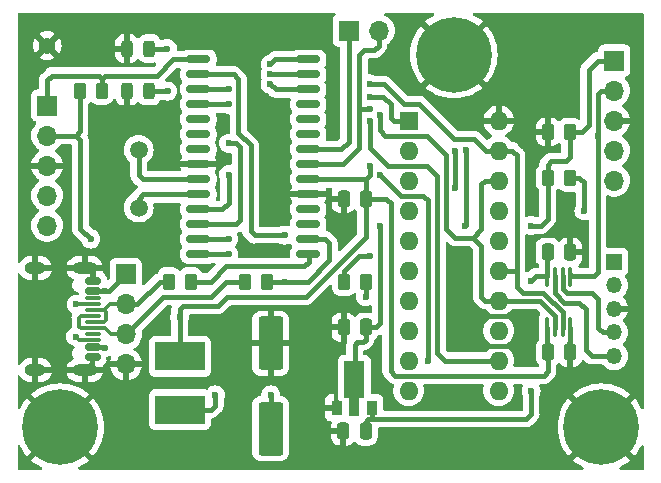
<source format=gbr>
G04 #@! TF.GenerationSoftware,KiCad,Pcbnew,7.0.11+1*
G04 #@! TF.CreationDate,2024-04-21T11:05:48+02:00*
G04 #@! TF.ProjectId,oprog_minimal,6f70726f-675f-46d6-996e-696d616c2e6b,rev?*
G04 #@! TF.SameCoordinates,PXa8d62b0PY5f13998*
G04 #@! TF.FileFunction,Copper,L1,Top*
G04 #@! TF.FilePolarity,Positive*
%FSLAX46Y46*%
G04 Gerber Fmt 4.6, Leading zero omitted, Abs format (unit mm)*
G04 Created by KiCad (PCBNEW 7.0.11+1) date 2024-04-21 11:05:48*
%MOMM*%
%LPD*%
G01*
G04 APERTURE LIST*
G04 Aperture macros list*
%AMRoundRect*
0 Rectangle with rounded corners*
0 $1 Rounding radius*
0 $2 $3 $4 $5 $6 $7 $8 $9 X,Y pos of 4 corners*
0 Add a 4 corners polygon primitive as box body*
4,1,4,$2,$3,$4,$5,$6,$7,$8,$9,$2,$3,0*
0 Add four circle primitives for the rounded corners*
1,1,$1+$1,$2,$3*
1,1,$1+$1,$4,$5*
1,1,$1+$1,$6,$7*
1,1,$1+$1,$8,$9*
0 Add four rect primitives between the rounded corners*
20,1,$1+$1,$2,$3,$4,$5,0*
20,1,$1+$1,$4,$5,$6,$7,0*
20,1,$1+$1,$6,$7,$8,$9,0*
20,1,$1+$1,$8,$9,$2,$3,0*%
%AMFreePoly0*
4,1,9,3.862500,-0.866500,0.737500,-0.866500,0.737500,-0.450000,-0.737500,-0.450000,-0.737500,0.450000,0.737500,0.450000,0.737500,0.866500,3.862500,0.866500,3.862500,-0.866500,3.862500,-0.866500,$1*%
G04 Aperture macros list end*
G04 #@! TA.AperFunction,SMDPad,CuDef*
%ADD10RoundRect,0.243750X-0.243750X-0.456250X0.243750X-0.456250X0.243750X0.456250X-0.243750X0.456250X0*%
G04 #@! TD*
G04 #@! TA.AperFunction,SMDPad,CuDef*
%ADD11RoundRect,0.250000X-0.262500X-0.450000X0.262500X-0.450000X0.262500X0.450000X-0.262500X0.450000X0*%
G04 #@! TD*
G04 #@! TA.AperFunction,SMDPad,CuDef*
%ADD12RoundRect,0.150000X-0.875000X-0.150000X0.875000X-0.150000X0.875000X0.150000X-0.875000X0.150000X0*%
G04 #@! TD*
G04 #@! TA.AperFunction,ComponentPad*
%ADD13C,1.500000*%
G04 #@! TD*
G04 #@! TA.AperFunction,ComponentPad*
%ADD14C,0.800000*%
G04 #@! TD*
G04 #@! TA.AperFunction,ComponentPad*
%ADD15C,6.400000*%
G04 #@! TD*
G04 #@! TA.AperFunction,ComponentPad*
%ADD16R,1.700000X1.700000*%
G04 #@! TD*
G04 #@! TA.AperFunction,ComponentPad*
%ADD17O,1.700000X1.700000*%
G04 #@! TD*
G04 #@! TA.AperFunction,SMDPad,CuDef*
%ADD18RoundRect,0.250000X0.250000X0.475000X-0.250000X0.475000X-0.250000X-0.475000X0.250000X-0.475000X0*%
G04 #@! TD*
G04 #@! TA.AperFunction,ComponentPad*
%ADD19R,1.350000X1.350000*%
G04 #@! TD*
G04 #@! TA.AperFunction,ComponentPad*
%ADD20O,1.350000X1.350000*%
G04 #@! TD*
G04 #@! TA.AperFunction,SMDPad,CuDef*
%ADD21RoundRect,0.100000X0.100000X-0.712500X0.100000X0.712500X-0.100000X0.712500X-0.100000X-0.712500X0*%
G04 #@! TD*
G04 #@! TA.AperFunction,SMDPad,CuDef*
%ADD22RoundRect,0.250000X-0.250000X-0.475000X0.250000X-0.475000X0.250000X0.475000X-0.250000X0.475000X0*%
G04 #@! TD*
G04 #@! TA.AperFunction,SMDPad,CuDef*
%ADD23RoundRect,0.250000X0.262500X0.450000X-0.262500X0.450000X-0.262500X-0.450000X0.262500X-0.450000X0*%
G04 #@! TD*
G04 #@! TA.AperFunction,ComponentPad*
%ADD24R,1.600000X1.600000*%
G04 #@! TD*
G04 #@! TA.AperFunction,ComponentPad*
%ADD25O,1.600000X1.600000*%
G04 #@! TD*
G04 #@! TA.AperFunction,SMDPad,CuDef*
%ADD26R,4.200000X2.400000*%
G04 #@! TD*
G04 #@! TA.AperFunction,SMDPad,CuDef*
%ADD27RoundRect,0.250001X0.799999X-1.999999X0.799999X1.999999X-0.799999X1.999999X-0.799999X-1.999999X0*%
G04 #@! TD*
G04 #@! TA.AperFunction,SMDPad,CuDef*
%ADD28R,0.900000X1.300000*%
G04 #@! TD*
G04 #@! TA.AperFunction,SMDPad,CuDef*
%ADD29FreePoly0,90.000000*%
G04 #@! TD*
G04 #@! TA.AperFunction,ComponentPad*
%ADD30C,1.400000*%
G04 #@! TD*
G04 #@! TA.AperFunction,ComponentPad*
%ADD31O,1.800000X1.000000*%
G04 #@! TD*
G04 #@! TA.AperFunction,ComponentPad*
%ADD32O,2.100000X1.000000*%
G04 #@! TD*
G04 #@! TA.AperFunction,SMDPad,CuDef*
%ADD33RoundRect,0.150000X-0.525000X0.150000X-0.525000X-0.150000X0.525000X-0.150000X0.525000X0.150000X0*%
G04 #@! TD*
G04 #@! TA.AperFunction,SMDPad,CuDef*
%ADD34RoundRect,0.075000X-0.600000X0.075000X-0.600000X-0.075000X0.600000X-0.075000X0.600000X0.075000X0*%
G04 #@! TD*
G04 #@! TA.AperFunction,ViaPad*
%ADD35C,0.600000*%
G04 #@! TD*
G04 #@! TA.AperFunction,Conductor*
%ADD36C,0.400000*%
G04 #@! TD*
G04 #@! TA.AperFunction,Conductor*
%ADD37C,0.300000*%
G04 #@! TD*
G04 APERTURE END LIST*
D10*
X9298700Y-3048000D03*
X11173700Y-3048000D03*
X9298700Y-6654800D03*
X11173700Y-6654800D03*
D11*
X5310500Y-6629400D03*
X7135500Y-6629400D03*
D12*
X15339800Y-3962400D03*
X15339800Y-5232400D03*
X15339800Y-6502400D03*
X15339800Y-7772400D03*
X15339800Y-9042400D03*
X15339800Y-10312400D03*
X15339800Y-11582400D03*
X15339800Y-12852400D03*
X15339800Y-14122400D03*
X15339800Y-15392400D03*
X15339800Y-16662400D03*
X15339800Y-17932400D03*
X15339800Y-19202400D03*
X15339800Y-20472400D03*
X24639800Y-20472400D03*
X24639800Y-19202400D03*
X24639800Y-17932400D03*
X24639800Y-16662400D03*
X24639800Y-15392400D03*
X24639800Y-14122400D03*
X24639800Y-12852400D03*
X24639800Y-11582400D03*
X24639800Y-10312400D03*
X24639800Y-9042400D03*
X24639800Y-7772400D03*
X24639800Y-6502400D03*
X24639800Y-5232400D03*
X24639800Y-3962400D03*
D13*
X10287000Y-11633200D03*
X10287000Y-16513200D03*
D14*
X1219500Y-35115500D03*
X1922444Y-33418444D03*
X1922444Y-36812556D03*
X3619500Y-32715500D03*
D15*
X3619500Y-35115500D03*
D14*
X3619500Y-37515500D03*
X5316556Y-33418444D03*
X5316556Y-36812556D03*
X6019500Y-35115500D03*
D16*
X9194800Y-22161500D03*
D17*
X9194800Y-24701500D03*
X9194800Y-27241500D03*
X9194800Y-29781500D03*
D18*
X29525000Y-15748000D03*
X27625000Y-15748000D03*
D19*
X50546000Y-21082000D03*
D20*
X50546000Y-23082000D03*
X50546000Y-25082000D03*
X50546000Y-27082000D03*
X50546000Y-29082000D03*
D18*
X29501900Y-35433000D03*
X27601900Y-35433000D03*
D14*
X47066500Y-35115500D03*
X47769444Y-33418444D03*
X47769444Y-36812556D03*
X49466500Y-32715500D03*
D15*
X49466500Y-35115500D03*
D14*
X49466500Y-37515500D03*
X51163556Y-33418444D03*
X51163556Y-36812556D03*
X51866500Y-35115500D03*
D21*
X44881800Y-26633300D03*
X45531800Y-26633300D03*
X46181800Y-26633300D03*
X46831800Y-26633300D03*
X46831800Y-22408300D03*
X46181800Y-22408300D03*
X45531800Y-22408300D03*
X44881800Y-22408300D03*
D22*
X44922400Y-28752800D03*
X46822400Y-28752800D03*
X44897000Y-20294600D03*
X46797000Y-20294600D03*
D23*
X21105500Y-22796500D03*
X19280500Y-22796500D03*
X46759500Y-10109200D03*
X44934500Y-10109200D03*
D11*
X44936800Y-13970000D03*
X46761800Y-13970000D03*
D24*
X33147000Y-9144000D03*
D25*
X33147000Y-11684000D03*
X33147000Y-14224000D03*
X33147000Y-16764000D03*
X33147000Y-19304000D03*
X33147000Y-21844000D03*
X33147000Y-24384000D03*
X33147000Y-26924000D03*
X33147000Y-29464000D03*
X33147000Y-32004000D03*
X40767000Y-32004000D03*
X40767000Y-29464000D03*
X40767000Y-26924000D03*
X40767000Y-24384000D03*
X40767000Y-21844000D03*
X40767000Y-19304000D03*
X40767000Y-16764000D03*
X40767000Y-14224000D03*
X40767000Y-11684000D03*
X40767000Y-9144000D03*
D26*
X13766800Y-33619000D03*
X13766800Y-29119000D03*
D23*
X14679300Y-22783800D03*
X12854300Y-22783800D03*
D27*
X21463000Y-35223000D03*
X21463000Y-28023000D03*
D28*
X27049600Y-33446000D03*
D29*
X28549600Y-33358500D03*
D28*
X30049600Y-33446000D03*
D16*
X28067000Y-1524000D03*
D17*
X30607000Y-1524000D03*
D14*
X34557000Y-3556000D03*
X35259944Y-1858944D03*
X35259944Y-5253056D03*
X36957000Y-1156000D03*
D15*
X36957000Y-3556000D03*
D14*
X36957000Y-5956000D03*
X38654056Y-1858944D03*
X38654056Y-5253056D03*
X39357000Y-3556000D03*
D16*
X50546000Y-4064000D03*
D17*
X50546000Y-6604000D03*
X50546000Y-9144000D03*
X50546000Y-11684000D03*
X50546000Y-14224000D03*
D16*
X2540000Y-7874000D03*
D17*
X2540000Y-10414000D03*
X2540000Y-12954000D03*
X2540000Y-15494000D03*
X2540000Y-18034000D03*
D11*
X27662500Y-22809200D03*
X29487500Y-22809200D03*
D18*
X29525000Y-26644600D03*
X27625000Y-26644600D03*
D30*
X2540000Y-2794000D03*
D31*
X1541200Y-30278800D03*
D32*
X5721200Y-30278800D03*
D31*
X1541200Y-21638800D03*
D32*
X5721200Y-21638800D03*
D33*
X6396200Y-22758800D03*
X6396200Y-23558800D03*
D34*
X6396200Y-24208800D03*
X6396200Y-25208800D03*
X6396200Y-26708800D03*
X6396200Y-27708800D03*
D33*
X6396200Y-28358800D03*
X6396200Y-29158800D03*
X6396200Y-29158800D03*
X6396200Y-28358800D03*
D34*
X6396200Y-27208800D03*
X6396200Y-26208800D03*
X6396200Y-25708800D03*
X6396200Y-24708800D03*
D33*
X6396200Y-23558800D03*
X6396200Y-22758800D03*
D35*
X29845000Y-20574000D03*
X43510200Y-15494000D03*
X22631400Y-12395200D03*
X43510200Y-20294600D03*
X39370000Y-25654000D03*
X39370000Y-28194000D03*
X42164000Y-25654000D03*
X42164000Y-28194000D03*
X42164000Y-33020000D03*
X44932600Y-33045400D03*
X7874000Y-19177000D03*
X34798000Y-33045400D03*
X39370000Y-33020000D03*
X43510200Y-12954000D03*
X25019000Y-28016200D03*
X25019000Y-25196800D03*
X25019000Y-30835600D03*
X11938000Y-36449000D03*
X8509000Y-36449000D03*
X15367000Y-36449000D03*
X23622000Y-30835600D03*
X46786800Y-15494000D03*
X10414000Y-19177000D03*
X23622000Y-25196800D03*
X7874000Y-16637000D03*
X19304000Y-30861000D03*
X25019000Y-33655000D03*
X22631400Y-15049500D03*
X23622000Y-28016200D03*
X12954000Y-19177000D03*
X7874000Y-14198600D03*
X17907000Y-30861000D03*
X17907000Y-12395200D03*
X46786800Y-16789400D03*
X22631400Y-20472400D03*
X8509000Y-33655000D03*
X7874000Y-11557000D03*
X23622000Y-33655000D03*
X29845000Y-7112000D03*
X37957000Y-11674600D03*
X30734000Y-18034004D03*
X37947600Y-18034000D03*
X49149000Y-10414000D03*
X21463000Y-32385000D03*
X29489400Y-24053800D03*
X17907000Y-20472400D03*
X29845000Y-9144000D03*
X30734000Y-8636000D03*
X29845000Y-6045200D03*
X43510200Y-18034002D03*
X16764000Y-32385000D03*
X22631400Y-18846800D03*
X17907000Y-6502400D03*
X17907001Y-7772399D03*
X12700000Y-3048000D03*
X12725400Y-6654800D03*
X7391400Y-23571200D03*
X7391400Y-28371800D03*
X47980600Y-16789400D03*
X29844998Y-12954000D03*
X6223000Y-19177000D03*
X13766805Y-25781000D03*
X29845000Y-8128000D03*
X37084000Y-14833600D03*
X37084000Y-11684000D03*
X43510200Y-22733000D03*
X43510200Y-32029398D03*
X17907000Y-19202400D03*
X17907000Y-11074400D03*
X17907000Y-13716000D03*
X30734000Y-13716000D03*
X34798000Y-29463996D03*
X22631400Y-22783800D03*
X21412200Y-6045200D03*
X21412198Y-5238800D03*
X21417218Y-4392682D03*
X4953000Y-27432000D03*
X5003800Y-24714200D03*
D36*
X7379000Y-23558800D02*
X7391400Y-23571200D01*
X6296200Y-23558800D02*
X7379000Y-23558800D01*
X7391400Y-23571200D02*
X7797800Y-23571200D01*
X7797800Y-23571200D02*
X9194800Y-22174200D01*
X9194800Y-22174200D02*
X9194800Y-22161500D01*
D37*
X6396200Y-26708800D02*
X7430200Y-26708800D01*
X7430200Y-26708800D02*
X7962900Y-27241500D01*
X7962900Y-27241500D02*
X9194800Y-27241500D01*
X6245400Y-25708800D02*
X5380800Y-25708800D01*
X5380800Y-25708800D02*
X5257800Y-25831800D01*
X5257800Y-25831800D02*
X5257800Y-26593800D01*
X5257800Y-26593800D02*
X5372800Y-26708800D01*
X5372800Y-26708800D02*
X6396200Y-26708800D01*
X6296200Y-26208800D02*
X7350000Y-26208800D01*
X7493000Y-25347800D02*
X7354000Y-25208800D01*
X7350000Y-26208800D02*
X7493000Y-26065800D01*
X7493000Y-26065800D02*
X7493000Y-25347800D01*
D36*
X15289800Y-3962400D02*
X13227050Y-3962400D01*
X13227050Y-3962400D02*
X11855450Y-5334000D01*
X11855450Y-5334000D02*
X7389500Y-5334000D01*
X7389500Y-5334000D02*
X7135500Y-5588000D01*
X7135500Y-5588000D02*
X6881500Y-5334000D01*
X6881500Y-5334000D02*
X2921000Y-5334000D01*
X2921000Y-5334000D02*
X2540000Y-5715000D01*
X2540000Y-5715000D02*
X2540000Y-7874000D01*
X7135500Y-6629400D02*
X7135500Y-5588000D01*
X29845000Y-20574000D02*
X28956000Y-20574000D01*
X27662500Y-21867500D02*
X27662500Y-22809200D01*
X28956000Y-20574000D02*
X27662500Y-21867500D01*
X6296200Y-29158800D02*
X6296200Y-29653000D01*
X46831800Y-26720800D02*
X46831800Y-28578500D01*
X6296200Y-22758800D02*
X6296200Y-21999400D01*
X46831800Y-28578500D02*
X46809900Y-28600400D01*
X39370000Y-28194000D02*
X42164000Y-28194000D01*
X39116000Y-28194000D02*
X39116000Y-28194000D01*
X5721200Y-21638800D02*
X5670400Y-21638800D01*
X6296200Y-29653000D02*
X5670400Y-30278800D01*
X5935600Y-21638800D02*
X6296200Y-21999400D01*
X5721200Y-21638800D02*
X5935600Y-21638800D01*
X42062400Y-28194000D02*
X42164000Y-28194000D01*
X39370000Y-25654000D02*
X42164000Y-25654000D01*
X29512500Y-26644600D02*
X30378400Y-26644600D01*
X30734000Y-26289000D02*
X30734000Y-18034004D01*
X29286200Y-27914600D02*
X29512500Y-27688300D01*
X37957000Y-18024600D02*
X37957000Y-11674600D01*
X50546000Y-6604000D02*
X49403000Y-6604000D01*
X28575000Y-28143200D02*
X28803600Y-27914600D01*
X31623000Y-7747000D02*
X31623000Y-8890000D01*
X28575000Y-28829000D02*
X28575000Y-28143200D01*
X30378400Y-26644600D02*
X30734000Y-26289000D01*
X29845000Y-7112000D02*
X30988000Y-7112000D01*
X49149000Y-6858000D02*
X49149000Y-21971000D01*
X31623000Y-8890000D02*
X31877000Y-9144000D01*
X29512500Y-27688300D02*
X29512500Y-26644600D01*
X30988000Y-7112000D02*
X31623000Y-7747000D01*
X46831800Y-22320800D02*
X46831800Y-22174200D01*
X46831800Y-22174200D02*
X46837600Y-22168400D01*
X37947600Y-18034000D02*
X37957000Y-18024600D01*
X28575000Y-28829000D02*
X28575000Y-32829500D01*
X49403000Y-6604000D02*
X49149000Y-6858000D01*
X48799200Y-22320800D02*
X46831800Y-22320800D01*
X49149000Y-21971000D02*
X48799200Y-22320800D01*
X31877000Y-9144000D02*
X33147000Y-9144000D01*
X28803600Y-27914600D02*
X29286200Y-27914600D01*
X29487500Y-22809200D02*
X29487500Y-24051900D01*
X29487500Y-24051900D02*
X29489400Y-24053800D01*
X21463000Y-35223000D02*
X21463000Y-32385000D01*
X15289800Y-20472400D02*
X17907000Y-20472400D01*
X36195000Y-29464000D02*
X35560000Y-28829000D01*
X29845000Y-11430000D02*
X29845000Y-9144000D01*
X34671000Y-12954000D02*
X31369000Y-12954000D01*
X35560000Y-13843000D02*
X34671000Y-12954000D01*
X31369000Y-12954000D02*
X29845000Y-11430000D01*
X35560000Y-28829000D02*
X35560000Y-13843000D01*
X40767000Y-29464000D02*
X36195000Y-29464000D01*
X30734000Y-9982200D02*
X30734000Y-8636000D01*
X40767000Y-14224000D02*
X39624000Y-14224000D01*
X34683700Y-10414000D02*
X31165800Y-10414000D01*
X39293800Y-14554200D02*
X39293800Y-18338800D01*
X39293800Y-18338800D02*
X38582600Y-19050000D01*
X39624000Y-24384000D02*
X40767000Y-24384000D01*
X36322000Y-18300700D02*
X36322000Y-12052300D01*
X38582600Y-19050000D02*
X37071300Y-19050000D01*
X37071300Y-19050000D02*
X36322000Y-18300700D01*
X38582600Y-19050000D02*
X39293800Y-19761200D01*
X39293800Y-19761200D02*
X39293800Y-24053800D01*
X45531800Y-25669000D02*
X45531800Y-26720800D01*
X44246800Y-24384000D02*
X45531800Y-25669000D01*
X39624000Y-14224000D02*
X39293800Y-14554200D01*
X39293800Y-24053800D02*
X39624000Y-24384000D01*
X31165800Y-10414000D02*
X30734000Y-9982200D01*
X36322000Y-12052300D02*
X34683700Y-10414000D01*
X40767000Y-24384000D02*
X44246800Y-24384000D01*
X37007800Y-10744200D02*
X38709600Y-10744200D01*
X32715200Y-7747000D02*
X34010600Y-7747000D01*
X34010600Y-7747000D02*
X37007800Y-10744200D01*
X42265600Y-21844000D02*
X42278399Y-21831201D01*
X42278399Y-23228399D02*
X42278399Y-21831201D01*
X41910000Y-11684000D02*
X42278399Y-12052399D01*
X29845000Y-6045200D02*
X31013400Y-6045200D01*
X44544071Y-23749000D02*
X42799000Y-23749000D01*
X38709600Y-10744200D02*
X39649400Y-11684000D01*
X42278399Y-12052399D02*
X42278399Y-21831201D01*
X42799000Y-23749000D02*
X42278399Y-23228399D01*
X31013400Y-6045200D02*
X32715200Y-7747000D01*
X46181800Y-25386729D02*
X44544071Y-23749000D01*
X46181800Y-26720800D02*
X46181800Y-25386729D01*
X40767000Y-21844000D02*
X42265600Y-21844000D01*
X39649400Y-11684000D02*
X40767000Y-11684000D01*
X40767000Y-11684000D02*
X41910000Y-11684000D01*
X44911800Y-12873200D02*
X45212000Y-12573000D01*
X44322998Y-18034002D02*
X44911800Y-17445200D01*
X48387000Y-4826000D02*
X48387000Y-9525000D01*
X48387000Y-9525000D02*
X47802800Y-10109200D01*
X50546000Y-4064000D02*
X49149000Y-4064000D01*
X49149000Y-4064000D02*
X48387000Y-4826000D01*
X46784500Y-12270500D02*
X46784500Y-10109200D01*
X43510200Y-18034002D02*
X44322998Y-18034002D01*
X44911800Y-17445200D02*
X44911800Y-13889200D01*
X45212000Y-12573000D02*
X46482000Y-12573000D01*
X44911800Y-13970000D02*
X44911800Y-12873200D01*
X47802800Y-10109200D02*
X46784500Y-10109200D01*
X46482000Y-12573000D02*
X46784500Y-12270500D01*
X10617200Y-14122400D02*
X15289800Y-14122400D01*
X10287000Y-13792200D02*
X10617200Y-14122400D01*
X10287000Y-11633200D02*
X10287000Y-13792200D01*
X10287000Y-15748000D02*
X10287000Y-16513200D01*
X15289800Y-15392400D02*
X10642600Y-15392400D01*
X10642600Y-15392400D02*
X10287000Y-15748000D01*
X13208000Y-34144000D02*
X13733000Y-33619000D01*
X16419000Y-33619000D02*
X16764000Y-33274000D01*
X13766800Y-33619000D02*
X16419000Y-33619000D01*
X13733000Y-33619000D02*
X13766800Y-33619000D01*
X16764000Y-33274000D02*
X16764000Y-32385000D01*
X20091400Y-18846800D02*
X22631400Y-18846800D01*
X19761200Y-11252200D02*
X19761200Y-18516600D01*
X18313400Y-5232400D02*
X18719800Y-5638800D01*
X18719800Y-5638800D02*
X18719800Y-10210800D01*
X18719800Y-10210800D02*
X19761200Y-11252200D01*
X19761200Y-18516600D02*
X20091400Y-18846800D01*
X15289800Y-5232400D02*
X18313400Y-5232400D01*
X15289800Y-6502400D02*
X17907000Y-6502400D01*
X15289800Y-7772400D02*
X17907000Y-7772400D01*
X17907000Y-7772400D02*
X17907001Y-7772399D01*
X11173700Y-3048000D02*
X12700000Y-3048000D01*
X11173700Y-6654800D02*
X12725400Y-6654800D01*
X7378400Y-28358800D02*
X7391400Y-28371800D01*
X6296200Y-28358800D02*
X7378400Y-28358800D01*
D37*
X7354000Y-25208800D02*
X7861300Y-24701500D01*
D36*
X9194800Y-24701500D02*
X10147300Y-24701500D01*
D37*
X7861300Y-24701500D02*
X9194800Y-24701500D01*
X6296200Y-25208800D02*
X7354000Y-25208800D01*
D36*
X12065000Y-22783800D02*
X12854300Y-22783800D01*
X10147300Y-24701500D02*
X12065000Y-22783800D01*
X46786800Y-13970000D02*
X47574200Y-13970000D01*
X47574200Y-13970000D02*
X47980600Y-14376400D01*
X47980600Y-14376400D02*
X47980600Y-16789400D01*
X16446500Y-24066500D02*
X17716500Y-22796500D01*
X17716500Y-22796500D02*
X19255500Y-22796500D01*
X12369800Y-24066500D02*
X16446500Y-24066500D01*
X9194800Y-27241500D02*
X12369800Y-24066500D01*
X28067000Y-10922000D02*
X28067000Y-1524000D01*
X27406600Y-11582400D02*
X28067000Y-10922000D01*
X24689800Y-11582400D02*
X27406600Y-11582400D01*
X45531800Y-22320800D02*
X45531800Y-23764000D01*
X48133000Y-25120600D02*
X48133000Y-28575000D01*
X46329600Y-24561800D02*
X47574200Y-24561800D01*
X47574200Y-24561800D02*
X48133000Y-25120600D01*
X48133000Y-28575000D02*
X48640000Y-29082000D01*
X48640000Y-29082000D02*
X50546000Y-29082000D01*
X45531800Y-23764000D02*
X46329600Y-24561800D01*
X46181800Y-23405655D02*
X46181800Y-22320800D01*
X48641000Y-23749000D02*
X46525145Y-23749000D01*
X49149000Y-26670000D02*
X49149000Y-24257000D01*
X50546000Y-27082000D02*
X49561000Y-27082000D01*
X46525145Y-23749000D02*
X46181800Y-23405655D01*
X49561000Y-27082000D02*
X49149000Y-26670000D01*
X49149000Y-24257000D02*
X48641000Y-23749000D01*
X24447500Y-24066500D02*
X17748250Y-24066500D01*
X31623000Y-30353000D02*
X31623000Y-16129000D01*
X4953000Y-10414000D02*
X5334000Y-10795000D01*
X29510200Y-14122400D02*
X24689800Y-14122400D01*
X17748250Y-24066500D02*
X16998950Y-24815800D01*
X16998950Y-24815800D02*
X14046200Y-24815800D01*
X44934900Y-30376100D02*
X44577000Y-30734000D01*
X29512500Y-15748000D02*
X29512500Y-19001500D01*
X5334000Y-18288000D02*
X6223000Y-19177000D01*
X31242000Y-15748000D02*
X29512500Y-15748000D01*
X13766805Y-25095195D02*
X13766805Y-25857203D01*
X29844998Y-13787602D02*
X29844998Y-12954000D01*
X5334000Y-10795000D02*
X5334000Y-18288000D01*
X29512500Y-19001500D02*
X24447500Y-24066500D01*
X31623000Y-16129000D02*
X31242000Y-15748000D01*
X44577000Y-30734000D02*
X32004000Y-30734000D01*
X29510200Y-14122400D02*
X29844998Y-13787602D01*
X13766800Y-25857208D02*
X13766805Y-25857203D01*
X44881800Y-28547300D02*
X44934900Y-28600400D01*
X13766800Y-29119000D02*
X13766800Y-25857208D01*
X29512500Y-15748000D02*
X29512500Y-14124700D01*
X44881800Y-26720800D02*
X44881800Y-28547300D01*
X5310500Y-6985000D02*
X5310500Y-10056500D01*
X29512500Y-14124700D02*
X29510200Y-14122400D01*
X44934900Y-28752800D02*
X44934900Y-30376100D01*
X14046200Y-24815800D02*
X13766805Y-25095195D01*
X32004000Y-30734000D02*
X31623000Y-30353000D01*
X5310500Y-10056500D02*
X4953000Y-10414000D01*
X4953000Y-10414000D02*
X2540000Y-10414000D01*
X28956000Y-7137400D02*
X28956000Y-8128000D01*
X30607000Y-2794000D02*
X30607000Y-1524000D01*
X27543125Y-12852400D02*
X28956000Y-11439525D01*
X29337000Y-3175000D02*
X30226000Y-3175000D01*
X28956000Y-11439525D02*
X28956000Y-7137400D01*
X28956000Y-7137400D02*
X28956000Y-3556000D01*
X28956000Y-3556000D02*
X29337000Y-3175000D01*
X30226000Y-3175000D02*
X30607000Y-2794000D01*
X24664400Y-12827000D02*
X24689800Y-12852400D01*
X24689800Y-12852400D02*
X27543125Y-12852400D01*
X28956000Y-8128000D02*
X29845000Y-8128000D01*
X37084000Y-14833600D02*
X37084000Y-11684000D01*
X30049600Y-34417000D02*
X29718000Y-34417000D01*
X43053000Y-34417000D02*
X30049600Y-34417000D01*
X29718000Y-34417000D02*
X29501900Y-34633100D01*
X29501900Y-34633100D02*
X29501900Y-35433000D01*
X44881800Y-22320800D02*
X43922400Y-22320800D01*
X44909500Y-20193000D02*
X44881800Y-20220700D01*
X44881800Y-20373100D02*
X44909500Y-20345400D01*
X30049600Y-33446000D02*
X30049600Y-34417000D01*
X43510200Y-33959800D02*
X43053000Y-34417000D01*
X43922400Y-22320800D02*
X43510200Y-22733000D01*
X44881800Y-22320800D02*
X44881800Y-20373100D01*
X43510200Y-32029398D02*
X43510200Y-33959800D01*
X15289800Y-19202400D02*
X17907000Y-19202400D01*
X15289800Y-17932400D02*
X18516600Y-17932400D01*
X18859500Y-17589500D02*
X18859500Y-11417300D01*
X18516600Y-17932400D02*
X18859500Y-17589500D01*
X18859500Y-11417300D02*
X18516600Y-11074400D01*
X18516600Y-11074400D02*
X17907000Y-11074400D01*
X30734000Y-13716000D02*
X32512000Y-15494000D01*
X17373600Y-16662400D02*
X17907000Y-16129000D01*
X17907000Y-16129000D02*
X17907000Y-13716000D01*
X34798000Y-15913100D02*
X34798000Y-29463996D01*
X15289800Y-16662400D02*
X17373600Y-16662400D01*
X32512000Y-15494000D02*
X34378900Y-15494000D01*
X34378900Y-15494000D02*
X34798000Y-15913100D01*
X26085799Y-19202400D02*
X24689800Y-19202400D01*
X24587200Y-22783800D02*
X26416000Y-20955000D01*
X21130500Y-22796500D02*
X22618700Y-22796500D01*
X22618700Y-22796500D02*
X22631400Y-22783800D01*
X22631400Y-22783800D02*
X24587200Y-22783800D01*
X26416000Y-19532600D02*
X26085799Y-19202400D01*
X26416000Y-20955000D02*
X26416000Y-19532600D01*
X24689800Y-21093700D02*
X24689800Y-20472400D01*
X14679300Y-22783800D02*
X16395700Y-22783800D01*
X24295100Y-21488400D02*
X24689800Y-21093700D01*
X16395700Y-22783800D02*
X17691100Y-21488400D01*
X17691100Y-21488400D02*
X24295100Y-21488400D01*
X24664400Y-6477000D02*
X24689800Y-6502400D01*
X21869400Y-6502400D02*
X21412200Y-6045200D01*
X24689800Y-6502400D02*
X21869400Y-6502400D01*
X24689800Y-5232400D02*
X24682914Y-5239286D01*
X24682914Y-5239286D02*
X21412684Y-5239286D01*
X24664400Y-5207000D02*
X24689800Y-5232400D01*
X21412684Y-5239286D02*
X21412198Y-5238800D01*
X21847500Y-3962400D02*
X21417218Y-4392682D01*
X24664400Y-3937000D02*
X24689800Y-3962400D01*
X24689800Y-3962400D02*
X21847500Y-3962400D01*
D37*
X6296200Y-27708800D02*
X5229800Y-27708800D01*
X5229800Y-27708800D02*
X4953000Y-27432000D01*
X5009200Y-24708800D02*
X5003800Y-24714200D01*
X6296200Y-24708800D02*
X5009200Y-24708800D01*
G04 #@! TA.AperFunction,Conductor*
G36*
X2321070Y-36058865D02*
G01*
X2484630Y-36250370D01*
X2676135Y-36413930D01*
X2678704Y-36415504D01*
X1181587Y-37912621D01*
X1436998Y-38119450D01*
X1762958Y-38331130D01*
X1762964Y-38331134D01*
X2037924Y-38471233D01*
X2089539Y-38519981D01*
X2106605Y-38588896D01*
X2083704Y-38656098D01*
X2028107Y-38700250D01*
X1980721Y-38709500D01*
X151500Y-38709500D01*
X83379Y-38689498D01*
X36886Y-38635842D01*
X25500Y-38583500D01*
X25500Y-36754278D01*
X45502Y-36686157D01*
X99158Y-36639664D01*
X169432Y-36629560D01*
X234012Y-36659054D01*
X263767Y-36697075D01*
X403866Y-36972035D01*
X403869Y-36972041D01*
X615549Y-37298001D01*
X822377Y-37553411D01*
X2319494Y-36056294D01*
X2321070Y-36058865D01*
G37*
G04 #@! TD.AperFunction*
G04 #@! TA.AperFunction,Conductor*
G36*
X26924325Y-45502D02*
G01*
X26970818Y-99158D01*
X26980922Y-169432D01*
X26951428Y-234012D01*
X26931713Y-252368D01*
X26853738Y-310738D01*
X26766112Y-427792D01*
X26766110Y-427797D01*
X26715011Y-564795D01*
X26715009Y-564803D01*
X26708500Y-625350D01*
X26708500Y-2422649D01*
X26715009Y-2483196D01*
X26715011Y-2483204D01*
X26766110Y-2620202D01*
X26766112Y-2620207D01*
X26853738Y-2737261D01*
X26970792Y-2824887D01*
X26970794Y-2824888D01*
X26970796Y-2824889D01*
X27003516Y-2837093D01*
X27107795Y-2875988D01*
X27107803Y-2875990D01*
X27168350Y-2882499D01*
X27168355Y-2882499D01*
X27168362Y-2882500D01*
X27232500Y-2882500D01*
X27300621Y-2902502D01*
X27347114Y-2956158D01*
X27358500Y-3008500D01*
X27358500Y-10576340D01*
X27338498Y-10644461D01*
X27321595Y-10665435D01*
X27150035Y-10836995D01*
X27087723Y-10871021D01*
X27060940Y-10873900D01*
X26248792Y-10873900D01*
X26180671Y-10853898D01*
X26134178Y-10800242D01*
X26124074Y-10729968D01*
X26127793Y-10712755D01*
X26170362Y-10566231D01*
X26173299Y-10528911D01*
X26173300Y-10528911D01*
X26173300Y-10095889D01*
X26173299Y-10095888D01*
X26172889Y-10090683D01*
X26170362Y-10058569D01*
X26123945Y-9898799D01*
X26123943Y-9898797D01*
X26123943Y-9898794D01*
X26039256Y-9755598D01*
X26039255Y-9755597D01*
X26039253Y-9755593D01*
X26039249Y-9755589D01*
X26038508Y-9754633D01*
X26038156Y-9753737D01*
X26035218Y-9748769D01*
X26036019Y-9748295D01*
X26012556Y-9688550D01*
X26026452Y-9618926D01*
X26038508Y-9600167D01*
X26039245Y-9599214D01*
X26039253Y-9599207D01*
X26095101Y-9504774D01*
X26123943Y-9456005D01*
X26123943Y-9456003D01*
X26123945Y-9456001D01*
X26170362Y-9296231D01*
X26173299Y-9258911D01*
X26173300Y-9258911D01*
X26173300Y-8825889D01*
X26173299Y-8825888D01*
X26170362Y-8788571D01*
X26170362Y-8788570D01*
X26165737Y-8772649D01*
X26123945Y-8628799D01*
X26123943Y-8628797D01*
X26123943Y-8628794D01*
X26039256Y-8485598D01*
X26039255Y-8485597D01*
X26039253Y-8485593D01*
X26039249Y-8485589D01*
X26038508Y-8484633D01*
X26038156Y-8483737D01*
X26035218Y-8478769D01*
X26036019Y-8478295D01*
X26012556Y-8418550D01*
X26026452Y-8348926D01*
X26038508Y-8330167D01*
X26039245Y-8329214D01*
X26039253Y-8329207D01*
X26123945Y-8186001D01*
X26170362Y-8026231D01*
X26173299Y-7988911D01*
X26173300Y-7988911D01*
X26173300Y-7555889D01*
X26173299Y-7555888D01*
X26170362Y-7518571D01*
X26170362Y-7518570D01*
X26149864Y-7448015D01*
X26123945Y-7358799D01*
X26123943Y-7358797D01*
X26123943Y-7358794D01*
X26039256Y-7215598D01*
X26039255Y-7215597D01*
X26039253Y-7215593D01*
X26039249Y-7215589D01*
X26038508Y-7214633D01*
X26038156Y-7213737D01*
X26035218Y-7208769D01*
X26036019Y-7208295D01*
X26012556Y-7148550D01*
X26026452Y-7078926D01*
X26038508Y-7060167D01*
X26039245Y-7059214D01*
X26039253Y-7059207D01*
X26090068Y-6973283D01*
X26123943Y-6916005D01*
X26123943Y-6916003D01*
X26123945Y-6916001D01*
X26170362Y-6756231D01*
X26173299Y-6718911D01*
X26173300Y-6718911D01*
X26173300Y-6285889D01*
X26173299Y-6285888D01*
X26170362Y-6248571D01*
X26170362Y-6248570D01*
X26170362Y-6248569D01*
X26123945Y-6088799D01*
X26123943Y-6088797D01*
X26123943Y-6088794D01*
X26039256Y-5945598D01*
X26039255Y-5945597D01*
X26039253Y-5945593D01*
X26039249Y-5945589D01*
X26038508Y-5944633D01*
X26038156Y-5943737D01*
X26035218Y-5938769D01*
X26036019Y-5938295D01*
X26012556Y-5878550D01*
X26026452Y-5808926D01*
X26038508Y-5790167D01*
X26039245Y-5789214D01*
X26039253Y-5789207D01*
X26108625Y-5671906D01*
X26123943Y-5646005D01*
X26123943Y-5646003D01*
X26123945Y-5646001D01*
X26170362Y-5486231D01*
X26173299Y-5448911D01*
X26173300Y-5448911D01*
X26173300Y-5015889D01*
X26173299Y-5015888D01*
X26170362Y-4978571D01*
X26170362Y-4978570D01*
X26165737Y-4962649D01*
X26123945Y-4818799D01*
X26123943Y-4818797D01*
X26123943Y-4818794D01*
X26039256Y-4675598D01*
X26039255Y-4675597D01*
X26039253Y-4675593D01*
X26039249Y-4675589D01*
X26038508Y-4674633D01*
X26038156Y-4673737D01*
X26035218Y-4668769D01*
X26036019Y-4668295D01*
X26012556Y-4608550D01*
X26026452Y-4538926D01*
X26038508Y-4520167D01*
X26039245Y-4519214D01*
X26039253Y-4519207D01*
X26106259Y-4405906D01*
X26123943Y-4376005D01*
X26123943Y-4376003D01*
X26123945Y-4376001D01*
X26170362Y-4216231D01*
X26173299Y-4178911D01*
X26173300Y-4178911D01*
X26173300Y-3745889D01*
X26173299Y-3745888D01*
X26170362Y-3708571D01*
X26170362Y-3708570D01*
X26156147Y-3659640D01*
X26123945Y-3548799D01*
X26123943Y-3548797D01*
X26123943Y-3548794D01*
X26039255Y-3405596D01*
X26039250Y-3405589D01*
X25921610Y-3287949D01*
X25921603Y-3287944D01*
X25778405Y-3203256D01*
X25618629Y-3156837D01*
X25581311Y-3153900D01*
X25581302Y-3153900D01*
X23698298Y-3153900D01*
X23698289Y-3153900D01*
X23660971Y-3156837D01*
X23660970Y-3156837D01*
X23501196Y-3203256D01*
X23463795Y-3225375D01*
X23445232Y-3236353D01*
X23381094Y-3253900D01*
X21872722Y-3253900D01*
X21865116Y-3253670D01*
X21863040Y-3253544D01*
X21804406Y-3249997D01*
X21804405Y-3249998D01*
X21744589Y-3260959D01*
X21737067Y-3262104D01*
X21676702Y-3269433D01*
X21676695Y-3269435D01*
X21667161Y-3273051D01*
X21645210Y-3279170D01*
X21635178Y-3281009D01*
X21635164Y-3281013D01*
X21579713Y-3305969D01*
X21572687Y-3308880D01*
X21531385Y-3324544D01*
X21515825Y-3330446D01*
X21515824Y-3330446D01*
X21515823Y-3330447D01*
X21507429Y-3336241D01*
X21487574Y-3347439D01*
X21478277Y-3351623D01*
X21478275Y-3351624D01*
X21430411Y-3389122D01*
X21424286Y-3393629D01*
X21374227Y-3428183D01*
X21374227Y-3428184D01*
X21333888Y-3473716D01*
X21328672Y-3479256D01*
X21213888Y-3594040D01*
X21166410Y-3623874D01*
X21064200Y-3659640D01*
X20909938Y-3756569D01*
X20909936Y-3756570D01*
X20781106Y-3885400D01*
X20781105Y-3885402D01*
X20684176Y-4039663D01*
X20684175Y-4039666D01*
X20635452Y-4178911D01*
X20624001Y-4211635D01*
X20603602Y-4392682D01*
X20624001Y-4573729D01*
X20624001Y-4573731D01*
X20624002Y-4573732D01*
X20684174Y-4745696D01*
X20687245Y-4752072D01*
X20685830Y-4752753D01*
X20702860Y-4813047D01*
X20683559Y-4878774D01*
X20679156Y-4885780D01*
X20679154Y-4885785D01*
X20631071Y-5023201D01*
X20618981Y-5057753D01*
X20598582Y-5238800D01*
X20618981Y-5419847D01*
X20618981Y-5419849D01*
X20618982Y-5419850D01*
X20681492Y-5598494D01*
X20678984Y-5599371D01*
X20688527Y-5657419D01*
X20680393Y-5685120D01*
X20681494Y-5685506D01*
X20621745Y-5856261D01*
X20618983Y-5864153D01*
X20598584Y-6045200D01*
X20618983Y-6226247D01*
X20618983Y-6226249D01*
X20618984Y-6226250D01*
X20679157Y-6398215D01*
X20679158Y-6398218D01*
X20776087Y-6552479D01*
X20776088Y-6552481D01*
X20904918Y-6681311D01*
X20904920Y-6681312D01*
X21059181Y-6778241D01*
X21059182Y-6778241D01*
X21059185Y-6778243D01*
X21131111Y-6803410D01*
X21161388Y-6814005D01*
X21208869Y-6843839D01*
X21350587Y-6985558D01*
X21355802Y-6991098D01*
X21396127Y-7036615D01*
X21446177Y-7071163D01*
X21452304Y-7075671D01*
X21500174Y-7113174D01*
X21500177Y-7113175D01*
X21500178Y-7113176D01*
X21509465Y-7117356D01*
X21529327Y-7128557D01*
X21537725Y-7134354D01*
X21594610Y-7155927D01*
X21601602Y-7158823D01*
X21657070Y-7183788D01*
X21667096Y-7185625D01*
X21689062Y-7191747D01*
X21698599Y-7195365D01*
X21758996Y-7202697D01*
X21766481Y-7203837D01*
X21826307Y-7214801D01*
X21886998Y-7211129D01*
X21894605Y-7210900D01*
X23030808Y-7210900D01*
X23098929Y-7230902D01*
X23145422Y-7284558D01*
X23155526Y-7354832D01*
X23151806Y-7372044D01*
X23147217Y-7387843D01*
X23109237Y-7518570D01*
X23109237Y-7518571D01*
X23106300Y-7555888D01*
X23106300Y-7988911D01*
X23109237Y-8026228D01*
X23109237Y-8026229D01*
X23155656Y-8186005D01*
X23240343Y-8329202D01*
X23241098Y-8330175D01*
X23241452Y-8331076D01*
X23244382Y-8336031D01*
X23243582Y-8336503D01*
X23267044Y-8396261D01*
X23253142Y-8465883D01*
X23241098Y-8484625D01*
X23240343Y-8485597D01*
X23155656Y-8628794D01*
X23109237Y-8788570D01*
X23109237Y-8788571D01*
X23106300Y-8825888D01*
X23106300Y-9258911D01*
X23109237Y-9296228D01*
X23109237Y-9296229D01*
X23155656Y-9456005D01*
X23240343Y-9599202D01*
X23241098Y-9600175D01*
X23241452Y-9601076D01*
X23244382Y-9606031D01*
X23243582Y-9606503D01*
X23267044Y-9666261D01*
X23253142Y-9735883D01*
X23241098Y-9754625D01*
X23240343Y-9755597D01*
X23155656Y-9898794D01*
X23109237Y-10058570D01*
X23109237Y-10058571D01*
X23106300Y-10095888D01*
X23106300Y-10528911D01*
X23109237Y-10566228D01*
X23109237Y-10566229D01*
X23155656Y-10726005D01*
X23240343Y-10869202D01*
X23241098Y-10870175D01*
X23241452Y-10871076D01*
X23244382Y-10876031D01*
X23243582Y-10876503D01*
X23267044Y-10936261D01*
X23253142Y-11005883D01*
X23241098Y-11024625D01*
X23240343Y-11025597D01*
X23155656Y-11168794D01*
X23109237Y-11328570D01*
X23109237Y-11328571D01*
X23106300Y-11365888D01*
X23106300Y-11798911D01*
X23109237Y-11836228D01*
X23109237Y-11836229D01*
X23155656Y-11996005D01*
X23240343Y-12139202D01*
X23241098Y-12140175D01*
X23241452Y-12141076D01*
X23244382Y-12146031D01*
X23243582Y-12146503D01*
X23267044Y-12206261D01*
X23253142Y-12275883D01*
X23241098Y-12294625D01*
X23240343Y-12295597D01*
X23155656Y-12438794D01*
X23109237Y-12598570D01*
X23109237Y-12598571D01*
X23106300Y-12635888D01*
X23106300Y-13068911D01*
X23109237Y-13106228D01*
X23109237Y-13106229D01*
X23155656Y-13266005D01*
X23240343Y-13409202D01*
X23241098Y-13410175D01*
X23241452Y-13411076D01*
X23244382Y-13416031D01*
X23243582Y-13416503D01*
X23267044Y-13476261D01*
X23253142Y-13545883D01*
X23241098Y-13564625D01*
X23240343Y-13565597D01*
X23155656Y-13708794D01*
X23109237Y-13868570D01*
X23109237Y-13868571D01*
X23106300Y-13905888D01*
X23106300Y-14338911D01*
X23109237Y-14376228D01*
X23109237Y-14376229D01*
X23155656Y-14536005D01*
X23240344Y-14679203D01*
X23241415Y-14680584D01*
X23241917Y-14681863D01*
X23244382Y-14686031D01*
X23243709Y-14686428D01*
X23267362Y-14746670D01*
X23253462Y-14816292D01*
X23241414Y-14835039D01*
X23240746Y-14835899D01*
X23156118Y-14978998D01*
X23109807Y-15138400D01*
X26169792Y-15138400D01*
X26127274Y-14992054D01*
X26127477Y-14921057D01*
X26166030Y-14861441D01*
X26230695Y-14832132D01*
X26248271Y-14830900D01*
X26548476Y-14830900D01*
X26616597Y-14850902D01*
X26663090Y-14904558D01*
X26673194Y-14974832D01*
X26668080Y-14996533D01*
X26627607Y-15118669D01*
X26627605Y-15118681D01*
X26617000Y-15222483D01*
X26617000Y-15494000D01*
X27753000Y-15494000D01*
X27821121Y-15514002D01*
X27867614Y-15567658D01*
X27879000Y-15620000D01*
X27879000Y-16981000D01*
X27925517Y-16981000D01*
X27925516Y-16980999D01*
X28029318Y-16970394D01*
X28029321Y-16970393D01*
X28197525Y-16914657D01*
X28348339Y-16821634D01*
X28348345Y-16821629D01*
X28473624Y-16696350D01*
X28475832Y-16693558D01*
X28477837Y-16692137D01*
X28478825Y-16691150D01*
X28478993Y-16691318D01*
X28533768Y-16652522D01*
X28604693Y-16649323D01*
X28666088Y-16684976D01*
X28673515Y-16693547D01*
X28675970Y-16696652D01*
X28767096Y-16787778D01*
X28801120Y-16850088D01*
X28804000Y-16876872D01*
X28804000Y-18655840D01*
X28783998Y-18723961D01*
X28767095Y-18744935D01*
X27339595Y-20172435D01*
X27277283Y-20206461D01*
X27206468Y-20201396D01*
X27149632Y-20158849D01*
X27124821Y-20092329D01*
X27124500Y-20083340D01*
X27124500Y-19557820D01*
X27124730Y-19550213D01*
X27125362Y-19539765D01*
X27128402Y-19489506D01*
X27117436Y-19429668D01*
X27116296Y-19422183D01*
X27108965Y-19361799D01*
X27105347Y-19352262D01*
X27099225Y-19330296D01*
X27097388Y-19320270D01*
X27080318Y-19282343D01*
X27072422Y-19264799D01*
X27069527Y-19257809D01*
X27047954Y-19200925D01*
X27042162Y-19192534D01*
X27030957Y-19172668D01*
X27026774Y-19163373D01*
X26989252Y-19115479D01*
X26984778Y-19109399D01*
X26950215Y-19059327D01*
X26904689Y-19018994D01*
X26899149Y-19013779D01*
X26604610Y-18719241D01*
X26599409Y-18713716D01*
X26559072Y-18668185D01*
X26559071Y-18668184D01*
X26559069Y-18668182D01*
X26509009Y-18633628D01*
X26502898Y-18629131D01*
X26469227Y-18602752D01*
X26455026Y-18591626D01*
X26455024Y-18591625D01*
X26445722Y-18587438D01*
X26425870Y-18576241D01*
X26417475Y-18570447D01*
X26417474Y-18570446D01*
X26360594Y-18548874D01*
X26353585Y-18545971D01*
X26298127Y-18521011D01*
X26288089Y-18519171D01*
X26266135Y-18513050D01*
X26256599Y-18509434D01*
X26256601Y-18509434D01*
X26229768Y-18506176D01*
X26164556Y-18478108D01*
X26124870Y-18419239D01*
X26123312Y-18348259D01*
X26123944Y-18346002D01*
X26123945Y-18346001D01*
X26170362Y-18186231D01*
X26173299Y-18148911D01*
X26173300Y-18148911D01*
X26173300Y-17715889D01*
X26173299Y-17715888D01*
X26170362Y-17678571D01*
X26170362Y-17678570D01*
X26164249Y-17657529D01*
X26123945Y-17518799D01*
X26123943Y-17518797D01*
X26123943Y-17518794D01*
X26039256Y-17375598D01*
X26039255Y-17375597D01*
X26039253Y-17375593D01*
X26039249Y-17375589D01*
X26038508Y-17374633D01*
X26038156Y-17373737D01*
X26035218Y-17368769D01*
X26036019Y-17368295D01*
X26012556Y-17308550D01*
X26026452Y-17238926D01*
X26038508Y-17220167D01*
X26039245Y-17219214D01*
X26039253Y-17219207D01*
X26123945Y-17076001D01*
X26170362Y-16916231D01*
X26173299Y-16878911D01*
X26173300Y-16878911D01*
X26173300Y-16445889D01*
X26173299Y-16445888D01*
X26170362Y-16408571D01*
X26170362Y-16408570D01*
X26161314Y-16377426D01*
X26123945Y-16248799D01*
X26123943Y-16248797D01*
X26123943Y-16248794D01*
X26039255Y-16105596D01*
X26038185Y-16104216D01*
X26037682Y-16102936D01*
X26035218Y-16098769D01*
X26035890Y-16098371D01*
X26012237Y-16038132D01*
X26019450Y-16002000D01*
X26617000Y-16002000D01*
X26617000Y-16273516D01*
X26627605Y-16377318D01*
X26627606Y-16377321D01*
X26683342Y-16545525D01*
X26776365Y-16696339D01*
X26776370Y-16696345D01*
X26901654Y-16821629D01*
X26901660Y-16821634D01*
X27052474Y-16914657D01*
X27220678Y-16970393D01*
X27220681Y-16970394D01*
X27324483Y-16980999D01*
X27324483Y-16981000D01*
X27371000Y-16981000D01*
X27371000Y-16002000D01*
X26617000Y-16002000D01*
X26019450Y-16002000D01*
X26026136Y-15968509D01*
X26038190Y-15949753D01*
X26038856Y-15948893D01*
X26123481Y-15805801D01*
X26169793Y-15646400D01*
X23109807Y-15646400D01*
X23156118Y-15805801D01*
X23240746Y-15948898D01*
X23241416Y-15949762D01*
X23241730Y-15950562D01*
X23244781Y-15955721D01*
X23243948Y-15956213D01*
X23267363Y-16015848D01*
X23253462Y-16085470D01*
X23241425Y-16104202D01*
X23240351Y-16105586D01*
X23155656Y-16248796D01*
X23109237Y-16408570D01*
X23109237Y-16408571D01*
X23106300Y-16445888D01*
X23106300Y-16878911D01*
X23109237Y-16916228D01*
X23109237Y-16916229D01*
X23155656Y-17076005D01*
X23240343Y-17219202D01*
X23241098Y-17220175D01*
X23241452Y-17221076D01*
X23244382Y-17226031D01*
X23243582Y-17226503D01*
X23267044Y-17286261D01*
X23253142Y-17355883D01*
X23241098Y-17374625D01*
X23240343Y-17375597D01*
X23155656Y-17518794D01*
X23109237Y-17678570D01*
X23109237Y-17678571D01*
X23106300Y-17715888D01*
X23106300Y-17978826D01*
X23086298Y-18046947D01*
X23032642Y-18093440D01*
X22962368Y-18103544D01*
X22938685Y-18097755D01*
X22844052Y-18064642D01*
X22812447Y-18053583D01*
X22631400Y-18033184D01*
X22450353Y-18053583D01*
X22450350Y-18053583D01*
X22450349Y-18053584D01*
X22278384Y-18113757D01*
X22270063Y-18118986D01*
X22203025Y-18138300D01*
X20595700Y-18138300D01*
X20527579Y-18118298D01*
X20481086Y-18064642D01*
X20469700Y-18012300D01*
X20469700Y-11277416D01*
X20469930Y-11269808D01*
X20470471Y-11260862D01*
X20473602Y-11209107D01*
X20462631Y-11149242D01*
X20461499Y-11141805D01*
X20454165Y-11081399D01*
X20454164Y-11081397D01*
X20454164Y-11081395D01*
X20450551Y-11071868D01*
X20444427Y-11049902D01*
X20442589Y-11039871D01*
X20417627Y-10984408D01*
X20414715Y-10977376D01*
X20393157Y-10920532D01*
X20393155Y-10920529D01*
X20393154Y-10920525D01*
X20392046Y-10918920D01*
X20387363Y-10912135D01*
X20376158Y-10892270D01*
X20371975Y-10882974D01*
X20334467Y-10835099D01*
X20329956Y-10828968D01*
X20295415Y-10778927D01*
X20295412Y-10778924D01*
X20249882Y-10738587D01*
X20244341Y-10733371D01*
X19465205Y-9954235D01*
X19431179Y-9891923D01*
X19428300Y-9865140D01*
X19428300Y-5664005D01*
X19428530Y-5656398D01*
X19428798Y-5651966D01*
X19432201Y-5595707D01*
X19421237Y-5535881D01*
X19420097Y-5528396D01*
X19412765Y-5467999D01*
X19409147Y-5458462D01*
X19403025Y-5436496D01*
X19401188Y-5426470D01*
X19394916Y-5412535D01*
X19376227Y-5371009D01*
X19373325Y-5364005D01*
X19351754Y-5307125D01*
X19345963Y-5298735D01*
X19334758Y-5278870D01*
X19330575Y-5269574D01*
X19293064Y-5221695D01*
X19288554Y-5215565D01*
X19254016Y-5165528D01*
X19254013Y-5165525D01*
X19208498Y-5125202D01*
X19202957Y-5119986D01*
X18832211Y-4749241D01*
X18827010Y-4743716D01*
X18786673Y-4698185D01*
X18776076Y-4690870D01*
X18736620Y-4663634D01*
X18730493Y-4659126D01*
X18682626Y-4621625D01*
X18682622Y-4621623D01*
X18673319Y-4617435D01*
X18653469Y-4606240D01*
X18645075Y-4600446D01*
X18628247Y-4594064D01*
X18588221Y-4578883D01*
X18581194Y-4575972D01*
X18525732Y-4551012D01*
X18525730Y-4551011D01*
X18525729Y-4551011D01*
X18515686Y-4549170D01*
X18493736Y-4543050D01*
X18484201Y-4539435D01*
X18484200Y-4539434D01*
X18484198Y-4539434D01*
X18484194Y-4539433D01*
X18423833Y-4532104D01*
X18416314Y-4530959D01*
X18377788Y-4523900D01*
X18356494Y-4519998D01*
X18356493Y-4519998D01*
X18305532Y-4523080D01*
X18295790Y-4523670D01*
X18288182Y-4523900D01*
X16948792Y-4523900D01*
X16880671Y-4503898D01*
X16834178Y-4450242D01*
X16824074Y-4379968D01*
X16827793Y-4362755D01*
X16870362Y-4216231D01*
X16873299Y-4178911D01*
X16873300Y-4178911D01*
X16873300Y-3745889D01*
X16873299Y-3745888D01*
X16870362Y-3708571D01*
X16870362Y-3708570D01*
X16856147Y-3659640D01*
X16823945Y-3548799D01*
X16823943Y-3548797D01*
X16823943Y-3548794D01*
X16739255Y-3405596D01*
X16739250Y-3405589D01*
X16621610Y-3287949D01*
X16621603Y-3287944D01*
X16478405Y-3203256D01*
X16318629Y-3156837D01*
X16281311Y-3153900D01*
X16281302Y-3153900D01*
X14398298Y-3153900D01*
X14398289Y-3153900D01*
X14360971Y-3156837D01*
X14360970Y-3156837D01*
X14201196Y-3203256D01*
X14163795Y-3225375D01*
X14145232Y-3236353D01*
X14081094Y-3253900D01*
X13631411Y-3253900D01*
X13563290Y-3233898D01*
X13516797Y-3180242D01*
X13506203Y-3113793D01*
X13510684Y-3074019D01*
X13513616Y-3048000D01*
X13493217Y-2866953D01*
X13433043Y-2694985D01*
X13433041Y-2694982D01*
X13433041Y-2694981D01*
X13336112Y-2540720D01*
X13336111Y-2540718D01*
X13207281Y-2411888D01*
X13207279Y-2411887D01*
X13053018Y-2314958D01*
X13053015Y-2314957D01*
X12881050Y-2254784D01*
X12881049Y-2254783D01*
X12881047Y-2254783D01*
X12700000Y-2234384D01*
X12518953Y-2254783D01*
X12518950Y-2254783D01*
X12518949Y-2254784D01*
X12346984Y-2314957D01*
X12338663Y-2320186D01*
X12271625Y-2339500D01*
X12215761Y-2339500D01*
X12147640Y-2319498D01*
X12110053Y-2276473D01*
X12107713Y-2277917D01*
X12103861Y-2271673D01*
X12103861Y-2271671D01*
X12011544Y-2122002D01*
X12011541Y-2121999D01*
X12011538Y-2121995D01*
X11887204Y-1997661D01*
X11887198Y-1997656D01*
X11737529Y-1905339D01*
X11570604Y-1850026D01*
X11570601Y-1850025D01*
X11570599Y-1850025D01*
X11467583Y-1839500D01*
X10879825Y-1839500D01*
X10776800Y-1850025D01*
X10776797Y-1850025D01*
X10776796Y-1850026D01*
X10694085Y-1877433D01*
X10609870Y-1905339D01*
X10460201Y-1997656D01*
X10460195Y-1997661D01*
X10335857Y-2121999D01*
X10334712Y-2123448D01*
X10333674Y-2124182D01*
X10330666Y-2127191D01*
X10330151Y-2126676D01*
X10276769Y-2164475D01*
X10205844Y-2167662D01*
X10144455Y-2131998D01*
X10137044Y-2123446D01*
X10136144Y-2122308D01*
X10011892Y-1998056D01*
X10011886Y-1998051D01*
X9862312Y-1905793D01*
X9695508Y-1850519D01*
X9695496Y-1850517D01*
X9592555Y-1840000D01*
X9552700Y-1840000D01*
X9552700Y-4255999D01*
X9592547Y-4255999D01*
X9695502Y-4245482D01*
X9862312Y-4190206D01*
X10011886Y-4097948D01*
X10011892Y-4097943D01*
X10136144Y-3973691D01*
X10137039Y-3972560D01*
X10137851Y-3971984D01*
X10141339Y-3968497D01*
X10141934Y-3969092D01*
X10194978Y-3931528D01*
X10265902Y-3928334D01*
X10327295Y-3963992D01*
X10334717Y-3972557D01*
X10335861Y-3974004D01*
X10460195Y-4098338D01*
X10460201Y-4098343D01*
X10460202Y-4098344D01*
X10609871Y-4190661D01*
X10776796Y-4245974D01*
X10879825Y-4256500D01*
X11467574Y-4256499D01*
X11570604Y-4245974D01*
X11620666Y-4229384D01*
X11691620Y-4226944D01*
X11752631Y-4263252D01*
X11784326Y-4326780D01*
X11776644Y-4397360D01*
X11749395Y-4438084D01*
X11598885Y-4588595D01*
X11536573Y-4622620D01*
X11509789Y-4625500D01*
X7414705Y-4625500D01*
X7407098Y-4625270D01*
X7346407Y-4621599D01*
X7346406Y-4621599D01*
X7346405Y-4621599D01*
X7286586Y-4632559D01*
X7279071Y-4633703D01*
X7248634Y-4637399D01*
X7218699Y-4641035D01*
X7218697Y-4641035D01*
X7218695Y-4641036D01*
X7209153Y-4644654D01*
X7187206Y-4650772D01*
X7177171Y-4652611D01*
X7172986Y-4653916D01*
X7169769Y-4653968D01*
X7169682Y-4653985D01*
X7169679Y-4653970D01*
X7101999Y-4655085D01*
X7098020Y-4653917D01*
X7093831Y-4652611D01*
X7087785Y-4651503D01*
X7083786Y-4650770D01*
X7061836Y-4644650D01*
X7052301Y-4641035D01*
X7052300Y-4641034D01*
X7052298Y-4641034D01*
X7052294Y-4641033D01*
X6991933Y-4633704D01*
X6984414Y-4632559D01*
X6945888Y-4625500D01*
X6924594Y-4621598D01*
X6924593Y-4621598D01*
X6873632Y-4624680D01*
X6863890Y-4625270D01*
X6856282Y-4625500D01*
X2946205Y-4625500D01*
X2938598Y-4625270D01*
X2877904Y-4621598D01*
X2818099Y-4632558D01*
X2810576Y-4633703D01*
X2750201Y-4641034D01*
X2740663Y-4644651D01*
X2718706Y-4650772D01*
X2708669Y-4652611D01*
X2653221Y-4677566D01*
X2646194Y-4680477D01*
X2589326Y-4702045D01*
X2589325Y-4702046D01*
X2580921Y-4707846D01*
X2561080Y-4719035D01*
X2551779Y-4723221D01*
X2551772Y-4723226D01*
X2503888Y-4760739D01*
X2497762Y-4765246D01*
X2447727Y-4799783D01*
X2407403Y-4845299D01*
X2402188Y-4850839D01*
X2056847Y-5196181D01*
X2051306Y-5201397D01*
X2005784Y-5241726D01*
X1971237Y-5291774D01*
X1966731Y-5297898D01*
X1929228Y-5345769D01*
X1929222Y-5345779D01*
X1925035Y-5355080D01*
X1913846Y-5374921D01*
X1908045Y-5383326D01*
X1886482Y-5440183D01*
X1883570Y-5447211D01*
X1858613Y-5502665D01*
X1858609Y-5502678D01*
X1856770Y-5512711D01*
X1850651Y-5534661D01*
X1847034Y-5544199D01*
X1839705Y-5604554D01*
X1838561Y-5612071D01*
X1827598Y-5671906D01*
X1831270Y-5732608D01*
X1831500Y-5740216D01*
X1831500Y-6389500D01*
X1811498Y-6457621D01*
X1757842Y-6504114D01*
X1705500Y-6515500D01*
X1641350Y-6515500D01*
X1580803Y-6522009D01*
X1580795Y-6522011D01*
X1443797Y-6573110D01*
X1443792Y-6573112D01*
X1326738Y-6660738D01*
X1239112Y-6777792D01*
X1239110Y-6777797D01*
X1188011Y-6914795D01*
X1188009Y-6914803D01*
X1181500Y-6975350D01*
X1181500Y-8772649D01*
X1188009Y-8833196D01*
X1188011Y-8833204D01*
X1239110Y-8970202D01*
X1239112Y-8970207D01*
X1326738Y-9087261D01*
X1443791Y-9174886D01*
X1443792Y-9174886D01*
X1443796Y-9174889D01*
X1558810Y-9217787D01*
X1615642Y-9260332D01*
X1640453Y-9326852D01*
X1625362Y-9396226D01*
X1607475Y-9421179D01*
X1464280Y-9576729D01*
X1464275Y-9576734D01*
X1341141Y-9765206D01*
X1250703Y-9971386D01*
X1250702Y-9971387D01*
X1195437Y-10189624D01*
X1195436Y-10189630D01*
X1195436Y-10189632D01*
X1176844Y-10414000D01*
X1191846Y-10595047D01*
X1195437Y-10638375D01*
X1250702Y-10856612D01*
X1250703Y-10856613D01*
X1250704Y-10856616D01*
X1336427Y-11052046D01*
X1341141Y-11062793D01*
X1464275Y-11251265D01*
X1464279Y-11251270D01*
X1580482Y-11377498D01*
X1613927Y-11413829D01*
X1616762Y-11416908D01*
X1666876Y-11455913D01*
X1794424Y-11555189D01*
X1828205Y-11573470D01*
X1878596Y-11623482D01*
X1893949Y-11692799D01*
X1869389Y-11759412D01*
X1828209Y-11795096D01*
X1794704Y-11813228D01*
X1794698Y-11813232D01*
X1617097Y-11951465D01*
X1464674Y-12117041D01*
X1341580Y-12305451D01*
X1251179Y-12511543D01*
X1251176Y-12511550D01*
X1203455Y-12699999D01*
X1203456Y-12700000D01*
X2108884Y-12700000D01*
X2080507Y-12744156D01*
X2040000Y-12882111D01*
X2040000Y-13025889D01*
X2080507Y-13163844D01*
X2108884Y-13208000D01*
X1203455Y-13208000D01*
X1251176Y-13396449D01*
X1251179Y-13396456D01*
X1341580Y-13602548D01*
X1464674Y-13790958D01*
X1617097Y-13956534D01*
X1794698Y-14094767D01*
X1794704Y-14094771D01*
X1828207Y-14112902D01*
X1878597Y-14162915D01*
X1893949Y-14232232D01*
X1869388Y-14298845D01*
X1828207Y-14334528D01*
X1794430Y-14352807D01*
X1794424Y-14352811D01*
X1616762Y-14491091D01*
X1464279Y-14656729D01*
X1464275Y-14656734D01*
X1341141Y-14845206D01*
X1250703Y-15051386D01*
X1250702Y-15051387D01*
X1195437Y-15269624D01*
X1195436Y-15269630D01*
X1195436Y-15269632D01*
X1176844Y-15494000D01*
X1194010Y-15701165D01*
X1195437Y-15718375D01*
X1250702Y-15936612D01*
X1250703Y-15936613D01*
X1250704Y-15936616D01*
X1324220Y-16104216D01*
X1341141Y-16142793D01*
X1464275Y-16331265D01*
X1464279Y-16331270D01*
X1616762Y-16496908D01*
X1637694Y-16513200D01*
X1794424Y-16635189D01*
X1826453Y-16652522D01*
X1827680Y-16653186D01*
X1878071Y-16703200D01*
X1893423Y-16772516D01*
X1868862Y-16839129D01*
X1827680Y-16874813D01*
X1794426Y-16892810D01*
X1794424Y-16892811D01*
X1616762Y-17031091D01*
X1464279Y-17196729D01*
X1464275Y-17196734D01*
X1341141Y-17385206D01*
X1250703Y-17591386D01*
X1250702Y-17591387D01*
X1195437Y-17809624D01*
X1195436Y-17809630D01*
X1195436Y-17809632D01*
X1176844Y-18034000D01*
X1190062Y-18193519D01*
X1195437Y-18258375D01*
X1250702Y-18476612D01*
X1250703Y-18476613D01*
X1250704Y-18476616D01*
X1329926Y-18657226D01*
X1341141Y-18682793D01*
X1464275Y-18871265D01*
X1464279Y-18871270D01*
X1527385Y-18939820D01*
X1615398Y-19035427D01*
X1616762Y-19036908D01*
X1662112Y-19072205D01*
X1794424Y-19175189D01*
X1992426Y-19282342D01*
X1992427Y-19282342D01*
X1992428Y-19282343D01*
X2102907Y-19320270D01*
X2205365Y-19355444D01*
X2427431Y-19392500D01*
X2427435Y-19392500D01*
X2652565Y-19392500D01*
X2652569Y-19392500D01*
X2874635Y-19355444D01*
X3087574Y-19282342D01*
X3285576Y-19175189D01*
X3463240Y-19036906D01*
X3615722Y-18871268D01*
X3738860Y-18682791D01*
X3829296Y-18476616D01*
X3884564Y-18258368D01*
X3903156Y-18034000D01*
X3884564Y-17809632D01*
X3860088Y-17712978D01*
X3829297Y-17591387D01*
X3829296Y-17591386D01*
X3829296Y-17591384D01*
X3738860Y-17385209D01*
X3697971Y-17322623D01*
X3615724Y-17196734D01*
X3615720Y-17196729D01*
X3463237Y-17031091D01*
X3352978Y-16945273D01*
X3285576Y-16892811D01*
X3252319Y-16874813D01*
X3201929Y-16824802D01*
X3186576Y-16755485D01*
X3211136Y-16688872D01*
X3252320Y-16653186D01*
X3253547Y-16652522D01*
X3285576Y-16635189D01*
X3463240Y-16496906D01*
X3615722Y-16331268D01*
X3738860Y-16142791D01*
X3829296Y-15936616D01*
X3884564Y-15718368D01*
X3903156Y-15494000D01*
X3884564Y-15269632D01*
X3875641Y-15234397D01*
X3829297Y-15051387D01*
X3829296Y-15051386D01*
X3829296Y-15051384D01*
X3738860Y-14845209D01*
X3709999Y-14801034D01*
X3615724Y-14656734D01*
X3615720Y-14656729D01*
X3463237Y-14491091D01*
X3363638Y-14413570D01*
X3285576Y-14352811D01*
X3251792Y-14334528D01*
X3201402Y-14284516D01*
X3186050Y-14215199D01*
X3210610Y-14148586D01*
X3251793Y-14112901D01*
X3285300Y-14094767D01*
X3285301Y-14094767D01*
X3462902Y-13956534D01*
X3615325Y-13790958D01*
X3738419Y-13602548D01*
X3828820Y-13396456D01*
X3828823Y-13396449D01*
X3876544Y-13208000D01*
X2971116Y-13208000D01*
X2999493Y-13163844D01*
X3040000Y-13025889D01*
X3040000Y-12882111D01*
X2999493Y-12744156D01*
X2971116Y-12700000D01*
X3876544Y-12700000D01*
X3876544Y-12699999D01*
X3828823Y-12511550D01*
X3828820Y-12511543D01*
X3738419Y-12305451D01*
X3615325Y-12117041D01*
X3462902Y-11951465D01*
X3285301Y-11813232D01*
X3285300Y-11813231D01*
X3251791Y-11795097D01*
X3201401Y-11745083D01*
X3186050Y-11675766D01*
X3210612Y-11609153D01*
X3251790Y-11573472D01*
X3285576Y-11555189D01*
X3463240Y-11416906D01*
X3615722Y-11251268D01*
X3643267Y-11209107D01*
X3662555Y-11179585D01*
X3716558Y-11133496D01*
X3768038Y-11122500D01*
X4499500Y-11122500D01*
X4567621Y-11142502D01*
X4614114Y-11196158D01*
X4625500Y-11248500D01*
X4625500Y-18262782D01*
X4625269Y-18270390D01*
X4621598Y-18331093D01*
X4630259Y-18378358D01*
X4632559Y-18390910D01*
X4633704Y-18398433D01*
X4641033Y-18458794D01*
X4641034Y-18458798D01*
X4644650Y-18468333D01*
X4650770Y-18490286D01*
X4651823Y-18496031D01*
X4652612Y-18500332D01*
X4677572Y-18555794D01*
X4680483Y-18562821D01*
X4691408Y-18591625D01*
X4702046Y-18619675D01*
X4707840Y-18628069D01*
X4719035Y-18647919D01*
X4723223Y-18657222D01*
X4723225Y-18657226D01*
X4760726Y-18705093D01*
X4765234Y-18711220D01*
X4799783Y-18761271D01*
X4799784Y-18761272D01*
X4799785Y-18761273D01*
X4825883Y-18784394D01*
X4845316Y-18801610D01*
X4850857Y-18806827D01*
X5424358Y-19380328D01*
X5454192Y-19427807D01*
X5464609Y-19457575D01*
X5479565Y-19500318D01*
X5489958Y-19530017D01*
X5489958Y-19530018D01*
X5586887Y-19684279D01*
X5586888Y-19684281D01*
X5715718Y-19813111D01*
X5715720Y-19813112D01*
X5869981Y-19910041D01*
X5869982Y-19910041D01*
X5869985Y-19910043D01*
X6041953Y-19970217D01*
X6223000Y-19990616D01*
X6404047Y-19970217D01*
X6576015Y-19910043D01*
X6730281Y-19813111D01*
X6859111Y-19684281D01*
X6956043Y-19530015D01*
X7016217Y-19358047D01*
X7036616Y-19177000D01*
X7016217Y-18995953D01*
X6956043Y-18823985D01*
X6956041Y-18823982D01*
X6956041Y-18823981D01*
X6859112Y-18669720D01*
X6859111Y-18669718D01*
X6730281Y-18540888D01*
X6730279Y-18540887D01*
X6576017Y-18443958D01*
X6576016Y-18443957D01*
X6576015Y-18443957D01*
X6502527Y-18418242D01*
X6473807Y-18408192D01*
X6426328Y-18378358D01*
X6079405Y-18031435D01*
X6045379Y-17969123D01*
X6042500Y-17942340D01*
X6042500Y-10820205D01*
X6042730Y-10812598D01*
X6043477Y-10800242D01*
X6046401Y-10751907D01*
X6035437Y-10692081D01*
X6034297Y-10684596D01*
X6026965Y-10624199D01*
X6023347Y-10614662D01*
X6017225Y-10592696D01*
X6015388Y-10582670D01*
X6012539Y-10576340D01*
X5990427Y-10527209D01*
X5987525Y-10520205D01*
X5965954Y-10463325D01*
X5962413Y-10456579D01*
X5965323Y-10455051D01*
X5947724Y-10401738D01*
X5955840Y-10352877D01*
X5964030Y-10331280D01*
X5966918Y-10324309D01*
X5986371Y-10281089D01*
X5991887Y-10268833D01*
X5991888Y-10268829D01*
X5993206Y-10261639D01*
X5993724Y-10258808D01*
X5999851Y-10236829D01*
X6001321Y-10232953D01*
X6003465Y-10227301D01*
X6010798Y-10166897D01*
X6011935Y-10159427D01*
X6022901Y-10099593D01*
X6019230Y-10038900D01*
X6019000Y-10031293D01*
X6019000Y-7758273D01*
X6039002Y-7690152D01*
X6055905Y-7669178D01*
X6133905Y-7591178D01*
X6196217Y-7557152D01*
X6267032Y-7562217D01*
X6312095Y-7591178D01*
X6399341Y-7678424D01*
X6399347Y-7678429D01*
X6399348Y-7678430D01*
X6550262Y-7771515D01*
X6718574Y-7827287D01*
X6822455Y-7837900D01*
X7448544Y-7837899D01*
X7552426Y-7827287D01*
X7720738Y-7771515D01*
X7871652Y-7678430D01*
X7997030Y-7553052D01*
X8090115Y-7402138D01*
X8105182Y-7356667D01*
X8145593Y-7298296D01*
X8211149Y-7271039D01*
X8281035Y-7283551D01*
X8333062Y-7331860D01*
X8344390Y-7356665D01*
X8368994Y-7430913D01*
X8461251Y-7580486D01*
X8461256Y-7580492D01*
X8585507Y-7704743D01*
X8585513Y-7704748D01*
X8735087Y-7797006D01*
X8901891Y-7852280D01*
X8901903Y-7852282D01*
X9004844Y-7862799D01*
X9044699Y-7862799D01*
X9044700Y-7862798D01*
X9044700Y-6526800D01*
X9064702Y-6458679D01*
X9118358Y-6412186D01*
X9170700Y-6400800D01*
X9426700Y-6400800D01*
X9494821Y-6420802D01*
X9541314Y-6474458D01*
X9552700Y-6526800D01*
X9552700Y-7862799D01*
X9592547Y-7862799D01*
X9695502Y-7852282D01*
X9862312Y-7797006D01*
X10011886Y-7704748D01*
X10011892Y-7704743D01*
X10136144Y-7580491D01*
X10137039Y-7579360D01*
X10137851Y-7578784D01*
X10141339Y-7575297D01*
X10141934Y-7575892D01*
X10194978Y-7538328D01*
X10265902Y-7535134D01*
X10327295Y-7570792D01*
X10334717Y-7579357D01*
X10335861Y-7580804D01*
X10460195Y-7705138D01*
X10460201Y-7705143D01*
X10460202Y-7705144D01*
X10609871Y-7797461D01*
X10776796Y-7852774D01*
X10879825Y-7863300D01*
X11467574Y-7863299D01*
X11570604Y-7852774D01*
X11737529Y-7797461D01*
X11887198Y-7705144D01*
X12011544Y-7580798D01*
X12103861Y-7431129D01*
X12103861Y-7431126D01*
X12107713Y-7424883D01*
X12110098Y-7426354D01*
X12148498Y-7382756D01*
X12215761Y-7363300D01*
X12297025Y-7363300D01*
X12364063Y-7382614D01*
X12372385Y-7387843D01*
X12544353Y-7448017D01*
X12725400Y-7468416D01*
X12906447Y-7448017D01*
X13078415Y-7387843D01*
X13232681Y-7290911D01*
X13361511Y-7162081D01*
X13458443Y-7007815D01*
X13518617Y-6835847D01*
X13539016Y-6654800D01*
X13518617Y-6473753D01*
X13458443Y-6301785D01*
X13458441Y-6301782D01*
X13458441Y-6301781D01*
X13361512Y-6147520D01*
X13361511Y-6147518D01*
X13232681Y-6018688D01*
X13232679Y-6018687D01*
X13078418Y-5921758D01*
X13078415Y-5921757D01*
X12906450Y-5861584D01*
X12906449Y-5861583D01*
X12906447Y-5861583D01*
X12725400Y-5841184D01*
X12725399Y-5841184D01*
X12712025Y-5842690D01*
X12660417Y-5848505D01*
X12590487Y-5836257D01*
X12538279Y-5788144D01*
X12520370Y-5719443D01*
X12542447Y-5651966D01*
X12557210Y-5634208D01*
X13483617Y-4707802D01*
X13545927Y-4673779D01*
X13572710Y-4670900D01*
X13730808Y-4670900D01*
X13798929Y-4690902D01*
X13845422Y-4744558D01*
X13855526Y-4814832D01*
X13851806Y-4832044D01*
X13836194Y-4885785D01*
X13809237Y-4978570D01*
X13809237Y-4978571D01*
X13806300Y-5015888D01*
X13806300Y-5448911D01*
X13809237Y-5486228D01*
X13809237Y-5486229D01*
X13855656Y-5646005D01*
X13940343Y-5789202D01*
X13941098Y-5790175D01*
X13941452Y-5791076D01*
X13944382Y-5796031D01*
X13943582Y-5796503D01*
X13967044Y-5856261D01*
X13953142Y-5925883D01*
X13941098Y-5944625D01*
X13940343Y-5945597D01*
X13855656Y-6088794D01*
X13809237Y-6248570D01*
X13809237Y-6248571D01*
X13806300Y-6285888D01*
X13806300Y-6718911D01*
X13809237Y-6756228D01*
X13809237Y-6756229D01*
X13855656Y-6916005D01*
X13940343Y-7059202D01*
X13941098Y-7060175D01*
X13941452Y-7061076D01*
X13944382Y-7066031D01*
X13943582Y-7066503D01*
X13967044Y-7126261D01*
X13953142Y-7195883D01*
X13941098Y-7214625D01*
X13940343Y-7215597D01*
X13855656Y-7358794D01*
X13809237Y-7518570D01*
X13809237Y-7518571D01*
X13806300Y-7555888D01*
X13806300Y-7988911D01*
X13809237Y-8026228D01*
X13809237Y-8026229D01*
X13855656Y-8186005D01*
X13940343Y-8329202D01*
X13941098Y-8330175D01*
X13941452Y-8331076D01*
X13944382Y-8336031D01*
X13943582Y-8336503D01*
X13967044Y-8396261D01*
X13953142Y-8465883D01*
X13941098Y-8484625D01*
X13940343Y-8485597D01*
X13855656Y-8628794D01*
X13809237Y-8788570D01*
X13809237Y-8788571D01*
X13806300Y-8825888D01*
X13806300Y-9258911D01*
X13809237Y-9296228D01*
X13809237Y-9296229D01*
X13855656Y-9456005D01*
X13940343Y-9599202D01*
X13941098Y-9600175D01*
X13941452Y-9601076D01*
X13944382Y-9606031D01*
X13943582Y-9606503D01*
X13967044Y-9666261D01*
X13953142Y-9735883D01*
X13941098Y-9754625D01*
X13940343Y-9755597D01*
X13855656Y-9898794D01*
X13809237Y-10058570D01*
X13809237Y-10058571D01*
X13806300Y-10095888D01*
X13806300Y-10528911D01*
X13809237Y-10566228D01*
X13809237Y-10566229D01*
X13855656Y-10726005D01*
X13940343Y-10869202D01*
X13941098Y-10870175D01*
X13941452Y-10871076D01*
X13944382Y-10876031D01*
X13943582Y-10876503D01*
X13967044Y-10936261D01*
X13953142Y-11005883D01*
X13941098Y-11024625D01*
X13940343Y-11025597D01*
X13855656Y-11168794D01*
X13809237Y-11328570D01*
X13809237Y-11328571D01*
X13806300Y-11365888D01*
X13806300Y-11798911D01*
X13809237Y-11836228D01*
X13809237Y-11836229D01*
X13855656Y-11996005D01*
X13940344Y-12139203D01*
X13941415Y-12140584D01*
X13941917Y-12141863D01*
X13944382Y-12146031D01*
X13943709Y-12146428D01*
X13967362Y-12206670D01*
X13953462Y-12276292D01*
X13941414Y-12295039D01*
X13940746Y-12295899D01*
X13856118Y-12438998D01*
X13809807Y-12598400D01*
X16869792Y-12598400D01*
X16823481Y-12438998D01*
X16738853Y-12295900D01*
X16738185Y-12295039D01*
X16737871Y-12294240D01*
X16734819Y-12289079D01*
X16735651Y-12288586D01*
X16712237Y-12228954D01*
X16726136Y-12159331D01*
X16738190Y-12140576D01*
X16739244Y-12139215D01*
X16739253Y-12139207D01*
X16805248Y-12027616D01*
X16823943Y-11996005D01*
X16823943Y-11996003D01*
X16823945Y-11996001D01*
X16870362Y-11836231D01*
X16873299Y-11798911D01*
X16873300Y-11798911D01*
X16873300Y-11365889D01*
X16873299Y-11365888D01*
X16872343Y-11353746D01*
X16870362Y-11328569D01*
X16823945Y-11168799D01*
X16823943Y-11168797D01*
X16823943Y-11168794D01*
X16739256Y-11025598D01*
X16739255Y-11025597D01*
X16739253Y-11025593D01*
X16739249Y-11025589D01*
X16738508Y-11024633D01*
X16738156Y-11023737D01*
X16735218Y-11018769D01*
X16736019Y-11018295D01*
X16712556Y-10958550D01*
X16726452Y-10888926D01*
X16738508Y-10870167D01*
X16739245Y-10869214D01*
X16739253Y-10869207D01*
X16808624Y-10751907D01*
X16823943Y-10726005D01*
X16823943Y-10726003D01*
X16823945Y-10726001D01*
X16870362Y-10566231D01*
X16873299Y-10528911D01*
X16873300Y-10528911D01*
X16873300Y-10095889D01*
X16873299Y-10095888D01*
X16872889Y-10090683D01*
X16870362Y-10058569D01*
X16823945Y-9898799D01*
X16823943Y-9898797D01*
X16823943Y-9898794D01*
X16739256Y-9755598D01*
X16739255Y-9755597D01*
X16739253Y-9755593D01*
X16739249Y-9755589D01*
X16738508Y-9754633D01*
X16738156Y-9753737D01*
X16735218Y-9748769D01*
X16736019Y-9748295D01*
X16712556Y-9688550D01*
X16726452Y-9618926D01*
X16738508Y-9600167D01*
X16739245Y-9599214D01*
X16739253Y-9599207D01*
X16795101Y-9504774D01*
X16823943Y-9456005D01*
X16823943Y-9456003D01*
X16823945Y-9456001D01*
X16870362Y-9296231D01*
X16873299Y-9258911D01*
X16873300Y-9258911D01*
X16873300Y-8825889D01*
X16873299Y-8825888D01*
X16870362Y-8788571D01*
X16870362Y-8788570D01*
X16865737Y-8772649D01*
X16827795Y-8642050D01*
X16827998Y-8571056D01*
X16866552Y-8511440D01*
X16931217Y-8482132D01*
X16948792Y-8480900D01*
X17478628Y-8480900D01*
X17545667Y-8500215D01*
X17553986Y-8505442D01*
X17725954Y-8565616D01*
X17899409Y-8585159D01*
X17964861Y-8612663D01*
X18005053Y-8671187D01*
X18011300Y-8710367D01*
X18011300Y-10136431D01*
X17991298Y-10204552D01*
X17937642Y-10251045D01*
X17899408Y-10261639D01*
X17835598Y-10268829D01*
X17725953Y-10281183D01*
X17725950Y-10281183D01*
X17725950Y-10281184D01*
X17553984Y-10341357D01*
X17553981Y-10341358D01*
X17399720Y-10438287D01*
X17399718Y-10438288D01*
X17270888Y-10567118D01*
X17270887Y-10567120D01*
X17173958Y-10721381D01*
X17173957Y-10721384D01*
X17114164Y-10892265D01*
X17113783Y-10893353D01*
X17093384Y-11074400D01*
X17113783Y-11255447D01*
X17113783Y-11255449D01*
X17113784Y-11255450D01*
X17173957Y-11427415D01*
X17173958Y-11427418D01*
X17270887Y-11581679D01*
X17270888Y-11581681D01*
X17399718Y-11710511D01*
X17399720Y-11710512D01*
X17553981Y-11807441D01*
X17553982Y-11807441D01*
X17553985Y-11807443D01*
X17725953Y-11867617D01*
X17907000Y-11888016D01*
X18010896Y-11876309D01*
X18080824Y-11888558D01*
X18133032Y-11936670D01*
X18151000Y-12001517D01*
X18151000Y-12788882D01*
X18130998Y-12857003D01*
X18077342Y-12903496D01*
X18010893Y-12914089D01*
X17907000Y-12902384D01*
X17725953Y-12922783D01*
X17725950Y-12922783D01*
X17725949Y-12922784D01*
X17553984Y-12982957D01*
X17553981Y-12982958D01*
X17399720Y-13079887D01*
X17399718Y-13079888D01*
X17270888Y-13208718D01*
X17270887Y-13208720D01*
X17173958Y-13362981D01*
X17173957Y-13362984D01*
X17113889Y-13534651D01*
X17113783Y-13534953D01*
X17093384Y-13716000D01*
X17095880Y-13738157D01*
X17097712Y-13754409D01*
X17085463Y-13824341D01*
X17063755Y-13847896D01*
X17081812Y-13856143D01*
X17118229Y-13909752D01*
X17173956Y-14069014D01*
X17173957Y-14069015D01*
X17179185Y-14077335D01*
X17198500Y-14144374D01*
X17198500Y-15783340D01*
X17178498Y-15851461D01*
X17161595Y-15872435D01*
X17117035Y-15916995D01*
X17054723Y-15951021D01*
X17027940Y-15953900D01*
X16948792Y-15953900D01*
X16880671Y-15933898D01*
X16834178Y-15880242D01*
X16824074Y-15809968D01*
X16827793Y-15792755D01*
X16870362Y-15646231D01*
X16873299Y-15608911D01*
X16873300Y-15608911D01*
X16873300Y-15175889D01*
X16873299Y-15175888D01*
X16870362Y-15138571D01*
X16870362Y-15138570D01*
X16864584Y-15118681D01*
X16823945Y-14978799D01*
X16823943Y-14978797D01*
X16823943Y-14978794D01*
X16739256Y-14835598D01*
X16739255Y-14835597D01*
X16739253Y-14835593D01*
X16739249Y-14835589D01*
X16738508Y-14834633D01*
X16738156Y-14833737D01*
X16735218Y-14828769D01*
X16736019Y-14828295D01*
X16712556Y-14768550D01*
X16726452Y-14698926D01*
X16738508Y-14680167D01*
X16739245Y-14679214D01*
X16739253Y-14679207D01*
X16790068Y-14593283D01*
X16823943Y-14536005D01*
X16823943Y-14536003D01*
X16823945Y-14536001D01*
X16870362Y-14376231D01*
X16873299Y-14338911D01*
X16873300Y-14338911D01*
X16873300Y-13951367D01*
X16893302Y-13883246D01*
X16904561Y-13873489D01*
X16901172Y-13872381D01*
X16856343Y-13817328D01*
X16851507Y-13803670D01*
X16847814Y-13790958D01*
X16823945Y-13708799D01*
X16823943Y-13708797D01*
X16823943Y-13708794D01*
X16739255Y-13565596D01*
X16738185Y-13564216D01*
X16737682Y-13562936D01*
X16735218Y-13558769D01*
X16735890Y-13558371D01*
X16712237Y-13498132D01*
X16726136Y-13428509D01*
X16738190Y-13409753D01*
X16738856Y-13408893D01*
X16823481Y-13265801D01*
X16869793Y-13106400D01*
X13809807Y-13106400D01*
X13852326Y-13252746D01*
X13852123Y-13323743D01*
X13813570Y-13383359D01*
X13748905Y-13412668D01*
X13731329Y-13413900D01*
X11121500Y-13413900D01*
X11053379Y-13393898D01*
X11006886Y-13340242D01*
X10995500Y-13287900D01*
X10995500Y-12739038D01*
X11015502Y-12670917D01*
X11049227Y-12635826D01*
X11099038Y-12600949D01*
X11254749Y-12445238D01*
X11381056Y-12264854D01*
X11474120Y-12065276D01*
X11531115Y-11852571D01*
X11550307Y-11633200D01*
X11531115Y-11413829D01*
X11474120Y-11201124D01*
X11381056Y-11001547D01*
X11254749Y-10821162D01*
X11099038Y-10665451D01*
X11099015Y-10665435D01*
X11026520Y-10614673D01*
X10918654Y-10539144D01*
X10887312Y-10524529D01*
X10719079Y-10446081D01*
X10719073Y-10446079D01*
X10629178Y-10421991D01*
X10506371Y-10389085D01*
X10287000Y-10369893D01*
X10067629Y-10389085D01*
X9854926Y-10446079D01*
X9854920Y-10446081D01*
X9655346Y-10539144D01*
X9474965Y-10665448D01*
X9474959Y-10665453D01*
X9319253Y-10821159D01*
X9319248Y-10821165D01*
X9192944Y-11001546D01*
X9099881Y-11201120D01*
X9099879Y-11201126D01*
X9081476Y-11269808D01*
X9042885Y-11413829D01*
X9023693Y-11633200D01*
X9042885Y-11852571D01*
X9067850Y-11945740D01*
X9099879Y-12065273D01*
X9099881Y-12065279D01*
X9183504Y-12244609D01*
X9192944Y-12264854D01*
X9284846Y-12396103D01*
X9314881Y-12438998D01*
X9319251Y-12445238D01*
X9474962Y-12600949D01*
X9524771Y-12635826D01*
X9569099Y-12691281D01*
X9578500Y-12739038D01*
X9578500Y-13766982D01*
X9578270Y-13774590D01*
X9575261Y-13824341D01*
X9574598Y-13835293D01*
X9585559Y-13895110D01*
X9586704Y-13902633D01*
X9594033Y-13962994D01*
X9594034Y-13962998D01*
X9597650Y-13972533D01*
X9603770Y-13994486D01*
X9604713Y-13999632D01*
X9605612Y-14004532D01*
X9630572Y-14059994D01*
X9633483Y-14067021D01*
X9644008Y-14094771D01*
X9655046Y-14123875D01*
X9660840Y-14132269D01*
X9672035Y-14152119D01*
X9676223Y-14161422D01*
X9676225Y-14161426D01*
X9713726Y-14209293D01*
X9718234Y-14215420D01*
X9752783Y-14265471D01*
X9798316Y-14305810D01*
X9803857Y-14311027D01*
X10098371Y-14605541D01*
X10103587Y-14611082D01*
X10143924Y-14656612D01*
X10143928Y-14656616D01*
X10153733Y-14663384D01*
X10198431Y-14718543D01*
X10206212Y-14789112D01*
X10174606Y-14852685D01*
X10171550Y-14855675D01*
X10129003Y-14903699D01*
X10123788Y-14909239D01*
X9803847Y-15229181D01*
X9798306Y-15234397D01*
X9752784Y-15274726D01*
X9718237Y-15324774D01*
X9713731Y-15330898D01*
X9676228Y-15378769D01*
X9676225Y-15378773D01*
X9673528Y-15384766D01*
X9630903Y-15436259D01*
X9474962Y-15545450D01*
X9319248Y-15701165D01*
X9192944Y-15881546D01*
X9099881Y-16081120D01*
X9099879Y-16081126D01*
X9074844Y-16174558D01*
X9042885Y-16293829D01*
X9023693Y-16513200D01*
X9042885Y-16732571D01*
X9058113Y-16789400D01*
X9099879Y-16945273D01*
X9099881Y-16945279D01*
X9160839Y-17076005D01*
X9192944Y-17144854D01*
X9305439Y-17305512D01*
X9319251Y-17325238D01*
X9319254Y-17325242D01*
X9474957Y-17480945D01*
X9474961Y-17480948D01*
X9474962Y-17480949D01*
X9655346Y-17607256D01*
X9854924Y-17700320D01*
X10067629Y-17757315D01*
X10287000Y-17776507D01*
X10506371Y-17757315D01*
X10719076Y-17700320D01*
X10918654Y-17607256D01*
X11099038Y-17480949D01*
X11254749Y-17325238D01*
X11381056Y-17144854D01*
X11474120Y-16945276D01*
X11531115Y-16732571D01*
X11550307Y-16513200D01*
X11531115Y-16293829D01*
X11521919Y-16259509D01*
X11523609Y-16188534D01*
X11563403Y-16129739D01*
X11628668Y-16101791D01*
X11643626Y-16100900D01*
X13730808Y-16100900D01*
X13798929Y-16120902D01*
X13845422Y-16174558D01*
X13855526Y-16244832D01*
X13851806Y-16262044D01*
X13848466Y-16273544D01*
X13809237Y-16408570D01*
X13809237Y-16408571D01*
X13806300Y-16445888D01*
X13806300Y-16878911D01*
X13809237Y-16916228D01*
X13809237Y-16916229D01*
X13855656Y-17076005D01*
X13940343Y-17219202D01*
X13941098Y-17220175D01*
X13941452Y-17221076D01*
X13944382Y-17226031D01*
X13943582Y-17226503D01*
X13967044Y-17286261D01*
X13953142Y-17355883D01*
X13941098Y-17374625D01*
X13940343Y-17375597D01*
X13855656Y-17518794D01*
X13809237Y-17678570D01*
X13809237Y-17678571D01*
X13806300Y-17715888D01*
X13806300Y-18148911D01*
X13809237Y-18186228D01*
X13809237Y-18186229D01*
X13855656Y-18346005D01*
X13940343Y-18489202D01*
X13941098Y-18490175D01*
X13941452Y-18491076D01*
X13944382Y-18496031D01*
X13943582Y-18496503D01*
X13967044Y-18556261D01*
X13953142Y-18625883D01*
X13941098Y-18644625D01*
X13940343Y-18645597D01*
X13855656Y-18788794D01*
X13809237Y-18948570D01*
X13809237Y-18948571D01*
X13806300Y-18985888D01*
X13806300Y-19418911D01*
X13809237Y-19456228D01*
X13809237Y-19456229D01*
X13855656Y-19616005D01*
X13940343Y-19759202D01*
X13941098Y-19760175D01*
X13941452Y-19761076D01*
X13944382Y-19766031D01*
X13943582Y-19766503D01*
X13967044Y-19826261D01*
X13953142Y-19895883D01*
X13941098Y-19914625D01*
X13940343Y-19915597D01*
X13855656Y-20058794D01*
X13809237Y-20218570D01*
X13809237Y-20218571D01*
X13806300Y-20255888D01*
X13806300Y-20688911D01*
X13809237Y-20726228D01*
X13809237Y-20726229D01*
X13855656Y-20886005D01*
X13940344Y-21029203D01*
X13940349Y-21029210D01*
X14057989Y-21146850D01*
X14057996Y-21146855D01*
X14201194Y-21231543D01*
X14201197Y-21231543D01*
X14201199Y-21231545D01*
X14360969Y-21277962D01*
X14398288Y-21280899D01*
X14398289Y-21280900D01*
X14398298Y-21280900D01*
X16281311Y-21280900D01*
X16281311Y-21280899D01*
X16318631Y-21277962D01*
X16478401Y-21231545D01*
X16534367Y-21198446D01*
X16598506Y-21180900D01*
X16692440Y-21180900D01*
X16760561Y-21200902D01*
X16807054Y-21254558D01*
X16817158Y-21324832D01*
X16787664Y-21389412D01*
X16781535Y-21395995D01*
X16139135Y-22038395D01*
X16076823Y-22072421D01*
X16050040Y-22075300D01*
X15743860Y-22075300D01*
X15675739Y-22055298D01*
X15636619Y-22015447D01*
X15633915Y-22011064D01*
X15633915Y-22011062D01*
X15540830Y-21860148D01*
X15540829Y-21860147D01*
X15540824Y-21860141D01*
X15415458Y-21734775D01*
X15415452Y-21734770D01*
X15350401Y-21694646D01*
X15264538Y-21641685D01*
X15141497Y-21600914D01*
X15096227Y-21585913D01*
X15096220Y-21585912D01*
X14992353Y-21575300D01*
X14366255Y-21575300D01*
X14262374Y-21585912D01*
X14094061Y-21641685D01*
X13943147Y-21734770D01*
X13943141Y-21734775D01*
X13855895Y-21822022D01*
X13793583Y-21856048D01*
X13722768Y-21850983D01*
X13677705Y-21822022D01*
X13590458Y-21734775D01*
X13590452Y-21734770D01*
X13525401Y-21694646D01*
X13439538Y-21641685D01*
X13316497Y-21600914D01*
X13271227Y-21585913D01*
X13271220Y-21585912D01*
X13167353Y-21575300D01*
X12541255Y-21575300D01*
X12437374Y-21585912D01*
X12269061Y-21641685D01*
X12118147Y-21734770D01*
X12118141Y-21734775D01*
X11992775Y-21860141D01*
X11992770Y-21860147D01*
X11899685Y-22011062D01*
X11889761Y-22041010D01*
X11849345Y-22099380D01*
X11821868Y-22116274D01*
X11797222Y-22127366D01*
X11790194Y-22130277D01*
X11733326Y-22151845D01*
X11733325Y-22151846D01*
X11724921Y-22157646D01*
X11705080Y-22168835D01*
X11695779Y-22173021D01*
X11695772Y-22173026D01*
X11647888Y-22210539D01*
X11641762Y-22215046D01*
X11591727Y-22249583D01*
X11551396Y-22295107D01*
X11546180Y-22300647D01*
X10840738Y-23006091D01*
X10768396Y-23078433D01*
X10706083Y-23112458D01*
X10635268Y-23107394D01*
X10578432Y-23064847D01*
X10553621Y-22998327D01*
X10553300Y-22989338D01*
X10553300Y-21262867D01*
X10553299Y-21262850D01*
X10546790Y-21202303D01*
X10546788Y-21202295D01*
X10505696Y-21092125D01*
X10495689Y-21065296D01*
X10495688Y-21065294D01*
X10495687Y-21065292D01*
X10408061Y-20948238D01*
X10291007Y-20860612D01*
X10291002Y-20860610D01*
X10154004Y-20809511D01*
X10153996Y-20809509D01*
X10093449Y-20803000D01*
X10093438Y-20803000D01*
X8296162Y-20803000D01*
X8296150Y-20803000D01*
X8235603Y-20809509D01*
X8235595Y-20809511D01*
X8098597Y-20860610D01*
X8098592Y-20860612D01*
X7981538Y-20948238D01*
X7893912Y-21065292D01*
X7893910Y-21065297D01*
X7842811Y-21202295D01*
X7842809Y-21202303D01*
X7836300Y-21262850D01*
X7836300Y-22478537D01*
X7816298Y-22546658D01*
X7799395Y-22567632D01*
X7790269Y-22576758D01*
X7727957Y-22610784D01*
X7657142Y-22605719D01*
X7600306Y-22563172D01*
X7577225Y-22510302D01*
X7576266Y-22505054D01*
X7529881Y-22345399D01*
X7445251Y-22202298D01*
X7445250Y-22202296D01*
X7327703Y-22084749D01*
X7327701Y-22084748D01*
X7295488Y-22065697D01*
X7247035Y-22013804D01*
X7234330Y-21943953D01*
X7239053Y-21920666D01*
X7247506Y-21892800D01*
X6430851Y-21892800D01*
X6476810Y-21864343D01*
X6544401Y-21774838D01*
X6575095Y-21666960D01*
X6564746Y-21555279D01*
X6514752Y-21454878D01*
X6437882Y-21384800D01*
X7247507Y-21384800D01*
X7247507Y-21384799D01*
X7206976Y-21251189D01*
X7206975Y-21251187D01*
X7113375Y-21076075D01*
X6987411Y-20922588D01*
X6833924Y-20796624D01*
X6658814Y-20703025D01*
X6658799Y-20703019D01*
X6468806Y-20645385D01*
X6468794Y-20645383D01*
X6320726Y-20630800D01*
X5975200Y-20630800D01*
X5975200Y-21338800D01*
X5467200Y-21338800D01*
X5467200Y-20630800D01*
X5121673Y-20630800D01*
X4973605Y-20645383D01*
X4973593Y-20645385D01*
X4783600Y-20703019D01*
X4783585Y-20703025D01*
X4608475Y-20796624D01*
X4454988Y-20922588D01*
X4329024Y-21076075D01*
X4235424Y-21251187D01*
X4235423Y-21251189D01*
X4194892Y-21384799D01*
X4194893Y-21384800D01*
X5011549Y-21384800D01*
X4965590Y-21413257D01*
X4897999Y-21502762D01*
X4867305Y-21610640D01*
X4877654Y-21722321D01*
X4927648Y-21822722D01*
X5004518Y-21892800D01*
X4194893Y-21892800D01*
X4235423Y-22026410D01*
X4235424Y-22026412D01*
X4329024Y-22201524D01*
X4454988Y-22355011D01*
X4608475Y-22480975D01*
X4717461Y-22539230D01*
X4768109Y-22588982D01*
X4783819Y-22658219D01*
X4759603Y-22724958D01*
X4758028Y-22727056D01*
X4718503Y-22778565D01*
X4718501Y-22778568D01*
X4660512Y-22918565D01*
X4640734Y-23068799D01*
X4640734Y-23068800D01*
X4660512Y-23219034D01*
X4718501Y-23359031D01*
X4718506Y-23359039D01*
X4810748Y-23479251D01*
X4930960Y-23571493D01*
X4930967Y-23571498D01*
X5070964Y-23629487D01*
X5103145Y-23633723D01*
X5168072Y-23662444D01*
X5207164Y-23721708D01*
X5212700Y-23758645D01*
X5212700Y-23775311D01*
X5212797Y-23777784D01*
X5211647Y-23777829D01*
X5197816Y-23842983D01*
X5147866Y-23893436D01*
X5078569Y-23908875D01*
X5072838Y-23908362D01*
X5003800Y-23900584D01*
X4822753Y-23920983D01*
X4822750Y-23920983D01*
X4822749Y-23920984D01*
X4650784Y-23981157D01*
X4650781Y-23981158D01*
X4496520Y-24078087D01*
X4496518Y-24078088D01*
X4367688Y-24206918D01*
X4367687Y-24206920D01*
X4270758Y-24361181D01*
X4270757Y-24361184D01*
X4230225Y-24477020D01*
X4210583Y-24533153D01*
X4190184Y-24714200D01*
X4210583Y-24895247D01*
X4210583Y-24895249D01*
X4210584Y-24895250D01*
X4270757Y-25067215D01*
X4270758Y-25067218D01*
X4367687Y-25221479D01*
X4367688Y-25221481D01*
X4496518Y-25350311D01*
X4496520Y-25350312D01*
X4599928Y-25415288D01*
X4646966Y-25468466D01*
X4657786Y-25538633D01*
X4643312Y-25582666D01*
X4640678Y-25587456D01*
X4640673Y-25587470D01*
X4635341Y-25608236D01*
X4628939Y-25626936D01*
X4620420Y-25646620D01*
X4620420Y-25646623D01*
X4613193Y-25692252D01*
X4610786Y-25703872D01*
X4599300Y-25748610D01*
X4599300Y-25770058D01*
X4597749Y-25789767D01*
X4594394Y-25810952D01*
X4597808Y-25847074D01*
X4598741Y-25856938D01*
X4599300Y-25868796D01*
X4599300Y-26507189D01*
X4597508Y-26523420D01*
X4597758Y-26523444D01*
X4597011Y-26531336D01*
X4599238Y-26602169D01*
X4599300Y-26606127D01*
X4599300Y-26629749D01*
X4579298Y-26697870D01*
X4540336Y-26736436D01*
X4445720Y-26795887D01*
X4445718Y-26795888D01*
X4316888Y-26924718D01*
X4316887Y-26924720D01*
X4219958Y-27078981D01*
X4219957Y-27078984D01*
X4160260Y-27249591D01*
X4159783Y-27250953D01*
X4139384Y-27432000D01*
X4159783Y-27613047D01*
X4159783Y-27613049D01*
X4159784Y-27613050D01*
X4219957Y-27785015D01*
X4219958Y-27785018D01*
X4316887Y-27939279D01*
X4316888Y-27939281D01*
X4445718Y-28068111D01*
X4445720Y-28068112D01*
X4599979Y-28165040D01*
X4599981Y-28165040D01*
X4599985Y-28165043D01*
X4769347Y-28224305D01*
X4827035Y-28265681D01*
X4853197Y-28331681D01*
X4839525Y-28401348D01*
X4814911Y-28430832D01*
X4816588Y-28432509D01*
X4810749Y-28438347D01*
X4718506Y-28558560D01*
X4718501Y-28558568D01*
X4660512Y-28698565D01*
X4640734Y-28848799D01*
X4640734Y-28848800D01*
X4660512Y-28999034D01*
X4718501Y-29139031D01*
X4718506Y-29139039D01*
X4758027Y-29190543D01*
X4783628Y-29256763D01*
X4769364Y-29326312D01*
X4719763Y-29377108D01*
X4717462Y-29378369D01*
X4608473Y-29436625D01*
X4454988Y-29562588D01*
X4329024Y-29716075D01*
X4235424Y-29891187D01*
X4235423Y-29891189D01*
X4194892Y-30024799D01*
X4194893Y-30024800D01*
X5011549Y-30024800D01*
X4965590Y-30053257D01*
X4897999Y-30142762D01*
X4867305Y-30250640D01*
X4877654Y-30362321D01*
X4927648Y-30462722D01*
X5004518Y-30532800D01*
X4194893Y-30532800D01*
X4235423Y-30666410D01*
X4235424Y-30666412D01*
X4329024Y-30841524D01*
X4454988Y-30995011D01*
X4608475Y-31120975D01*
X4783585Y-31214574D01*
X4783600Y-31214580D01*
X4973593Y-31272214D01*
X4973605Y-31272216D01*
X5121673Y-31286799D01*
X5121691Y-31286800D01*
X5467200Y-31286800D01*
X5467200Y-30578800D01*
X5975200Y-30578800D01*
X5975200Y-31286800D01*
X6320709Y-31286800D01*
X6320726Y-31286799D01*
X6468794Y-31272216D01*
X6468806Y-31272214D01*
X6658799Y-31214580D01*
X6658814Y-31214574D01*
X6833924Y-31120975D01*
X6987411Y-30995011D01*
X7113375Y-30841524D01*
X7206975Y-30666412D01*
X7206976Y-30666410D01*
X7247507Y-30532800D01*
X6430851Y-30532800D01*
X6476810Y-30504343D01*
X6544401Y-30414838D01*
X6575095Y-30306960D01*
X6564746Y-30195279D01*
X6514752Y-30094878D01*
X6437882Y-30024800D01*
X7247506Y-30024800D01*
X7239053Y-29996934D01*
X7238419Y-29925940D01*
X7276267Y-29865874D01*
X7295490Y-29851902D01*
X7327699Y-29832854D01*
X7445250Y-29715303D01*
X7445251Y-29715301D01*
X7529881Y-29572201D01*
X7576192Y-29412799D01*
X7568012Y-29401904D01*
X7536997Y-29392798D01*
X7490504Y-29339142D01*
X7480400Y-29268868D01*
X7509894Y-29204288D01*
X7566060Y-29168191D01*
X7565768Y-29167354D01*
X7569271Y-29166128D01*
X7569620Y-29165904D01*
X7570765Y-29165605D01*
X7572444Y-29165017D01*
X7572447Y-29165017D01*
X7744415Y-29104843D01*
X7762182Y-29093678D01*
X7830502Y-29074371D01*
X7898416Y-29095064D01*
X7944361Y-29149190D01*
X7953750Y-29219563D01*
X7944609Y-29250977D01*
X7905977Y-29339049D01*
X7905976Y-29339050D01*
X7858255Y-29527499D01*
X7858256Y-29527500D01*
X8763684Y-29527500D01*
X8735307Y-29571656D01*
X8694800Y-29709611D01*
X8694800Y-29853389D01*
X8735307Y-29991344D01*
X8763684Y-30035500D01*
X7858255Y-30035500D01*
X7905976Y-30223949D01*
X7905979Y-30223956D01*
X7996380Y-30430048D01*
X8119474Y-30618458D01*
X8271897Y-30784034D01*
X8449498Y-30922267D01*
X8449499Y-30922268D01*
X8647428Y-31029382D01*
X8647430Y-31029383D01*
X8860283Y-31102455D01*
X8860292Y-31102457D01*
X8940800Y-31115891D01*
X8940800Y-30215174D01*
X9052485Y-30266180D01*
X9159037Y-30281500D01*
X9230563Y-30281500D01*
X9337115Y-30266180D01*
X9448800Y-30215174D01*
X9448800Y-31115890D01*
X9529307Y-31102457D01*
X9529316Y-31102455D01*
X9742169Y-31029383D01*
X9742171Y-31029382D01*
X9940100Y-30922268D01*
X9940101Y-30922267D01*
X10117702Y-30784034D01*
X10270125Y-30618458D01*
X10393219Y-30430048D01*
X10483620Y-30223956D01*
X10483623Y-30223949D01*
X10531344Y-30035500D01*
X9625916Y-30035500D01*
X9654293Y-29991344D01*
X9694800Y-29853389D01*
X9694800Y-29709611D01*
X9654293Y-29571656D01*
X9625916Y-29527500D01*
X10531344Y-29527500D01*
X10531344Y-29527499D01*
X10483623Y-29339050D01*
X10483620Y-29339043D01*
X10393219Y-29132951D01*
X10270125Y-28944541D01*
X10117702Y-28778965D01*
X9940101Y-28640732D01*
X9940100Y-28640731D01*
X9906591Y-28622597D01*
X9856201Y-28572583D01*
X9840850Y-28503266D01*
X9865412Y-28436653D01*
X9906590Y-28400972D01*
X9940376Y-28382689D01*
X10118040Y-28244406D01*
X10270522Y-28078768D01*
X10393660Y-27890291D01*
X10484096Y-27684116D01*
X10539364Y-27465868D01*
X10557956Y-27241500D01*
X10539364Y-27017132D01*
X10533050Y-26992199D01*
X10535714Y-26921254D01*
X10566096Y-26872172D01*
X12626365Y-24811905D01*
X12688677Y-24777879D01*
X12715460Y-24775000D01*
X12949835Y-24775000D01*
X13017956Y-24795002D01*
X13064449Y-24848658D01*
X13074241Y-24916767D01*
X13074758Y-24916830D01*
X13074525Y-24918742D01*
X13074553Y-24918932D01*
X13074419Y-24919616D01*
X13066510Y-24984749D01*
X13065366Y-24992266D01*
X13057075Y-25037518D01*
X13054403Y-25052102D01*
X13057992Y-25111430D01*
X13058075Y-25112803D01*
X13058305Y-25120411D01*
X13058305Y-25352624D01*
X13038993Y-25419658D01*
X13033764Y-25427979D01*
X13033762Y-25427984D01*
X12977961Y-25587456D01*
X12973588Y-25599953D01*
X12953189Y-25781000D01*
X12973588Y-25962047D01*
X12973588Y-25962049D01*
X12973589Y-25962050D01*
X13033761Y-26134014D01*
X13033762Y-26134015D01*
X13038985Y-26142327D01*
X13058300Y-26209366D01*
X13058300Y-27284500D01*
X13038298Y-27352621D01*
X12984642Y-27399114D01*
X12932300Y-27410500D01*
X11618150Y-27410500D01*
X11557603Y-27417009D01*
X11557595Y-27417011D01*
X11420597Y-27468110D01*
X11420592Y-27468112D01*
X11303538Y-27555738D01*
X11215912Y-27672792D01*
X11215910Y-27672797D01*
X11164811Y-27809795D01*
X11164809Y-27809803D01*
X11158300Y-27870350D01*
X11158300Y-30367649D01*
X11164809Y-30428196D01*
X11164811Y-30428204D01*
X11215910Y-30565202D01*
X11215912Y-30565207D01*
X11303538Y-30682261D01*
X11420592Y-30769887D01*
X11420594Y-30769888D01*
X11420596Y-30769889D01*
X11450383Y-30780999D01*
X11557595Y-30820988D01*
X11557603Y-30820990D01*
X11618150Y-30827499D01*
X11618155Y-30827499D01*
X11618162Y-30827500D01*
X11618168Y-30827500D01*
X15915432Y-30827500D01*
X15915438Y-30827500D01*
X15915445Y-30827499D01*
X15915449Y-30827499D01*
X15975996Y-30820990D01*
X15975999Y-30820989D01*
X15976001Y-30820989D01*
X16113004Y-30769889D01*
X16119943Y-30764695D01*
X16230061Y-30682261D01*
X16317687Y-30565207D01*
X16317687Y-30565206D01*
X16317689Y-30565204D01*
X16368789Y-30428201D01*
X16369758Y-30419193D01*
X16375299Y-30367649D01*
X16375300Y-30367632D01*
X16375300Y-28277000D01*
X19905001Y-28277000D01*
X19905001Y-30073507D01*
X19915605Y-30177318D01*
X19971342Y-30345525D01*
X20064366Y-30496339D01*
X20064371Y-30496345D01*
X20189654Y-30621628D01*
X20189660Y-30621633D01*
X20340474Y-30714657D01*
X20508678Y-30770393D01*
X20508681Y-30770394D01*
X20612484Y-30780999D01*
X21209000Y-30780999D01*
X21209000Y-28277000D01*
X21717000Y-28277000D01*
X21717000Y-30780999D01*
X22313507Y-30780999D01*
X22417318Y-30770394D01*
X22585525Y-30714657D01*
X22736339Y-30621633D01*
X22736345Y-30621628D01*
X22861628Y-30496345D01*
X22861633Y-30496339D01*
X22954657Y-30345525D01*
X23010393Y-30177321D01*
X23010394Y-30177318D01*
X23020999Y-30073515D01*
X23021000Y-30073515D01*
X23021000Y-28277000D01*
X21717000Y-28277000D01*
X21209000Y-28277000D01*
X19905001Y-28277000D01*
X16375300Y-28277000D01*
X16375300Y-27870367D01*
X16375299Y-27870350D01*
X16368790Y-27809803D01*
X16368788Y-27809795D01*
X16353572Y-27769000D01*
X19905000Y-27769000D01*
X21209000Y-27769000D01*
X21209000Y-25265000D01*
X21717000Y-25265000D01*
X21717000Y-27769000D01*
X23020999Y-27769000D01*
X23020999Y-26898600D01*
X26617000Y-26898600D01*
X26617000Y-27170116D01*
X26627605Y-27273918D01*
X26627606Y-27273921D01*
X26683342Y-27442125D01*
X26776365Y-27592939D01*
X26776370Y-27592945D01*
X26901654Y-27718229D01*
X26901660Y-27718234D01*
X27052474Y-27811257D01*
X27220678Y-27866993D01*
X27220681Y-27866994D01*
X27324483Y-27877599D01*
X27324483Y-27877600D01*
X27371000Y-27877600D01*
X27371000Y-26898600D01*
X26617000Y-26898600D01*
X23020999Y-26898600D01*
X23020999Y-26390600D01*
X26617000Y-26390600D01*
X27371000Y-26390600D01*
X27371000Y-25411600D01*
X27324483Y-25411600D01*
X27220681Y-25422205D01*
X27220678Y-25422206D01*
X27052474Y-25477942D01*
X26901660Y-25570965D01*
X26901654Y-25570970D01*
X26776370Y-25696254D01*
X26776365Y-25696260D01*
X26683342Y-25847074D01*
X26627606Y-26015278D01*
X26627605Y-26015281D01*
X26617000Y-26119083D01*
X26617000Y-26390600D01*
X23020999Y-26390600D01*
X23020999Y-25972492D01*
X23010394Y-25868681D01*
X22954657Y-25700474D01*
X22861633Y-25549660D01*
X22861628Y-25549654D01*
X22736345Y-25424371D01*
X22736339Y-25424366D01*
X22585525Y-25331342D01*
X22417321Y-25275606D01*
X22417318Y-25275605D01*
X22313515Y-25265000D01*
X21717000Y-25265000D01*
X21209000Y-25265000D01*
X20612492Y-25265000D01*
X20508681Y-25275605D01*
X20340474Y-25331342D01*
X20189660Y-25424366D01*
X20189654Y-25424371D01*
X20064371Y-25549654D01*
X20064366Y-25549660D01*
X19971342Y-25700474D01*
X19915606Y-25868678D01*
X19915605Y-25868681D01*
X19905000Y-25972484D01*
X19905000Y-27769000D01*
X16353572Y-27769000D01*
X16336454Y-27723106D01*
X16317689Y-27672796D01*
X16317688Y-27672794D01*
X16317687Y-27672792D01*
X16230061Y-27555738D01*
X16113007Y-27468112D01*
X16113002Y-27468110D01*
X15976004Y-27417011D01*
X15975996Y-27417009D01*
X15915449Y-27410500D01*
X15915438Y-27410500D01*
X14601300Y-27410500D01*
X14533179Y-27390498D01*
X14486686Y-27336842D01*
X14475300Y-27284500D01*
X14475300Y-26209382D01*
X14494611Y-26142348D01*
X14499848Y-26134015D01*
X14560022Y-25962047D01*
X14580421Y-25781000D01*
X14567284Y-25664406D01*
X14579533Y-25594476D01*
X14627646Y-25542267D01*
X14692492Y-25524300D01*
X16973732Y-25524300D01*
X16981340Y-25524530D01*
X17042043Y-25528202D01*
X17101901Y-25517232D01*
X17109348Y-25516099D01*
X17169751Y-25508765D01*
X17179280Y-25505150D01*
X17201254Y-25499026D01*
X17211279Y-25497189D01*
X17266747Y-25472223D01*
X17273752Y-25469322D01*
X17330625Y-25447754D01*
X17339016Y-25441961D01*
X17358872Y-25430761D01*
X17368176Y-25426575D01*
X17416090Y-25389035D01*
X17422145Y-25384580D01*
X17472223Y-25350015D01*
X17512569Y-25304472D01*
X17517754Y-25298964D01*
X18004816Y-24811904D01*
X18067128Y-24777879D01*
X18093911Y-24775000D01*
X24422282Y-24775000D01*
X24429890Y-24775230D01*
X24490593Y-24778902D01*
X24550451Y-24767932D01*
X24557898Y-24766799D01*
X24618301Y-24759465D01*
X24627830Y-24755850D01*
X24649804Y-24749726D01*
X24659829Y-24747889D01*
X24715297Y-24722923D01*
X24722302Y-24720022D01*
X24779175Y-24698454D01*
X24787566Y-24692661D01*
X24807422Y-24681461D01*
X24816726Y-24677275D01*
X24864640Y-24639735D01*
X24870695Y-24635280D01*
X24920773Y-24600715D01*
X24961127Y-24555163D01*
X24966312Y-24549656D01*
X26426407Y-23089561D01*
X26488717Y-23055537D01*
X26559532Y-23060602D01*
X26616368Y-23103149D01*
X26641179Y-23169669D01*
X26641500Y-23178657D01*
X26641500Y-23309744D01*
X26652112Y-23413625D01*
X26707885Y-23581938D01*
X26800970Y-23732852D01*
X26800975Y-23732858D01*
X26926341Y-23858224D01*
X26926347Y-23858229D01*
X26926348Y-23858230D01*
X27077262Y-23951315D01*
X27245574Y-24007087D01*
X27349455Y-24017700D01*
X27975544Y-24017699D01*
X28079426Y-24007087D01*
X28247738Y-23951315D01*
X28398652Y-23858230D01*
X28481188Y-23775693D01*
X28543498Y-23741670D01*
X28614314Y-23746734D01*
X28671150Y-23789280D01*
X28695961Y-23855801D01*
X28695490Y-23878897D01*
X28677768Y-24036190D01*
X28675784Y-24053800D01*
X28696183Y-24234847D01*
X28696183Y-24234849D01*
X28696184Y-24234850D01*
X28756357Y-24406815D01*
X28756358Y-24406818D01*
X28853287Y-24561079D01*
X28853288Y-24561081D01*
X28982118Y-24689911D01*
X28982120Y-24689912D01*
X29136381Y-24786841D01*
X29136382Y-24786841D01*
X29136385Y-24786843D01*
X29308353Y-24847017D01*
X29489400Y-24867416D01*
X29670447Y-24847017D01*
X29842415Y-24786843D01*
X29842424Y-24786837D01*
X29844826Y-24785681D01*
X29846545Y-24785397D01*
X29849094Y-24784506D01*
X29849250Y-24784952D01*
X29914878Y-24774143D01*
X29980049Y-24802310D01*
X30019645Y-24861239D01*
X30025500Y-24899201D01*
X30025500Y-25291999D01*
X30005498Y-25360120D01*
X29951842Y-25406613D01*
X29886694Y-25417347D01*
X29825545Y-25411100D01*
X29224455Y-25411100D01*
X29120574Y-25421712D01*
X28952261Y-25477485D01*
X28801347Y-25570570D01*
X28801341Y-25570575D01*
X28675971Y-25695945D01*
X28673511Y-25699057D01*
X28671281Y-25700635D01*
X28670780Y-25701137D01*
X28670694Y-25701051D01*
X28615568Y-25740083D01*
X28544643Y-25743271D01*
X28483254Y-25707608D01*
X28475837Y-25699046D01*
X28473632Y-25696257D01*
X28348345Y-25570970D01*
X28348339Y-25570965D01*
X28197525Y-25477942D01*
X28029321Y-25422206D01*
X28029318Y-25422205D01*
X27925516Y-25411600D01*
X27879000Y-25411600D01*
X27879000Y-27901767D01*
X27883955Y-27910842D01*
X27883174Y-27967772D01*
X27882035Y-27972393D01*
X27874705Y-28032754D01*
X27873561Y-28040271D01*
X27862598Y-28100106D01*
X27862598Y-28100107D01*
X27864006Y-28123379D01*
X27866270Y-28160808D01*
X27866500Y-28168416D01*
X27866500Y-28856271D01*
X27846498Y-28924392D01*
X27792842Y-28970885D01*
X27740500Y-28982271D01*
X27683100Y-28982271D01*
X27657273Y-28984118D01*
X27609992Y-28987499D01*
X27609984Y-28987501D01*
X27469689Y-29028696D01*
X27469687Y-29028697D01*
X27346679Y-29107749D01*
X27250924Y-29218256D01*
X27190181Y-29351265D01*
X27190179Y-29351272D01*
X27169371Y-29495993D01*
X27169371Y-29496000D01*
X27169371Y-32621000D01*
X27169584Y-32623975D01*
X27174599Y-32694107D01*
X27174600Y-32694111D01*
X27215796Y-32834411D01*
X27279156Y-32933001D01*
X27283598Y-32939912D01*
X27303600Y-33008033D01*
X27303600Y-33574000D01*
X27283598Y-33642121D01*
X27229942Y-33688614D01*
X27177600Y-33700000D01*
X26091600Y-33700000D01*
X26091600Y-34144597D01*
X26098105Y-34205093D01*
X26149155Y-34341964D01*
X26149155Y-34341965D01*
X26236695Y-34458904D01*
X26353634Y-34546444D01*
X26490506Y-34597494D01*
X26511306Y-34599731D01*
X26576898Y-34626901D01*
X26617388Y-34685220D01*
X26619922Y-34756171D01*
X26617441Y-34764641D01*
X26604506Y-34803674D01*
X26604505Y-34803681D01*
X26593900Y-34907483D01*
X26593900Y-35179000D01*
X27729900Y-35179000D01*
X27798021Y-35199002D01*
X27844514Y-35252658D01*
X27855900Y-35305000D01*
X27855900Y-36666000D01*
X27902417Y-36666000D01*
X27902416Y-36665999D01*
X28006218Y-36655394D01*
X28006221Y-36655393D01*
X28174425Y-36599657D01*
X28325239Y-36506634D01*
X28325245Y-36506629D01*
X28450524Y-36381350D01*
X28452732Y-36378558D01*
X28454737Y-36377137D01*
X28455725Y-36376150D01*
X28455893Y-36376318D01*
X28510668Y-36337522D01*
X28581593Y-36334323D01*
X28642988Y-36369976D01*
X28650415Y-36378547D01*
X28652874Y-36381657D01*
X28778241Y-36507024D01*
X28778247Y-36507029D01*
X28778248Y-36507030D01*
X28929162Y-36600115D01*
X29097474Y-36655887D01*
X29201355Y-36666500D01*
X29802444Y-36666499D01*
X29906326Y-36655887D01*
X30074638Y-36600115D01*
X30225552Y-36507030D01*
X30350930Y-36381652D01*
X30444015Y-36230738D01*
X30499787Y-36062426D01*
X30510400Y-35958545D01*
X30510399Y-35251499D01*
X30530401Y-35183379D01*
X30584057Y-35136886D01*
X30636399Y-35125500D01*
X43027782Y-35125500D01*
X43035390Y-35125730D01*
X43096093Y-35129402D01*
X43155951Y-35118432D01*
X43163398Y-35117299D01*
X43223801Y-35109965D01*
X43233330Y-35106350D01*
X43255304Y-35100226D01*
X43265329Y-35098389D01*
X43320797Y-35073423D01*
X43327802Y-35070522D01*
X43384675Y-35048954D01*
X43393066Y-35043161D01*
X43412922Y-35031961D01*
X43422226Y-35027775D01*
X43470140Y-34990235D01*
X43476195Y-34985780D01*
X43526273Y-34951215D01*
X43566603Y-34905689D01*
X43571803Y-34900165D01*
X43993372Y-34478597D01*
X43998880Y-34473412D01*
X44044415Y-34433073D01*
X44078964Y-34383019D01*
X44083469Y-34376897D01*
X44120974Y-34329026D01*
X44125158Y-34319728D01*
X44136359Y-34299869D01*
X44142154Y-34291475D01*
X44163728Y-34234587D01*
X44166612Y-34227621D01*
X44191588Y-34172130D01*
X44193424Y-34162108D01*
X44199551Y-34140129D01*
X44203165Y-34130601D01*
X44210498Y-34070197D01*
X44211635Y-34062727D01*
X44222601Y-34002893D01*
X44218930Y-33942200D01*
X44218700Y-33934593D01*
X44218700Y-32457772D01*
X44238015Y-32390733D01*
X44243243Y-32382413D01*
X44303417Y-32210445D01*
X44323816Y-32029398D01*
X44303417Y-31848351D01*
X44243243Y-31676383D01*
X44217576Y-31635535D01*
X44198272Y-31567214D01*
X44218968Y-31499301D01*
X44273095Y-31453358D01*
X44324265Y-31442500D01*
X44551782Y-31442500D01*
X44559390Y-31442730D01*
X44620093Y-31446402D01*
X44679951Y-31435432D01*
X44687398Y-31434299D01*
X44747801Y-31426965D01*
X44757330Y-31423350D01*
X44779304Y-31417226D01*
X44789329Y-31415389D01*
X44844797Y-31390423D01*
X44851802Y-31387522D01*
X44908675Y-31365954D01*
X44917066Y-31360161D01*
X44936922Y-31348961D01*
X44946226Y-31344775D01*
X44994140Y-31307235D01*
X45000195Y-31302780D01*
X45050273Y-31268215D01*
X45090627Y-31222663D01*
X45095812Y-31217156D01*
X45418056Y-30894912D01*
X45423563Y-30889727D01*
X45469115Y-30849373D01*
X45503680Y-30799295D01*
X45508135Y-30793240D01*
X45545675Y-30745326D01*
X45549861Y-30736022D01*
X45561061Y-30716166D01*
X45566854Y-30707775D01*
X45588422Y-30650902D01*
X45591323Y-30643897D01*
X45616289Y-30588429D01*
X45618126Y-30578403D01*
X45624251Y-30556430D01*
X45624684Y-30555289D01*
X45627865Y-30546901D01*
X45635199Y-30486498D01*
X45636332Y-30479051D01*
X45647302Y-30419193D01*
X45643630Y-30358490D01*
X45643400Y-30350882D01*
X45643400Y-29881672D01*
X45663402Y-29813551D01*
X45680300Y-29792581D01*
X45771430Y-29701452D01*
X45771437Y-29701440D01*
X45773878Y-29698354D01*
X45776105Y-29696776D01*
X45776620Y-29696262D01*
X45776707Y-29696349D01*
X45831816Y-29657321D01*
X45902740Y-29654124D01*
X45964134Y-29689780D01*
X45971561Y-29698351D01*
X45973769Y-29701144D01*
X46099054Y-29826429D01*
X46099060Y-29826434D01*
X46249874Y-29919457D01*
X46418078Y-29975193D01*
X46418081Y-29975194D01*
X46521883Y-29985799D01*
X46521883Y-29985800D01*
X46568400Y-29985800D01*
X46568400Y-27955018D01*
X46588402Y-27886897D01*
X46617696Y-27855056D01*
X46647745Y-27831998D01*
X46715787Y-27779787D01*
X46813324Y-27652676D01*
X46833991Y-27602778D01*
X46878539Y-27547498D01*
X46945902Y-27525077D01*
X47014693Y-27542635D01*
X47063072Y-27594596D01*
X47076400Y-27650997D01*
X47076400Y-29985800D01*
X47122917Y-29985800D01*
X47122916Y-29985799D01*
X47226718Y-29975194D01*
X47226721Y-29975193D01*
X47394925Y-29919457D01*
X47545739Y-29826434D01*
X47545745Y-29826429D01*
X47671029Y-29701145D01*
X47671034Y-29701139D01*
X47764058Y-29550323D01*
X47784997Y-29487131D01*
X47825410Y-29428759D01*
X47890966Y-29401502D01*
X47960851Y-29414014D01*
X47993697Y-29437667D01*
X48121171Y-29565141D01*
X48126387Y-29570682D01*
X48166724Y-29616212D01*
X48166727Y-29616215D01*
X48216768Y-29650756D01*
X48222899Y-29655267D01*
X48270774Y-29692775D01*
X48280070Y-29696958D01*
X48299935Y-29708163D01*
X48308320Y-29713951D01*
X48308325Y-29713954D01*
X48365205Y-29735525D01*
X48372209Y-29738427D01*
X48427670Y-29763388D01*
X48437696Y-29765225D01*
X48459662Y-29771347D01*
X48469199Y-29774965D01*
X48529596Y-29782297D01*
X48537081Y-29783437D01*
X48596907Y-29794401D01*
X48657598Y-29790729D01*
X48665205Y-29790500D01*
X49535243Y-29790500D01*
X49603364Y-29810502D01*
X49635793Y-29840568D01*
X49667632Y-29882730D01*
X49667635Y-29882732D01*
X49667636Y-29882734D01*
X49676909Y-29891187D01*
X49829725Y-30030498D01*
X49829727Y-30030499D01*
X50016209Y-30145964D01*
X50016213Y-30145965D01*
X50016214Y-30145966D01*
X50220725Y-30225195D01*
X50220728Y-30225195D01*
X50220732Y-30225197D01*
X50436333Y-30265500D01*
X50436336Y-30265500D01*
X50655664Y-30265500D01*
X50655667Y-30265500D01*
X50871268Y-30225197D01*
X50871272Y-30225195D01*
X50871274Y-30225195D01*
X50973529Y-30185580D01*
X51075791Y-30145964D01*
X51262273Y-30030499D01*
X51262275Y-30030496D01*
X51262278Y-30030495D01*
X51424362Y-29882736D01*
X51424367Y-29882730D01*
X51556543Y-29707701D01*
X51654309Y-29511361D01*
X51714332Y-29300399D01*
X51728344Y-29149190D01*
X51734570Y-29082004D01*
X51734570Y-29081995D01*
X51714332Y-28863606D01*
X51714332Y-28863602D01*
X51710120Y-28848799D01*
X51654309Y-28652639D01*
X51556543Y-28456299D01*
X51426820Y-28284518D01*
X51424362Y-28281263D01*
X51307923Y-28175115D01*
X51271056Y-28114441D01*
X51272845Y-28043467D01*
X51307923Y-27988885D01*
X51424362Y-27882736D01*
X51424366Y-27882731D01*
X51556543Y-27707701D01*
X51654309Y-27511361D01*
X51714332Y-27300399D01*
X51728075Y-27152087D01*
X51734570Y-27082004D01*
X51734570Y-27081995D01*
X51724451Y-26972800D01*
X51714332Y-26863601D01*
X51654309Y-26652639D01*
X51556543Y-26456299D01*
X51470833Y-26342800D01*
X51424362Y-26281263D01*
X51307552Y-26174777D01*
X51270685Y-26114103D01*
X51272474Y-26043129D01*
X51307552Y-25988547D01*
X51423991Y-25882398D01*
X51556114Y-25707438D01*
X51653839Y-25511179D01*
X51653841Y-25511174D01*
X51703683Y-25336000D01*
X50857686Y-25336000D01*
X50873641Y-25320045D01*
X50931165Y-25207148D01*
X50950986Y-25082000D01*
X50931165Y-24956852D01*
X50873641Y-24843955D01*
X50857686Y-24828000D01*
X51703683Y-24828000D01*
X51653841Y-24652825D01*
X51653839Y-24652820D01*
X51556114Y-24456561D01*
X51423994Y-24281604D01*
X51307551Y-24175452D01*
X51270685Y-24114777D01*
X51272474Y-24043803D01*
X51307550Y-23989223D01*
X51424364Y-23882734D01*
X51556543Y-23707701D01*
X51654309Y-23511361D01*
X51714332Y-23300399D01*
X51730984Y-23120701D01*
X51734570Y-23082004D01*
X51734570Y-23081995D01*
X51718255Y-22905934D01*
X51714332Y-22863601D01*
X51654309Y-22652639D01*
X51556543Y-22456299D01*
X51480686Y-22355849D01*
X51455597Y-22289435D01*
X51470397Y-22219998D01*
X51505728Y-22179050D01*
X51513777Y-22173025D01*
X51584261Y-22120261D01*
X51615746Y-22078202D01*
X51671887Y-22003207D01*
X51671887Y-22003206D01*
X51671889Y-22003204D01*
X51722989Y-21866201D01*
X51723641Y-21860141D01*
X51729499Y-21805649D01*
X51729500Y-21805632D01*
X51729500Y-20358367D01*
X51729499Y-20358350D01*
X51722990Y-20297803D01*
X51722988Y-20297795D01*
X51671889Y-20160797D01*
X51671887Y-20160792D01*
X51584261Y-20043738D01*
X51467207Y-19956112D01*
X51467202Y-19956110D01*
X51330204Y-19905011D01*
X51330196Y-19905009D01*
X51269649Y-19898500D01*
X51269638Y-19898500D01*
X49983500Y-19898500D01*
X49915379Y-19878498D01*
X49868886Y-19824842D01*
X49857500Y-19772500D01*
X49857500Y-15600436D01*
X49877502Y-15532315D01*
X49931158Y-15485822D01*
X50001432Y-15475718D01*
X50024412Y-15481263D01*
X50211365Y-15545444D01*
X50433431Y-15582500D01*
X50433435Y-15582500D01*
X50658565Y-15582500D01*
X50658569Y-15582500D01*
X50880635Y-15545444D01*
X51093574Y-15472342D01*
X51291576Y-15365189D01*
X51469240Y-15226906D01*
X51621722Y-15061268D01*
X51744860Y-14872791D01*
X51835296Y-14666616D01*
X51890564Y-14448368D01*
X51909156Y-14224000D01*
X51890564Y-13999632D01*
X51867803Y-13909752D01*
X51835297Y-13781387D01*
X51835296Y-13781386D01*
X51835296Y-13781384D01*
X51744860Y-13575209D01*
X51721014Y-13538710D01*
X51621724Y-13386734D01*
X51621720Y-13386729D01*
X51469237Y-13221091D01*
X51387382Y-13157381D01*
X51291576Y-13082811D01*
X51258319Y-13064813D01*
X51207929Y-13014802D01*
X51192576Y-12945485D01*
X51217136Y-12878872D01*
X51258320Y-12843186D01*
X51291576Y-12825189D01*
X51469240Y-12686906D01*
X51621722Y-12521268D01*
X51744860Y-12332791D01*
X51835296Y-12126616D01*
X51890564Y-11908368D01*
X51909156Y-11684000D01*
X51890564Y-11459632D01*
X51878965Y-11413829D01*
X51835297Y-11241387D01*
X51835296Y-11241386D01*
X51835296Y-11241384D01*
X51744860Y-11035209D01*
X51715999Y-10991034D01*
X51621724Y-10846734D01*
X51621720Y-10846729D01*
X51479378Y-10692107D01*
X51469240Y-10681094D01*
X51469239Y-10681093D01*
X51469237Y-10681091D01*
X51383903Y-10614673D01*
X51291576Y-10542811D01*
X51257792Y-10524528D01*
X51207402Y-10474516D01*
X51192050Y-10405199D01*
X51216610Y-10338586D01*
X51257793Y-10302901D01*
X51291300Y-10284767D01*
X51291301Y-10284767D01*
X51468902Y-10146534D01*
X51621325Y-9980958D01*
X51744419Y-9792548D01*
X51834820Y-9586456D01*
X51834823Y-9586449D01*
X51882544Y-9398000D01*
X50977116Y-9398000D01*
X51005493Y-9353844D01*
X51046000Y-9215889D01*
X51046000Y-9072111D01*
X51005493Y-8934156D01*
X50977116Y-8890000D01*
X51882544Y-8890000D01*
X51882544Y-8889999D01*
X51834823Y-8701550D01*
X51834820Y-8701543D01*
X51744419Y-8495451D01*
X51621325Y-8307041D01*
X51468902Y-8141465D01*
X51291301Y-8003232D01*
X51291300Y-8003231D01*
X51257791Y-7985097D01*
X51207401Y-7935083D01*
X51192050Y-7865766D01*
X51216612Y-7799153D01*
X51257790Y-7763472D01*
X51291576Y-7745189D01*
X51469240Y-7606906D01*
X51621722Y-7441268D01*
X51744860Y-7252791D01*
X51835296Y-7046616D01*
X51890564Y-6828368D01*
X51909156Y-6604000D01*
X51890564Y-6379632D01*
X51890562Y-6379624D01*
X51835297Y-6161387D01*
X51835296Y-6161386D01*
X51835296Y-6161384D01*
X51744860Y-5955209D01*
X51712006Y-5904922D01*
X51621724Y-5766734D01*
X51621719Y-5766729D01*
X51478524Y-5611179D01*
X51447103Y-5547514D01*
X51455090Y-5476968D01*
X51499948Y-5421939D01*
X51527183Y-5407789D01*
X51642204Y-5364889D01*
X51655308Y-5355080D01*
X51759261Y-5277261D01*
X51846887Y-5160207D01*
X51846887Y-5160206D01*
X51846889Y-5160204D01*
X51897989Y-5023201D01*
X51898775Y-5015898D01*
X51904499Y-4962649D01*
X51904500Y-4962632D01*
X51904500Y-3165367D01*
X51904499Y-3165350D01*
X51897990Y-3104803D01*
X51897988Y-3104795D01*
X51861263Y-3006333D01*
X51846889Y-2967796D01*
X51846888Y-2967794D01*
X51846887Y-2967792D01*
X51759261Y-2850738D01*
X51642207Y-2763112D01*
X51642202Y-2763110D01*
X51505204Y-2712011D01*
X51505196Y-2712009D01*
X51444649Y-2705500D01*
X51444638Y-2705500D01*
X49647362Y-2705500D01*
X49647350Y-2705500D01*
X49586803Y-2712009D01*
X49586795Y-2712011D01*
X49449797Y-2763110D01*
X49449792Y-2763112D01*
X49332738Y-2850738D01*
X49245112Y-2967792D01*
X49245110Y-2967797D01*
X49194011Y-3104795D01*
X49194009Y-3104803D01*
X49187500Y-3165350D01*
X49187500Y-3231637D01*
X49167498Y-3299758D01*
X49113842Y-3346251D01*
X49084212Y-3355573D01*
X49053999Y-3361109D01*
X49046086Y-3362559D01*
X49038567Y-3363704D01*
X48978202Y-3371033D01*
X48978195Y-3371035D01*
X48968661Y-3374651D01*
X48946711Y-3380770D01*
X48936678Y-3382609D01*
X48936665Y-3382613D01*
X48881211Y-3407570D01*
X48874183Y-3410482D01*
X48817326Y-3432045D01*
X48808921Y-3437846D01*
X48789080Y-3449035D01*
X48779779Y-3453222D01*
X48779769Y-3453228D01*
X48731898Y-3490731D01*
X48725774Y-3495237D01*
X48675726Y-3529784D01*
X48635388Y-3575316D01*
X48630172Y-3580856D01*
X47903856Y-4307172D01*
X47898316Y-4312388D01*
X47852784Y-4352726D01*
X47818237Y-4402774D01*
X47813731Y-4408898D01*
X47776228Y-4456769D01*
X47776222Y-4456779D01*
X47772035Y-4466080D01*
X47760846Y-4485921D01*
X47755045Y-4494326D01*
X47733482Y-4551183D01*
X47730570Y-4558211D01*
X47705613Y-4613665D01*
X47705609Y-4613678D01*
X47703770Y-4623711D01*
X47697651Y-4645661D01*
X47694034Y-4655199D01*
X47686705Y-4715554D01*
X47685561Y-4723071D01*
X47674598Y-4782906D01*
X47678270Y-4843608D01*
X47678500Y-4851216D01*
X47678500Y-8947193D01*
X47658498Y-9015314D01*
X47604842Y-9061807D01*
X47534568Y-9071911D01*
X47486353Y-9054434D01*
X47422929Y-9015314D01*
X47344738Y-8967085D01*
X47245363Y-8934156D01*
X47176427Y-8911313D01*
X47176420Y-8911312D01*
X47072553Y-8900700D01*
X46446455Y-8900700D01*
X46342574Y-8911312D01*
X46174261Y-8967085D01*
X46023347Y-9060170D01*
X46023341Y-9060175D01*
X45935741Y-9147776D01*
X45873429Y-9181802D01*
X45802614Y-9176737D01*
X45757551Y-9147776D01*
X45670345Y-9060570D01*
X45670339Y-9060565D01*
X45519525Y-8967542D01*
X45351321Y-8911806D01*
X45351318Y-8911805D01*
X45247516Y-8901200D01*
X45188500Y-8901200D01*
X45188500Y-11317200D01*
X45247517Y-11317200D01*
X45247516Y-11317199D01*
X45351318Y-11306594D01*
X45351321Y-11306593D01*
X45519525Y-11250857D01*
X45670339Y-11157834D01*
X45670345Y-11157829D01*
X45757551Y-11070624D01*
X45819863Y-11036598D01*
X45890678Y-11041663D01*
X45935741Y-11070624D01*
X46023339Y-11158222D01*
X46023343Y-11158225D01*
X46023348Y-11158230D01*
X46023353Y-11158233D01*
X46028143Y-11162020D01*
X46069176Y-11219958D01*
X46076000Y-11260862D01*
X46076000Y-11738500D01*
X46055998Y-11806621D01*
X46002342Y-11853114D01*
X45950000Y-11864500D01*
X45237222Y-11864500D01*
X45229616Y-11864270D01*
X45227540Y-11864144D01*
X45168906Y-11860597D01*
X45168905Y-11860598D01*
X45109089Y-11871559D01*
X45101567Y-11872704D01*
X45041202Y-11880033D01*
X45041195Y-11880035D01*
X45031661Y-11883651D01*
X45009711Y-11889770D01*
X44999678Y-11891609D01*
X44999665Y-11891613D01*
X44944211Y-11916570D01*
X44937183Y-11919482D01*
X44880326Y-11941045D01*
X44871921Y-11946846D01*
X44852080Y-11958035D01*
X44842779Y-11962222D01*
X44842769Y-11962228D01*
X44794898Y-11999731D01*
X44788774Y-12004237D01*
X44738726Y-12038784D01*
X44698388Y-12084316D01*
X44693172Y-12089856D01*
X44428656Y-12354372D01*
X44423116Y-12359588D01*
X44377584Y-12399926D01*
X44343037Y-12449974D01*
X44338531Y-12456098D01*
X44301028Y-12503969D01*
X44301022Y-12503979D01*
X44296835Y-12513280D01*
X44285646Y-12533121D01*
X44279845Y-12541526D01*
X44258282Y-12598383D01*
X44255370Y-12605411D01*
X44230413Y-12660865D01*
X44230409Y-12660878D01*
X44228570Y-12670911D01*
X44222451Y-12692861D01*
X44218834Y-12702399D01*
X44211505Y-12762754D01*
X44210361Y-12770271D01*
X44199398Y-12830106D01*
X44201228Y-12860361D01*
X44185375Y-12929565D01*
X44164554Y-12957063D01*
X44075270Y-13046347D01*
X43982185Y-13197262D01*
X43926413Y-13365572D01*
X43926412Y-13365579D01*
X43915800Y-13469446D01*
X43915800Y-14470544D01*
X43926412Y-14574425D01*
X43963526Y-14686428D01*
X43982185Y-14742738D01*
X44075270Y-14893652D01*
X44166396Y-14984778D01*
X44200420Y-15047088D01*
X44203300Y-15073872D01*
X44203300Y-17099540D01*
X44183298Y-17167661D01*
X44166395Y-17188635D01*
X44066433Y-17288597D01*
X44004121Y-17322623D01*
X43977338Y-17325502D01*
X43938575Y-17325502D01*
X43871537Y-17306188D01*
X43863215Y-17300959D01*
X43691250Y-17240786D01*
X43691249Y-17240785D01*
X43691247Y-17240785D01*
X43510200Y-17220386D01*
X43329153Y-17240785D01*
X43329150Y-17240785D01*
X43329149Y-17240786D01*
X43154514Y-17301893D01*
X43083609Y-17305512D01*
X43022004Y-17270223D01*
X42989258Y-17207230D01*
X42986899Y-17182964D01*
X42986899Y-12077621D01*
X42987129Y-12070014D01*
X42987416Y-12065273D01*
X42990801Y-12009307D01*
X42979833Y-11949458D01*
X42978697Y-11941996D01*
X42971364Y-11881598D01*
X42971363Y-11881596D01*
X42971363Y-11881594D01*
X42967750Y-11872067D01*
X42961626Y-11850101D01*
X42959788Y-11840072D01*
X42959788Y-11840070D01*
X42934826Y-11784607D01*
X42931914Y-11777575D01*
X42910356Y-11720731D01*
X42910354Y-11720728D01*
X42910353Y-11720724D01*
X42904562Y-11712334D01*
X42893357Y-11692469D01*
X42889174Y-11683173D01*
X42851666Y-11635298D01*
X42847155Y-11629167D01*
X42812614Y-11579126D01*
X42812611Y-11579123D01*
X42767081Y-11538786D01*
X42761540Y-11533570D01*
X42428827Y-11200857D01*
X42423610Y-11195316D01*
X42419526Y-11190706D01*
X42383273Y-11149785D01*
X42383272Y-11149784D01*
X42383271Y-11149783D01*
X42333220Y-11115234D01*
X42327093Y-11110726D01*
X42279226Y-11073225D01*
X42279222Y-11073223D01*
X42269919Y-11069035D01*
X42250069Y-11057840D01*
X42241675Y-11052046D01*
X42214298Y-11041663D01*
X42184821Y-11030483D01*
X42177794Y-11027572D01*
X42122332Y-11002612D01*
X42122330Y-11002611D01*
X42122329Y-11002611D01*
X42112286Y-11000770D01*
X42090336Y-10994650D01*
X42080801Y-10991035D01*
X42080800Y-10991034D01*
X42080798Y-10991034D01*
X42080794Y-10991033D01*
X42020433Y-10983704D01*
X42012914Y-10982559D01*
X42001520Y-10980471D01*
X41953091Y-10971597D01*
X41939484Y-10972420D01*
X41870281Y-10956565D01*
X41828669Y-10918920D01*
X41773204Y-10839708D01*
X41773201Y-10839704D01*
X41773198Y-10839700D01*
X41611300Y-10677802D01*
X41562190Y-10643415D01*
X41423749Y-10546477D01*
X41383951Y-10527919D01*
X41330666Y-10481002D01*
X41311205Y-10412725D01*
X41326175Y-10363200D01*
X43914000Y-10363200D01*
X43914000Y-10609716D01*
X43924605Y-10713518D01*
X43924606Y-10713521D01*
X43980342Y-10881725D01*
X44073365Y-11032539D01*
X44073370Y-11032545D01*
X44198654Y-11157829D01*
X44198660Y-11157834D01*
X44349474Y-11250857D01*
X44517678Y-11306593D01*
X44517681Y-11306594D01*
X44621483Y-11317199D01*
X44621483Y-11317200D01*
X44680500Y-11317200D01*
X44680500Y-10363200D01*
X43914000Y-10363200D01*
X41326175Y-10363200D01*
X41331747Y-10344765D01*
X41383951Y-10299529D01*
X41423498Y-10281087D01*
X41610974Y-10149815D01*
X41610980Y-10149810D01*
X41772810Y-9987980D01*
X41772815Y-9987974D01*
X41865784Y-9855200D01*
X43914000Y-9855200D01*
X44680500Y-9855200D01*
X44680500Y-8901200D01*
X44621483Y-8901200D01*
X44517681Y-8911805D01*
X44517678Y-8911806D01*
X44349474Y-8967542D01*
X44198660Y-9060565D01*
X44198654Y-9060570D01*
X44073370Y-9185854D01*
X44073365Y-9185860D01*
X43980342Y-9336674D01*
X43924606Y-9504878D01*
X43924605Y-9504881D01*
X43914000Y-9608683D01*
X43914000Y-9855200D01*
X41865784Y-9855200D01*
X41904087Y-9800498D01*
X42000811Y-9593073D01*
X42000813Y-9593068D01*
X42053082Y-9398000D01*
X41078686Y-9398000D01*
X41094641Y-9382045D01*
X41152165Y-9269148D01*
X41171986Y-9144000D01*
X41152165Y-9018852D01*
X41094641Y-8905955D01*
X41078686Y-8890000D01*
X42053082Y-8890000D01*
X42000813Y-8694931D01*
X42000811Y-8694926D01*
X41904087Y-8487501D01*
X41772815Y-8300025D01*
X41772810Y-8300019D01*
X41610980Y-8138189D01*
X41610974Y-8138184D01*
X41423498Y-8006912D01*
X41216073Y-7910188D01*
X41216071Y-7910187D01*
X41021000Y-7857917D01*
X41021000Y-8832314D01*
X41005045Y-8816359D01*
X40892148Y-8758835D01*
X40798481Y-8744000D01*
X40735519Y-8744000D01*
X40641852Y-8758835D01*
X40528955Y-8816359D01*
X40513000Y-8832314D01*
X40513000Y-7857917D01*
X40512999Y-7857917D01*
X40317928Y-7910187D01*
X40317926Y-7910188D01*
X40110501Y-8006912D01*
X39923025Y-8138184D01*
X39923019Y-8138189D01*
X39761189Y-8300019D01*
X39761184Y-8300025D01*
X39629912Y-8487501D01*
X39533188Y-8694926D01*
X39533186Y-8694931D01*
X39480917Y-8890000D01*
X40455314Y-8890000D01*
X40439359Y-8905955D01*
X40381835Y-9018852D01*
X40362014Y-9144000D01*
X40381835Y-9269148D01*
X40439359Y-9382045D01*
X40455314Y-9398000D01*
X39480918Y-9398000D01*
X39533186Y-9593068D01*
X39533188Y-9593073D01*
X39629912Y-9800498D01*
X39761184Y-9987974D01*
X39761189Y-9987980D01*
X39923019Y-10149810D01*
X39923025Y-10149815D01*
X40110503Y-10281089D01*
X40150049Y-10299530D01*
X40203334Y-10346447D01*
X40222794Y-10414724D01*
X40202252Y-10482684D01*
X40150049Y-10527918D01*
X40110252Y-10546475D01*
X39922703Y-10677799D01*
X39922697Y-10677804D01*
X39873031Y-10727471D01*
X39810719Y-10761497D01*
X39739904Y-10756432D01*
X39694841Y-10727471D01*
X39228427Y-10261057D01*
X39223210Y-10255516D01*
X39182871Y-10209983D01*
X39132820Y-10175434D01*
X39126693Y-10170926D01*
X39078826Y-10133425D01*
X39078822Y-10133423D01*
X39069519Y-10129235D01*
X39049669Y-10118040D01*
X39041275Y-10112246D01*
X39024447Y-10105864D01*
X38984421Y-10090683D01*
X38977394Y-10087772D01*
X38921932Y-10062812D01*
X38921930Y-10062811D01*
X38921929Y-10062811D01*
X38911886Y-10060970D01*
X38889936Y-10054850D01*
X38880401Y-10051235D01*
X38880400Y-10051234D01*
X38880398Y-10051234D01*
X38880394Y-10051233D01*
X38820033Y-10043904D01*
X38812514Y-10042759D01*
X38773988Y-10035700D01*
X38752694Y-10031798D01*
X38752693Y-10031798D01*
X38701732Y-10034880D01*
X38691990Y-10035470D01*
X38684382Y-10035700D01*
X37353460Y-10035700D01*
X37285339Y-10015698D01*
X37264365Y-9998795D01*
X34529427Y-7263857D01*
X34524210Y-7258316D01*
X34486364Y-7215597D01*
X34483873Y-7212785D01*
X34483872Y-7212784D01*
X34483871Y-7212783D01*
X34433820Y-7178234D01*
X34427693Y-7173726D01*
X34379826Y-7136225D01*
X34379822Y-7136223D01*
X34370519Y-7132035D01*
X34350669Y-7120840D01*
X34342275Y-7115046D01*
X34325447Y-7108664D01*
X34285421Y-7093483D01*
X34278394Y-7090572D01*
X34222932Y-7065612D01*
X34222930Y-7065611D01*
X34222929Y-7065611D01*
X34212886Y-7063770D01*
X34190936Y-7057650D01*
X34181401Y-7054035D01*
X34181400Y-7054034D01*
X34181398Y-7054034D01*
X34181394Y-7054033D01*
X34121033Y-7046704D01*
X34113514Y-7045559D01*
X34074988Y-7038500D01*
X34053694Y-7034598D01*
X34053693Y-7034598D01*
X34002732Y-7037680D01*
X33992990Y-7038270D01*
X33985382Y-7038500D01*
X33060860Y-7038500D01*
X32992739Y-7018498D01*
X32971765Y-7001595D01*
X31532227Y-5562057D01*
X31527010Y-5556516D01*
X31486671Y-5510983D01*
X31436620Y-5476434D01*
X31430493Y-5471926D01*
X31382626Y-5434425D01*
X31382622Y-5434423D01*
X31373319Y-5430235D01*
X31353469Y-5419040D01*
X31345075Y-5413246D01*
X31328247Y-5406864D01*
X31288221Y-5391683D01*
X31281194Y-5388772D01*
X31225732Y-5363812D01*
X31225730Y-5363811D01*
X31225729Y-5363811D01*
X31215686Y-5361970D01*
X31193736Y-5355850D01*
X31184201Y-5352235D01*
X31184200Y-5352234D01*
X31184198Y-5352234D01*
X31184194Y-5352233D01*
X31123833Y-5344904D01*
X31116314Y-5343759D01*
X31077788Y-5336700D01*
X31056494Y-5332798D01*
X31056493Y-5332798D01*
X31005532Y-5335880D01*
X30995790Y-5336470D01*
X30988182Y-5336700D01*
X30273375Y-5336700D01*
X30206337Y-5317386D01*
X30198015Y-5312157D01*
X30026050Y-5251984D01*
X30026049Y-5251983D01*
X30026047Y-5251983D01*
X29845000Y-5231584D01*
X29844998Y-5231584D01*
X29804606Y-5236135D01*
X29734675Y-5223885D01*
X29682467Y-5175772D01*
X29664500Y-5110927D01*
X29664500Y-4009500D01*
X29684502Y-3941379D01*
X29738158Y-3894886D01*
X29790500Y-3883500D01*
X30200782Y-3883500D01*
X30208390Y-3883730D01*
X30269093Y-3887402D01*
X30328951Y-3876432D01*
X30336398Y-3875299D01*
X30396801Y-3867965D01*
X30406330Y-3864350D01*
X30428304Y-3858226D01*
X30438329Y-3856389D01*
X30493797Y-3831423D01*
X30500802Y-3828522D01*
X30557675Y-3806954D01*
X30566066Y-3801161D01*
X30585922Y-3789961D01*
X30595226Y-3785775D01*
X30643140Y-3748235D01*
X30649195Y-3743780D01*
X30699273Y-3709215D01*
X30739603Y-3663689D01*
X30744803Y-3658165D01*
X31090172Y-3312797D01*
X31095680Y-3307612D01*
X31141215Y-3267273D01*
X31175778Y-3217197D01*
X31180254Y-3211115D01*
X31217775Y-3163226D01*
X31221961Y-3153922D01*
X31233161Y-3134066D01*
X31238954Y-3125675D01*
X31260532Y-3068775D01*
X31263418Y-3061809D01*
X31281087Y-3022551D01*
X31288387Y-3006333D01*
X31288388Y-3006329D01*
X31290224Y-2996309D01*
X31296351Y-2974329D01*
X31299965Y-2964801D01*
X31307298Y-2904397D01*
X31308435Y-2896927D01*
X31319401Y-2837093D01*
X31315730Y-2776400D01*
X31315500Y-2768793D01*
X31315500Y-2755644D01*
X31335502Y-2687523D01*
X31364109Y-2656213D01*
X31530234Y-2526911D01*
X31530235Y-2526909D01*
X31530240Y-2526906D01*
X31682722Y-2361268D01*
X31805860Y-2172791D01*
X31896296Y-1966616D01*
X31951564Y-1748368D01*
X31970156Y-1524000D01*
X31951564Y-1299632D01*
X31905591Y-1118088D01*
X31896297Y-1081387D01*
X31896296Y-1081386D01*
X31896296Y-1081384D01*
X31805860Y-875209D01*
X31729856Y-758876D01*
X31682724Y-686734D01*
X31682720Y-686729D01*
X31530237Y-521091D01*
X31410367Y-427792D01*
X31352576Y-382811D01*
X31154574Y-275658D01*
X31154570Y-275656D01*
X31154567Y-275655D01*
X31140054Y-270673D01*
X31082118Y-229637D01*
X31055566Y-163792D01*
X31068827Y-94045D01*
X31117691Y-42540D01*
X31180965Y-25500D01*
X35193596Y-25500D01*
X35261717Y-45502D01*
X35308210Y-99158D01*
X35318314Y-169432D01*
X35288820Y-234012D01*
X35250799Y-263767D01*
X35100455Y-340371D01*
X34774508Y-552042D01*
X34774491Y-552054D01*
X34519088Y-758876D01*
X34519087Y-758877D01*
X36016205Y-2255995D01*
X36013635Y-2257570D01*
X35822130Y-2421130D01*
X35658570Y-2612635D01*
X35656995Y-2615205D01*
X34159877Y-1118087D01*
X34159876Y-1118088D01*
X33953054Y-1373491D01*
X33953042Y-1373508D01*
X33741371Y-1699455D01*
X33564923Y-2045752D01*
X33564919Y-2045760D01*
X33425644Y-2408585D01*
X33325051Y-2784004D01*
X33264250Y-3167885D01*
X33243911Y-3555993D01*
X33243911Y-3556006D01*
X33264250Y-3944114D01*
X33325051Y-4327995D01*
X33425644Y-4703414D01*
X33564919Y-5066239D01*
X33564923Y-5066247D01*
X33741365Y-5412535D01*
X33741369Y-5412541D01*
X33953049Y-5738501D01*
X34159877Y-5993911D01*
X35656994Y-4496794D01*
X35658570Y-4499365D01*
X35822130Y-4690870D01*
X36013635Y-4854430D01*
X36016204Y-4856004D01*
X34519087Y-6353121D01*
X34774498Y-6559950D01*
X35100458Y-6771630D01*
X35100464Y-6771634D01*
X35446752Y-6948076D01*
X35446760Y-6948080D01*
X35809585Y-7087355D01*
X36185004Y-7187948D01*
X36568885Y-7248749D01*
X36956994Y-7269089D01*
X36957006Y-7269089D01*
X37345114Y-7248749D01*
X37728995Y-7187948D01*
X38104414Y-7087355D01*
X38467239Y-6948080D01*
X38467247Y-6948076D01*
X38813535Y-6771634D01*
X38813541Y-6771630D01*
X39139501Y-6559950D01*
X39394911Y-6353121D01*
X37897795Y-4856004D01*
X37900365Y-4854430D01*
X38091870Y-4690870D01*
X38255430Y-4499365D01*
X38257004Y-4496794D01*
X39754121Y-5993911D01*
X39960950Y-5738501D01*
X40172630Y-5412541D01*
X40172634Y-5412535D01*
X40349076Y-5066247D01*
X40349080Y-5066239D01*
X40488355Y-4703414D01*
X40588948Y-4327995D01*
X40649749Y-3944114D01*
X40670089Y-3556006D01*
X40670089Y-3555993D01*
X40649749Y-3167885D01*
X40588948Y-2784004D01*
X40488355Y-2408585D01*
X40349080Y-2045760D01*
X40349076Y-2045752D01*
X40172628Y-1699455D01*
X39960957Y-1373508D01*
X39960952Y-1373501D01*
X39754121Y-1118087D01*
X38257004Y-2615204D01*
X38255430Y-2612635D01*
X38091870Y-2421130D01*
X37900365Y-2257570D01*
X37897794Y-2255994D01*
X39394911Y-758877D01*
X39139501Y-552049D01*
X38813541Y-340369D01*
X38813535Y-340365D01*
X38663202Y-263767D01*
X38611587Y-215018D01*
X38594521Y-146104D01*
X38617422Y-78902D01*
X38673020Y-34750D01*
X38720405Y-25500D01*
X52934500Y-25500D01*
X53002621Y-45502D01*
X53049114Y-99158D01*
X53060500Y-151500D01*
X53060500Y-33476721D01*
X53040498Y-33544842D01*
X52986842Y-33591335D01*
X52916568Y-33601439D01*
X52851988Y-33571945D01*
X52822233Y-33533924D01*
X52682128Y-33258955D01*
X52470457Y-32933008D01*
X52470452Y-32933001D01*
X52263621Y-32677587D01*
X50766504Y-34174704D01*
X50764930Y-34172135D01*
X50601370Y-33980630D01*
X50409865Y-33817070D01*
X50407294Y-33815494D01*
X51904411Y-32318377D01*
X51649001Y-32111549D01*
X51323041Y-31899869D01*
X51323035Y-31899865D01*
X50976747Y-31723423D01*
X50976739Y-31723419D01*
X50613914Y-31584144D01*
X50238495Y-31483551D01*
X49854614Y-31422750D01*
X49466506Y-31402411D01*
X49466494Y-31402411D01*
X49078385Y-31422750D01*
X48694504Y-31483551D01*
X48319085Y-31584144D01*
X47956260Y-31723419D01*
X47956252Y-31723423D01*
X47609955Y-31899871D01*
X47284008Y-32111542D01*
X47283991Y-32111554D01*
X47028588Y-32318376D01*
X47028587Y-32318377D01*
X48525705Y-33815495D01*
X48523135Y-33817070D01*
X48331630Y-33980630D01*
X48168070Y-34172135D01*
X48166495Y-34174705D01*
X46669377Y-32677587D01*
X46669376Y-32677588D01*
X46462554Y-32932991D01*
X46462542Y-32933008D01*
X46250871Y-33258955D01*
X46074423Y-33605252D01*
X46074419Y-33605260D01*
X45935144Y-33968085D01*
X45834551Y-34343504D01*
X45773750Y-34727385D01*
X45753411Y-35115493D01*
X45753411Y-35115506D01*
X45773750Y-35503614D01*
X45834551Y-35887495D01*
X45935144Y-36262914D01*
X46074419Y-36625739D01*
X46074423Y-36625747D01*
X46250865Y-36972035D01*
X46250869Y-36972041D01*
X46462549Y-37298001D01*
X46669377Y-37553411D01*
X48166494Y-36056294D01*
X48168070Y-36058865D01*
X48331630Y-36250370D01*
X48523135Y-36413930D01*
X48525704Y-36415504D01*
X47028587Y-37912621D01*
X47283998Y-38119450D01*
X47609958Y-38331130D01*
X47609964Y-38331134D01*
X47884924Y-38471233D01*
X47936539Y-38519981D01*
X47953605Y-38588896D01*
X47930704Y-38656098D01*
X47875107Y-38700250D01*
X47827721Y-38709500D01*
X5258279Y-38709500D01*
X5190158Y-38689498D01*
X5143665Y-38635842D01*
X5133561Y-38565568D01*
X5163055Y-38500988D01*
X5201076Y-38471233D01*
X5476035Y-38331134D01*
X5476041Y-38331130D01*
X5802001Y-38119450D01*
X6057411Y-37912621D01*
X4560295Y-36415504D01*
X4562865Y-36413930D01*
X4754370Y-36250370D01*
X4917930Y-36058865D01*
X4919504Y-36056294D01*
X6416621Y-37553411D01*
X6623450Y-37298001D01*
X6639327Y-37273552D01*
X19904499Y-37273552D01*
X19915112Y-37377421D01*
X19915112Y-37377423D01*
X19915113Y-37377425D01*
X19970885Y-37545738D01*
X19970886Y-37545739D01*
X20063970Y-37696651D01*
X20063975Y-37696657D01*
X20189342Y-37822024D01*
X20189348Y-37822029D01*
X20189349Y-37822030D01*
X20340262Y-37915115D01*
X20508575Y-37970887D01*
X20536906Y-37973781D01*
X20612448Y-37981500D01*
X20612456Y-37981500D01*
X22313552Y-37981500D01*
X22382798Y-37974424D01*
X22417425Y-37970887D01*
X22585738Y-37915115D01*
X22736651Y-37822030D01*
X22862030Y-37696651D01*
X22955115Y-37545738D01*
X23010887Y-37377425D01*
X23014424Y-37342798D01*
X23021500Y-37273552D01*
X23021500Y-35687000D01*
X26593900Y-35687000D01*
X26593900Y-35958516D01*
X26604505Y-36062318D01*
X26604506Y-36062321D01*
X26660242Y-36230525D01*
X26753265Y-36381339D01*
X26753270Y-36381345D01*
X26878554Y-36506629D01*
X26878560Y-36506634D01*
X27029374Y-36599657D01*
X27197578Y-36655393D01*
X27197581Y-36655394D01*
X27301383Y-36665999D01*
X27301383Y-36666000D01*
X27347900Y-36666000D01*
X27347900Y-35687000D01*
X26593900Y-35687000D01*
X23021500Y-35687000D01*
X23021500Y-33192000D01*
X26091600Y-33192000D01*
X26795600Y-33192000D01*
X26795600Y-32288000D01*
X26551002Y-32288000D01*
X26490506Y-32294505D01*
X26353635Y-32345555D01*
X26353634Y-32345555D01*
X26236695Y-32433095D01*
X26149155Y-32550034D01*
X26149155Y-32550035D01*
X26098105Y-32686906D01*
X26091600Y-32747402D01*
X26091600Y-33192000D01*
X23021500Y-33192000D01*
X23021500Y-33172447D01*
X23010887Y-33068578D01*
X23010887Y-33068575D01*
X22955115Y-32900262D01*
X22862030Y-32749349D01*
X22862029Y-32749348D01*
X22862024Y-32749342D01*
X22736657Y-32623975D01*
X22736651Y-32623970D01*
X22731826Y-32620994D01*
X22585738Y-32530885D01*
X22417425Y-32475113D01*
X22417423Y-32475112D01*
X22417421Y-32475112D01*
X22386275Y-32471930D01*
X22320541Y-32445107D01*
X22279743Y-32387003D01*
X22273877Y-32360698D01*
X22256217Y-32203953D01*
X22196043Y-32031985D01*
X22196041Y-32031982D01*
X22196041Y-32031981D01*
X22099112Y-31877720D01*
X22099111Y-31877718D01*
X21970281Y-31748888D01*
X21970279Y-31748887D01*
X21816018Y-31651958D01*
X21816015Y-31651957D01*
X21644050Y-31591784D01*
X21644049Y-31591783D01*
X21644047Y-31591783D01*
X21463000Y-31571384D01*
X21281953Y-31591783D01*
X21281950Y-31591783D01*
X21281949Y-31591784D01*
X21109984Y-31651957D01*
X21109981Y-31651958D01*
X20955720Y-31748887D01*
X20955718Y-31748888D01*
X20826888Y-31877718D01*
X20826887Y-31877720D01*
X20729958Y-32031981D01*
X20729957Y-32031984D01*
X20684638Y-32161500D01*
X20669783Y-32203953D01*
X20657858Y-32309795D01*
X20652123Y-32360691D01*
X20624619Y-32426144D01*
X20566095Y-32466337D01*
X20539724Y-32471930D01*
X20508578Y-32475112D01*
X20340262Y-32530885D01*
X20340260Y-32530886D01*
X20189348Y-32623970D01*
X20189342Y-32623975D01*
X20063975Y-32749342D01*
X20063970Y-32749348D01*
X19970886Y-32900260D01*
X19970885Y-32900262D01*
X19915112Y-33068578D01*
X19904500Y-33172447D01*
X19904500Y-37273552D01*
X19904499Y-37273552D01*
X6639327Y-37273552D01*
X6835130Y-36972041D01*
X6835134Y-36972035D01*
X7011576Y-36625747D01*
X7011580Y-36625739D01*
X7150855Y-36262914D01*
X7251448Y-35887495D01*
X7312249Y-35503614D01*
X7332589Y-35115506D01*
X7332589Y-35115493D01*
X7319600Y-34867649D01*
X11158300Y-34867649D01*
X11164809Y-34928196D01*
X11164811Y-34928204D01*
X11215910Y-35065202D01*
X11215912Y-35065207D01*
X11303538Y-35182261D01*
X11420592Y-35269887D01*
X11420594Y-35269888D01*
X11420596Y-35269889D01*
X11479675Y-35291924D01*
X11557595Y-35320988D01*
X11557603Y-35320990D01*
X11618150Y-35327499D01*
X11618155Y-35327499D01*
X11618162Y-35327500D01*
X11618168Y-35327500D01*
X15915432Y-35327500D01*
X15915438Y-35327500D01*
X15915445Y-35327499D01*
X15915449Y-35327499D01*
X15975996Y-35320990D01*
X15975999Y-35320989D01*
X15976001Y-35320989D01*
X16113004Y-35269889D01*
X16230061Y-35182261D01*
X16272552Y-35125500D01*
X16317687Y-35065207D01*
X16317687Y-35065206D01*
X16317689Y-35065204D01*
X16368789Y-34928201D01*
X16371017Y-34907483D01*
X16375299Y-34867649D01*
X16375300Y-34867632D01*
X16375300Y-34452315D01*
X16395302Y-34384194D01*
X16448958Y-34337701D01*
X16478584Y-34328379D01*
X16521946Y-34320433D01*
X16529398Y-34319299D01*
X16589801Y-34311965D01*
X16599330Y-34308350D01*
X16621304Y-34302226D01*
X16631329Y-34300389D01*
X16686797Y-34275423D01*
X16693802Y-34272522D01*
X16750675Y-34250954D01*
X16759066Y-34245161D01*
X16778922Y-34233961D01*
X16788226Y-34229775D01*
X16836140Y-34192235D01*
X16842195Y-34187780D01*
X16892273Y-34153215D01*
X16932627Y-34107663D01*
X16937812Y-34102156D01*
X17247156Y-33792812D01*
X17252663Y-33787627D01*
X17298215Y-33747273D01*
X17332760Y-33697226D01*
X17337271Y-33691094D01*
X17339305Y-33688498D01*
X17374775Y-33643225D01*
X17378955Y-33633935D01*
X17390159Y-33614069D01*
X17395954Y-33605675D01*
X17417517Y-33548813D01*
X17420423Y-33541798D01*
X17445389Y-33486329D01*
X17447227Y-33476293D01*
X17453347Y-33454340D01*
X17456965Y-33444801D01*
X17464299Y-33384396D01*
X17465432Y-33376950D01*
X17476402Y-33317092D01*
X17472730Y-33256383D01*
X17472500Y-33248776D01*
X17472500Y-32813374D01*
X17491815Y-32746335D01*
X17497043Y-32738015D01*
X17557217Y-32566047D01*
X17577616Y-32385000D01*
X17557217Y-32203953D01*
X17497043Y-32031985D01*
X17497041Y-32031982D01*
X17497041Y-32031981D01*
X17400112Y-31877720D01*
X17400111Y-31877718D01*
X17271281Y-31748888D01*
X17271279Y-31748887D01*
X17117018Y-31651958D01*
X17117015Y-31651957D01*
X16945050Y-31591784D01*
X16945049Y-31591783D01*
X16945047Y-31591783D01*
X16764000Y-31571384D01*
X16582953Y-31591783D01*
X16582950Y-31591783D01*
X16582949Y-31591784D01*
X16410984Y-31651957D01*
X16410981Y-31651958D01*
X16256720Y-31748887D01*
X16256718Y-31748888D01*
X16127888Y-31877718D01*
X16125868Y-31880252D01*
X16124147Y-31881459D01*
X16122885Y-31882722D01*
X16122663Y-31882500D01*
X16067756Y-31921037D01*
X15996818Y-31923930D01*
X15983333Y-31919745D01*
X15976004Y-31917012D01*
X15975995Y-31917009D01*
X15915449Y-31910500D01*
X15915438Y-31910500D01*
X11618162Y-31910500D01*
X11618150Y-31910500D01*
X11557603Y-31917009D01*
X11557595Y-31917011D01*
X11420597Y-31968110D01*
X11420592Y-31968112D01*
X11303538Y-32055738D01*
X11215912Y-32172792D01*
X11215910Y-32172797D01*
X11164811Y-32309795D01*
X11164809Y-32309803D01*
X11158300Y-32370350D01*
X11158300Y-34867649D01*
X7319600Y-34867649D01*
X7312249Y-34727385D01*
X7251448Y-34343504D01*
X7150855Y-33968085D01*
X7011580Y-33605260D01*
X7011576Y-33605252D01*
X6835128Y-33258955D01*
X6623457Y-32933008D01*
X6623452Y-32933001D01*
X6416621Y-32677587D01*
X4919504Y-34174704D01*
X4917930Y-34172135D01*
X4754370Y-33980630D01*
X4562865Y-33817070D01*
X4560294Y-33815494D01*
X6057411Y-32318377D01*
X5802001Y-32111549D01*
X5476041Y-31899869D01*
X5476035Y-31899865D01*
X5129747Y-31723423D01*
X5129739Y-31723419D01*
X4766914Y-31584144D01*
X4391495Y-31483551D01*
X4007614Y-31422750D01*
X3619506Y-31402411D01*
X3619494Y-31402411D01*
X3231385Y-31422750D01*
X2847504Y-31483551D01*
X2472085Y-31584144D01*
X2109260Y-31723419D01*
X2109252Y-31723423D01*
X1762955Y-31899871D01*
X1437008Y-32111542D01*
X1436991Y-32111554D01*
X1181588Y-32318376D01*
X1181587Y-32318377D01*
X2678705Y-33815495D01*
X2676135Y-33817070D01*
X2484630Y-33980630D01*
X2321070Y-34172135D01*
X2319495Y-34174705D01*
X822377Y-32677587D01*
X822376Y-32677588D01*
X615554Y-32932991D01*
X615542Y-32933008D01*
X403871Y-33258955D01*
X263767Y-33533924D01*
X215018Y-33585539D01*
X146104Y-33602605D01*
X78902Y-33579704D01*
X34750Y-33524106D01*
X25500Y-33476721D01*
X25500Y-30832816D01*
X45502Y-30764695D01*
X99158Y-30718202D01*
X169432Y-30708098D01*
X234012Y-30737592D01*
X262622Y-30773420D01*
X299024Y-30841524D01*
X424988Y-30995011D01*
X578475Y-31120975D01*
X753585Y-31214574D01*
X753600Y-31214580D01*
X943593Y-31272214D01*
X943605Y-31272216D01*
X1091673Y-31286799D01*
X1091691Y-31286800D01*
X1287200Y-31286800D01*
X1287200Y-30578800D01*
X1795200Y-30578800D01*
X1795200Y-31286800D01*
X1990709Y-31286800D01*
X1990726Y-31286799D01*
X2138794Y-31272216D01*
X2138806Y-31272214D01*
X2328799Y-31214580D01*
X2328814Y-31214574D01*
X2503924Y-31120975D01*
X2657411Y-30995011D01*
X2783375Y-30841524D01*
X2876975Y-30666412D01*
X2876976Y-30666410D01*
X2917507Y-30532800D01*
X2100851Y-30532800D01*
X2146810Y-30504343D01*
X2214401Y-30414838D01*
X2245095Y-30306960D01*
X2234746Y-30195279D01*
X2184752Y-30094878D01*
X2107882Y-30024800D01*
X2917507Y-30024800D01*
X2917507Y-30024799D01*
X2876976Y-29891189D01*
X2876975Y-29891187D01*
X2783375Y-29716075D01*
X2657411Y-29562588D01*
X2503924Y-29436624D01*
X2328814Y-29343025D01*
X2328799Y-29343019D01*
X2138806Y-29285385D01*
X2138794Y-29285383D01*
X1990726Y-29270800D01*
X1795200Y-29270800D01*
X1795200Y-29978800D01*
X1287200Y-29978800D01*
X1287200Y-29270800D01*
X1091673Y-29270800D01*
X943605Y-29285383D01*
X943593Y-29285385D01*
X753600Y-29343019D01*
X753585Y-29343025D01*
X578475Y-29436624D01*
X424988Y-29562588D01*
X299024Y-29716075D01*
X262622Y-29784179D01*
X212870Y-29834827D01*
X143633Y-29850537D01*
X76894Y-29826321D01*
X33842Y-29769867D01*
X25500Y-29724783D01*
X25500Y-22192816D01*
X45502Y-22124695D01*
X99158Y-22078202D01*
X169432Y-22068098D01*
X234012Y-22097592D01*
X262622Y-22133420D01*
X299024Y-22201524D01*
X424988Y-22355011D01*
X578475Y-22480975D01*
X753585Y-22574574D01*
X753600Y-22574580D01*
X943593Y-22632214D01*
X943605Y-22632216D01*
X1091673Y-22646799D01*
X1091691Y-22646800D01*
X1287200Y-22646800D01*
X1287200Y-21938800D01*
X1795200Y-21938800D01*
X1795200Y-22646800D01*
X1990709Y-22646800D01*
X1990726Y-22646799D01*
X2138794Y-22632216D01*
X2138806Y-22632214D01*
X2328799Y-22574580D01*
X2328814Y-22574574D01*
X2503924Y-22480975D01*
X2657411Y-22355011D01*
X2783375Y-22201524D01*
X2876975Y-22026412D01*
X2876976Y-22026410D01*
X2917507Y-21892800D01*
X2100851Y-21892800D01*
X2146810Y-21864343D01*
X2214401Y-21774838D01*
X2245095Y-21666960D01*
X2234746Y-21555279D01*
X2184752Y-21454878D01*
X2107882Y-21384800D01*
X2917507Y-21384800D01*
X2917507Y-21384799D01*
X2876976Y-21251189D01*
X2876975Y-21251187D01*
X2783375Y-21076075D01*
X2657411Y-20922588D01*
X2503924Y-20796624D01*
X2328814Y-20703025D01*
X2328799Y-20703019D01*
X2138806Y-20645385D01*
X2138794Y-20645383D01*
X1990726Y-20630800D01*
X1795200Y-20630800D01*
X1795200Y-21338800D01*
X1287200Y-21338800D01*
X1287200Y-20630800D01*
X1091673Y-20630800D01*
X943605Y-20645383D01*
X943593Y-20645385D01*
X753600Y-20703019D01*
X753585Y-20703025D01*
X578475Y-20796624D01*
X424988Y-20922588D01*
X299024Y-21076075D01*
X262622Y-21144179D01*
X212870Y-21194827D01*
X143633Y-21210537D01*
X76894Y-21186321D01*
X33842Y-21129867D01*
X25500Y-21084783D01*
X25500Y-3809298D01*
X1883912Y-3809298D01*
X1933690Y-3844153D01*
X2125258Y-3933482D01*
X2125264Y-3933484D01*
X2329432Y-3988191D01*
X2540000Y-4006613D01*
X2750567Y-3988191D01*
X2954735Y-3933484D01*
X2954745Y-3933480D01*
X3146302Y-3844157D01*
X3146305Y-3844155D01*
X3196086Y-3809298D01*
X3196086Y-3809297D01*
X2540000Y-3153210D01*
X2539999Y-3153210D01*
X1883912Y-3809296D01*
X1883912Y-3809298D01*
X25500Y-3809298D01*
X25500Y-2794000D01*
X1327386Y-2794000D01*
X1345808Y-3004567D01*
X1400515Y-3208735D01*
X1400517Y-3208741D01*
X1489847Y-3400312D01*
X1489848Y-3400313D01*
X1524700Y-3450086D01*
X2151486Y-2823302D01*
X2186372Y-2823302D01*
X2215047Y-2936538D01*
X2278936Y-3034327D01*
X2371115Y-3106072D01*
X2481595Y-3144000D01*
X2569005Y-3144000D01*
X2655216Y-3129614D01*
X2757947Y-3074019D01*
X2837060Y-2988079D01*
X2883982Y-2881108D01*
X2891200Y-2793999D01*
X2899210Y-2793999D01*
X3555297Y-3450086D01*
X3555298Y-3450086D01*
X3590155Y-3400305D01*
X3590157Y-3400302D01*
X3635995Y-3302000D01*
X8303201Y-3302000D01*
X8303201Y-3554347D01*
X8313717Y-3657302D01*
X8368993Y-3824112D01*
X8461251Y-3973686D01*
X8461256Y-3973692D01*
X8585507Y-4097943D01*
X8585513Y-4097948D01*
X8735087Y-4190206D01*
X8901891Y-4245480D01*
X8901903Y-4245482D01*
X9004844Y-4255999D01*
X9044699Y-4255999D01*
X9044700Y-4255998D01*
X9044700Y-3302000D01*
X8303201Y-3302000D01*
X3635995Y-3302000D01*
X3679480Y-3208745D01*
X3679484Y-3208735D01*
X3734191Y-3004567D01*
X3752613Y-2794000D01*
X8303200Y-2794000D01*
X9044700Y-2794000D01*
X9044700Y-1840000D01*
X9004853Y-1840000D01*
X8901897Y-1850517D01*
X8735087Y-1905793D01*
X8585513Y-1998051D01*
X8585507Y-1998056D01*
X8461256Y-2122307D01*
X8461251Y-2122313D01*
X8368993Y-2271887D01*
X8313719Y-2438691D01*
X8313717Y-2438703D01*
X8303200Y-2541644D01*
X8303200Y-2794000D01*
X3752613Y-2794000D01*
X3734191Y-2583432D01*
X3679484Y-2379264D01*
X3679482Y-2379258D01*
X3590153Y-2187690D01*
X3555298Y-2137912D01*
X3555296Y-2137912D01*
X2899210Y-2793999D01*
X2891200Y-2793999D01*
X2893628Y-2764698D01*
X2864953Y-2651462D01*
X2801064Y-2553673D01*
X2708885Y-2481928D01*
X2598405Y-2444000D01*
X2510995Y-2444000D01*
X2424784Y-2458386D01*
X2322053Y-2513981D01*
X2242940Y-2599921D01*
X2196018Y-2706892D01*
X2186372Y-2823302D01*
X2151486Y-2823302D01*
X2180789Y-2793999D01*
X1524701Y-2137911D01*
X1489846Y-2187691D01*
X1400517Y-2379258D01*
X1400515Y-2379264D01*
X1345808Y-2583432D01*
X1327386Y-2794000D01*
X25500Y-2794000D01*
X25500Y-1778701D01*
X1883911Y-1778701D01*
X2539999Y-2434789D01*
X2540000Y-2434789D01*
X3196086Y-1778700D01*
X3196086Y-1778699D01*
X3146313Y-1743848D01*
X3146312Y-1743847D01*
X2954741Y-1654517D01*
X2954735Y-1654515D01*
X2750567Y-1599808D01*
X2540000Y-1581386D01*
X2329432Y-1599808D01*
X2125264Y-1654515D01*
X2125258Y-1654517D01*
X1933691Y-1743846D01*
X1883911Y-1778701D01*
X25500Y-1778701D01*
X25500Y-151500D01*
X45502Y-83379D01*
X99158Y-36886D01*
X151500Y-25500D01*
X26856204Y-25500D01*
X26924325Y-45502D01*
G37*
G04 #@! TD.AperFunction*
G04 #@! TA.AperFunction,Conductor*
G36*
X52263621Y-37553411D02*
G01*
X52470450Y-37298001D01*
X52682130Y-36972041D01*
X52682133Y-36972035D01*
X52822233Y-36697075D01*
X52870981Y-36645460D01*
X52939896Y-36628394D01*
X53007098Y-36651295D01*
X53051250Y-36706892D01*
X53060500Y-36754278D01*
X53060500Y-38583500D01*
X53040498Y-38651621D01*
X52986842Y-38698114D01*
X52934500Y-38709500D01*
X51105279Y-38709500D01*
X51037158Y-38689498D01*
X50990665Y-38635842D01*
X50980561Y-38565568D01*
X51010055Y-38500988D01*
X51048076Y-38471233D01*
X51323035Y-38331134D01*
X51323041Y-38331130D01*
X51649001Y-38119450D01*
X51904411Y-37912621D01*
X50407295Y-36415504D01*
X50409865Y-36413930D01*
X50601370Y-36250370D01*
X50764930Y-36058865D01*
X50766504Y-36056294D01*
X52263621Y-37553411D01*
G37*
G04 #@! TD.AperFunction*
G04 #@! TA.AperFunction,Conductor*
G36*
X30853086Y-27267334D02*
G01*
X30901324Y-27319427D01*
X30914500Y-27375522D01*
X30914500Y-30327782D01*
X30914269Y-30335390D01*
X30910598Y-30396093D01*
X30916482Y-30428204D01*
X30921559Y-30455910D01*
X30922704Y-30463433D01*
X30930033Y-30523794D01*
X30930034Y-30523798D01*
X30933650Y-30533333D01*
X30939770Y-30555286D01*
X30941588Y-30565204D01*
X30941612Y-30565332D01*
X30966572Y-30620794D01*
X30969483Y-30627821D01*
X30978242Y-30650915D01*
X30991046Y-30684675D01*
X30996840Y-30693069D01*
X31008035Y-30712919D01*
X31012223Y-30722222D01*
X31012225Y-30722226D01*
X31049726Y-30770093D01*
X31054234Y-30776220D01*
X31085137Y-30820988D01*
X31088785Y-30826273D01*
X31134316Y-30866610D01*
X31139841Y-30871811D01*
X31485186Y-31217157D01*
X31490402Y-31222698D01*
X31530725Y-31268213D01*
X31530728Y-31268216D01*
X31580765Y-31302754D01*
X31586895Y-31307264D01*
X31634774Y-31344775D01*
X31644070Y-31348958D01*
X31663935Y-31360163D01*
X31672320Y-31365951D01*
X31672325Y-31365954D01*
X31729205Y-31387525D01*
X31736209Y-31390427D01*
X31791670Y-31415388D01*
X31801696Y-31417225D01*
X31823673Y-31423352D01*
X31828526Y-31425192D01*
X31829961Y-31425737D01*
X31886560Y-31468598D01*
X31911001Y-31535255D01*
X31906981Y-31576157D01*
X31867523Y-31723419D01*
X31853457Y-31775913D01*
X31833502Y-32004000D01*
X31853457Y-32232087D01*
X31868305Y-32287500D01*
X31912715Y-32453240D01*
X31912717Y-32453246D01*
X32009477Y-32660749D01*
X32071515Y-32749349D01*
X32140802Y-32848300D01*
X32302700Y-33010198D01*
X32490251Y-33141523D01*
X32697757Y-33238284D01*
X32918913Y-33297543D01*
X33147000Y-33317498D01*
X33375087Y-33297543D01*
X33596243Y-33238284D01*
X33803749Y-33141523D01*
X33991300Y-33010198D01*
X34153198Y-32848300D01*
X34284523Y-32660749D01*
X34381284Y-32453243D01*
X34440543Y-32232087D01*
X34460498Y-32004000D01*
X34440543Y-31775913D01*
X34393704Y-31601108D01*
X34395394Y-31530135D01*
X34435188Y-31471339D01*
X34500452Y-31443391D01*
X34515411Y-31442500D01*
X39398589Y-31442500D01*
X39466710Y-31462502D01*
X39513203Y-31516158D01*
X39523307Y-31586432D01*
X39520297Y-31601101D01*
X39473457Y-31775913D01*
X39453502Y-32004000D01*
X39473457Y-32232087D01*
X39488305Y-32287500D01*
X39532715Y-32453240D01*
X39532717Y-32453246D01*
X39629477Y-32660749D01*
X39691515Y-32749349D01*
X39760802Y-32848300D01*
X39922700Y-33010198D01*
X40110251Y-33141523D01*
X40317757Y-33238284D01*
X40538913Y-33297543D01*
X40767000Y-33317498D01*
X40995087Y-33297543D01*
X41216243Y-33238284D01*
X41423749Y-33141523D01*
X41611300Y-33010198D01*
X41773198Y-32848300D01*
X41904523Y-32660749D01*
X42001284Y-32453243D01*
X42060543Y-32232087D01*
X42080498Y-32004000D01*
X42060543Y-31775913D01*
X42013704Y-31601108D01*
X42015394Y-31530135D01*
X42055188Y-31471339D01*
X42120452Y-31443391D01*
X42135411Y-31442500D01*
X42696135Y-31442500D01*
X42764256Y-31462502D01*
X42810749Y-31516158D01*
X42820853Y-31586432D01*
X42802823Y-31635536D01*
X42777156Y-31676384D01*
X42751786Y-31748888D01*
X42716983Y-31848351D01*
X42696584Y-32029398D01*
X42716983Y-32210445D01*
X42716983Y-32210447D01*
X42716984Y-32210448D01*
X42777156Y-32382412D01*
X42777157Y-32382413D01*
X42782385Y-32390733D01*
X42801700Y-32457772D01*
X42801700Y-33582500D01*
X42781698Y-33650621D01*
X42728042Y-33697114D01*
X42675700Y-33708500D01*
X31134100Y-33708500D01*
X31065979Y-33688498D01*
X31019486Y-33634842D01*
X31008100Y-33582500D01*
X31008100Y-32747367D01*
X31008099Y-32747350D01*
X31001590Y-32686803D01*
X31001588Y-32686795D01*
X30950578Y-32550035D01*
X30950489Y-32549796D01*
X30950488Y-32549794D01*
X30950487Y-32549792D01*
X30862861Y-32432738D01*
X30745807Y-32345112D01*
X30745802Y-32345110D01*
X30608804Y-32294011D01*
X30608796Y-32294009D01*
X30548249Y-32287500D01*
X30548238Y-32287500D01*
X30055829Y-32287500D01*
X29987708Y-32267498D01*
X29941215Y-32213842D01*
X29929829Y-32161500D01*
X29929829Y-29496005D01*
X29929194Y-29487131D01*
X29924600Y-29422889D01*
X29883404Y-29282589D01*
X29804350Y-29159579D01*
X29693843Y-29063824D01*
X29560834Y-29003081D01*
X29560827Y-29003079D01*
X29416106Y-28982271D01*
X29416100Y-28982271D01*
X29409500Y-28982271D01*
X29341379Y-28962269D01*
X29294886Y-28908613D01*
X29283500Y-28856271D01*
X29283500Y-28740401D01*
X29303502Y-28672280D01*
X29357158Y-28625787D01*
X29386780Y-28616467D01*
X29389146Y-28616033D01*
X29396598Y-28614899D01*
X29457001Y-28607565D01*
X29466530Y-28603950D01*
X29488504Y-28597826D01*
X29498529Y-28595989D01*
X29553997Y-28571023D01*
X29561002Y-28568122D01*
X29617875Y-28546554D01*
X29626266Y-28540761D01*
X29646122Y-28529561D01*
X29655426Y-28525375D01*
X29703340Y-28487835D01*
X29709395Y-28483380D01*
X29759473Y-28448815D01*
X29799827Y-28403263D01*
X29805012Y-28397756D01*
X29995656Y-28207112D01*
X30001163Y-28201927D01*
X30046715Y-28161573D01*
X30081260Y-28111526D01*
X30085771Y-28105394D01*
X30087270Y-28103481D01*
X30123275Y-28057525D01*
X30127455Y-28048235D01*
X30138659Y-28028369D01*
X30144454Y-28019975D01*
X30166017Y-27963113D01*
X30168923Y-27956098D01*
X30193889Y-27900629D01*
X30195727Y-27890593D01*
X30201847Y-27868640D01*
X30205465Y-27859101D01*
X30212799Y-27798696D01*
X30213932Y-27791252D01*
X30215358Y-27783466D01*
X30247309Y-27720069D01*
X30250169Y-27717112D01*
X30374030Y-27593252D01*
X30467115Y-27442338D01*
X30476162Y-27415031D01*
X30516573Y-27356660D01*
X30551078Y-27336852D01*
X30558733Y-27333949D01*
X30580703Y-27327826D01*
X30590729Y-27325989D01*
X30646197Y-27301023D01*
X30653202Y-27298122D01*
X30710075Y-27276554D01*
X30716920Y-27271828D01*
X30784343Y-27249591D01*
X30853086Y-27267334D01*
G37*
G04 #@! TD.AperFunction*
G04 #@! TA.AperFunction,Conductor*
G36*
X43969260Y-25112502D02*
G01*
X43990235Y-25129405D01*
X44269603Y-25408774D01*
X44303628Y-25471086D01*
X44298563Y-25541902D01*
X44280471Y-25574571D01*
X44250274Y-25613925D01*
X44188962Y-25761949D01*
X44173300Y-25880912D01*
X44173300Y-27652027D01*
X44153298Y-27720148D01*
X44136395Y-27741122D01*
X44073375Y-27804141D01*
X44073370Y-27804147D01*
X43980285Y-27955062D01*
X43924513Y-28123372D01*
X43924512Y-28123379D01*
X43913900Y-28227246D01*
X43913900Y-29278344D01*
X43924512Y-29382225D01*
X43980285Y-29550538D01*
X44073370Y-29701452D01*
X44073375Y-29701458D01*
X44182322Y-29810405D01*
X44216348Y-29872717D01*
X44211283Y-29943532D01*
X44168736Y-30000368D01*
X44102216Y-30025179D01*
X44093227Y-30025500D01*
X42135411Y-30025500D01*
X42067290Y-30005498D01*
X42020797Y-29951842D01*
X42010693Y-29881568D01*
X42013702Y-29866898D01*
X42060543Y-29692087D01*
X42080498Y-29464000D01*
X42060543Y-29235913D01*
X42001284Y-29014757D01*
X41904523Y-28807251D01*
X41773198Y-28619700D01*
X41611300Y-28457802D01*
X41609153Y-28456299D01*
X41533438Y-28403282D01*
X41423749Y-28326477D01*
X41384543Y-28308195D01*
X41331258Y-28261279D01*
X41311796Y-28193002D01*
X41332337Y-28125042D01*
X41384543Y-28079805D01*
X41386997Y-28078660D01*
X41423749Y-28061523D01*
X41611300Y-27930198D01*
X41773198Y-27768300D01*
X41904523Y-27580749D01*
X42001284Y-27373243D01*
X42060543Y-27152087D01*
X42080498Y-26924000D01*
X42060543Y-26695913D01*
X42001284Y-26474757D01*
X41904523Y-26267251D01*
X41773198Y-26079700D01*
X41611300Y-25917802D01*
X41601157Y-25910700D01*
X41524377Y-25856938D01*
X41423749Y-25786477D01*
X41412003Y-25781000D01*
X41384543Y-25768195D01*
X41331258Y-25721279D01*
X41311796Y-25653002D01*
X41332337Y-25585042D01*
X41384543Y-25539805D01*
X41387056Y-25538633D01*
X41423749Y-25521523D01*
X41611300Y-25390198D01*
X41773198Y-25228300D01*
X41812233Y-25172551D01*
X41830665Y-25146229D01*
X41886122Y-25101901D01*
X41933878Y-25092500D01*
X43901139Y-25092500D01*
X43969260Y-25112502D01*
G37*
G04 #@! TD.AperFunction*
G04 #@! TA.AperFunction,Conductor*
G36*
X36477012Y-19458136D02*
G01*
X36483595Y-19464265D01*
X36552471Y-19533141D01*
X36557687Y-19538682D01*
X36595570Y-19581442D01*
X36598027Y-19584215D01*
X36648083Y-19618766D01*
X36654185Y-19623256D01*
X36702074Y-19660775D01*
X36711363Y-19664955D01*
X36731232Y-19676161D01*
X36737454Y-19680455D01*
X36739625Y-19681954D01*
X36796517Y-19703529D01*
X36803505Y-19706424D01*
X36858971Y-19731388D01*
X36869003Y-19733226D01*
X36890959Y-19739347D01*
X36900499Y-19742965D01*
X36960920Y-19750301D01*
X36968363Y-19751434D01*
X37028207Y-19762401D01*
X37088898Y-19758729D01*
X37096505Y-19758500D01*
X38236940Y-19758500D01*
X38305061Y-19778502D01*
X38326035Y-19795405D01*
X38548395Y-20017765D01*
X38582421Y-20080077D01*
X38585300Y-20106860D01*
X38585300Y-24028582D01*
X38585070Y-24036190D01*
X38581398Y-24096892D01*
X38592359Y-24156710D01*
X38593504Y-24164233D01*
X38600833Y-24224594D01*
X38600834Y-24224598D01*
X38604450Y-24234133D01*
X38610571Y-24256089D01*
X38612412Y-24266132D01*
X38637372Y-24321594D01*
X38640283Y-24328621D01*
X38652634Y-24361185D01*
X38661846Y-24385475D01*
X38667640Y-24393869D01*
X38678835Y-24413719D01*
X38683023Y-24423022D01*
X38683025Y-24423026D01*
X38720526Y-24470893D01*
X38725034Y-24477020D01*
X38759583Y-24527071D01*
X38759584Y-24527072D01*
X38759585Y-24527073D01*
X38797970Y-24561079D01*
X38805116Y-24567410D01*
X38810657Y-24572627D01*
X39105171Y-24867141D01*
X39110387Y-24872682D01*
X39150724Y-24918212D01*
X39150727Y-24918215D01*
X39200768Y-24952756D01*
X39206899Y-24957267D01*
X39254774Y-24994775D01*
X39264070Y-24998958D01*
X39283935Y-25010163D01*
X39292320Y-25015951D01*
X39292325Y-25015954D01*
X39349205Y-25037525D01*
X39356209Y-25040427D01*
X39411670Y-25065388D01*
X39421657Y-25067218D01*
X39421696Y-25067225D01*
X39443662Y-25073347D01*
X39453199Y-25076965D01*
X39513596Y-25084297D01*
X39521081Y-25085437D01*
X39580907Y-25096401D01*
X39594509Y-25095578D01*
X39663712Y-25111430D01*
X39705329Y-25149077D01*
X39745991Y-25207148D01*
X39760802Y-25228300D01*
X39922700Y-25390198D01*
X40110251Y-25521523D01*
X40145359Y-25537894D01*
X40149457Y-25539805D01*
X40202742Y-25586722D01*
X40222203Y-25654999D01*
X40201661Y-25722959D01*
X40149457Y-25768195D01*
X40110250Y-25786477D01*
X39922703Y-25917799D01*
X39922697Y-25917804D01*
X39760804Y-26079697D01*
X39760799Y-26079703D01*
X39629477Y-26267250D01*
X39532717Y-26474753D01*
X39532715Y-26474759D01*
X39486958Y-26645527D01*
X39473457Y-26695913D01*
X39453502Y-26924000D01*
X39473457Y-27152087D01*
X39497415Y-27241500D01*
X39532715Y-27373240D01*
X39532717Y-27373246D01*
X39629477Y-27580749D01*
X39739884Y-27738427D01*
X39760802Y-27768300D01*
X39922700Y-27930198D01*
X40110251Y-28061523D01*
X40145359Y-28077894D01*
X40149457Y-28079805D01*
X40202742Y-28126722D01*
X40222203Y-28194999D01*
X40201661Y-28262959D01*
X40149457Y-28308195D01*
X40110250Y-28326477D01*
X39922703Y-28457799D01*
X39922697Y-28457804D01*
X39760804Y-28619697D01*
X39760799Y-28619703D01*
X39703335Y-28701771D01*
X39647878Y-28746099D01*
X39600122Y-28755500D01*
X36540660Y-28755500D01*
X36472539Y-28735498D01*
X36451565Y-28718595D01*
X36305405Y-28572435D01*
X36271379Y-28510123D01*
X36268500Y-28483340D01*
X36268500Y-19553360D01*
X36288502Y-19485239D01*
X36342158Y-19438746D01*
X36412432Y-19428642D01*
X36477012Y-19458136D01*
G37*
G04 #@! TD.AperFunction*
G04 #@! TA.AperFunction,Conductor*
G36*
X6592321Y-21927802D02*
G01*
X6638814Y-21981458D01*
X6650200Y-22033800D01*
X6650200Y-22624300D01*
X6630198Y-22692421D01*
X6576542Y-22738914D01*
X6524200Y-22750300D01*
X6200891Y-22750300D01*
X6132770Y-22730298D01*
X6086277Y-22676642D01*
X6076173Y-22606368D01*
X6105667Y-22541788D01*
X6111796Y-22535205D01*
X6142200Y-22504801D01*
X6142200Y-22033800D01*
X6162202Y-21965679D01*
X6193222Y-21938800D01*
X6299002Y-21938800D01*
X6381450Y-21923388D01*
X6406625Y-21907800D01*
X6524200Y-21907800D01*
X6592321Y-21927802D01*
G37*
G04 #@! TD.AperFunction*
G04 #@! TA.AperFunction,Conductor*
G36*
X45893332Y-14902817D02*
G01*
X45938395Y-14931778D01*
X46025641Y-15019024D01*
X46025647Y-15019029D01*
X46025648Y-15019030D01*
X46176562Y-15112115D01*
X46344874Y-15167887D01*
X46448755Y-15178500D01*
X47074844Y-15178499D01*
X47133295Y-15172528D01*
X47203096Y-15185504D01*
X47254801Y-15234157D01*
X47272100Y-15297876D01*
X47272100Y-16361024D01*
X47252788Y-16428058D01*
X47247559Y-16436379D01*
X47247557Y-16436384D01*
X47209293Y-16545738D01*
X47187383Y-16608353D01*
X47166984Y-16789400D01*
X47187383Y-16970447D01*
X47187383Y-16970449D01*
X47187384Y-16970450D01*
X47247557Y-17142415D01*
X47247558Y-17142418D01*
X47344487Y-17296679D01*
X47344488Y-17296681D01*
X47473318Y-17425511D01*
X47473320Y-17425512D01*
X47627581Y-17522441D01*
X47627582Y-17522441D01*
X47627585Y-17522443D01*
X47799553Y-17582617D01*
X47980600Y-17603016D01*
X48161647Y-17582617D01*
X48272885Y-17543692D01*
X48343789Y-17540073D01*
X48405394Y-17575362D01*
X48438141Y-17638356D01*
X48440500Y-17662622D01*
X48440500Y-21486300D01*
X48420498Y-21554421D01*
X48366842Y-21600914D01*
X48314500Y-21612300D01*
X47640039Y-21612300D01*
X47571918Y-21592298D01*
X47525425Y-21538642D01*
X47523643Y-21534548D01*
X47506180Y-21492390D01*
X47498592Y-21421802D01*
X47530372Y-21358315D01*
X47533495Y-21355078D01*
X47645634Y-21242939D01*
X47738657Y-21092125D01*
X47794393Y-20923921D01*
X47794394Y-20923918D01*
X47804999Y-20820116D01*
X47805000Y-20820116D01*
X47805000Y-20548600D01*
X46669000Y-20548600D01*
X46600879Y-20528598D01*
X46554386Y-20474942D01*
X46543000Y-20422600D01*
X46543000Y-19061600D01*
X47051000Y-19061600D01*
X47051000Y-20040600D01*
X47805000Y-20040600D01*
X47805000Y-19769083D01*
X47794394Y-19665281D01*
X47794393Y-19665278D01*
X47738657Y-19497074D01*
X47645634Y-19346260D01*
X47645629Y-19346254D01*
X47520345Y-19220970D01*
X47520339Y-19220965D01*
X47369525Y-19127942D01*
X47201321Y-19072206D01*
X47201318Y-19072205D01*
X47097516Y-19061600D01*
X47051000Y-19061600D01*
X46543000Y-19061600D01*
X46496483Y-19061600D01*
X46392681Y-19072205D01*
X46392678Y-19072206D01*
X46224474Y-19127942D01*
X46073660Y-19220965D01*
X46073654Y-19220970D01*
X45948370Y-19346254D01*
X45946157Y-19349054D01*
X45944149Y-19350475D01*
X45943175Y-19351450D01*
X45943008Y-19351283D01*
X45888216Y-19390082D01*
X45817291Y-19393272D01*
X45755900Y-19357611D01*
X45748483Y-19349050D01*
X45746028Y-19345945D01*
X45620658Y-19220575D01*
X45620652Y-19220570D01*
X45591194Y-19202400D01*
X45469738Y-19127485D01*
X45385582Y-19099599D01*
X45301427Y-19071713D01*
X45301420Y-19071712D01*
X45197553Y-19061100D01*
X44596455Y-19061100D01*
X44492574Y-19071712D01*
X44324261Y-19127485D01*
X44173347Y-19220570D01*
X44173341Y-19220575D01*
X44047975Y-19345941D01*
X44047970Y-19345947D01*
X43954885Y-19496862D01*
X43899113Y-19665172D01*
X43899112Y-19665179D01*
X43888500Y-19769046D01*
X43888500Y-20820144D01*
X43899112Y-20924025D01*
X43933966Y-21029207D01*
X43954885Y-21092338D01*
X44047970Y-21243252D01*
X44136396Y-21331678D01*
X44170420Y-21393988D01*
X44173300Y-21420772D01*
X44173300Y-21486300D01*
X44153298Y-21554421D01*
X44099642Y-21600914D01*
X44047300Y-21612300D01*
X43947622Y-21612300D01*
X43940016Y-21612070D01*
X43937940Y-21611944D01*
X43879306Y-21608397D01*
X43879305Y-21608398D01*
X43819489Y-21619359D01*
X43811967Y-21620504D01*
X43751602Y-21627833D01*
X43751595Y-21627835D01*
X43742061Y-21631451D01*
X43720111Y-21637570D01*
X43710078Y-21639409D01*
X43710065Y-21639413D01*
X43654611Y-21664370D01*
X43647583Y-21667282D01*
X43590726Y-21688845D01*
X43582321Y-21694646D01*
X43562480Y-21705835D01*
X43553179Y-21710022D01*
X43553169Y-21710028D01*
X43505298Y-21747531D01*
X43499174Y-21752037D01*
X43449126Y-21786584D01*
X43408788Y-21832116D01*
X43403572Y-21837656D01*
X43306870Y-21934358D01*
X43259391Y-21964192D01*
X43158262Y-21999579D01*
X43087357Y-22003199D01*
X43025752Y-21967910D01*
X42993005Y-21904917D01*
X42991467Y-21881887D01*
X42991261Y-21881900D01*
X42990311Y-21866201D01*
X42987129Y-21813584D01*
X42986899Y-21805977D01*
X42986899Y-18885039D01*
X43006901Y-18816918D01*
X43060557Y-18770425D01*
X43130831Y-18760321D01*
X43154514Y-18766110D01*
X43157183Y-18767044D01*
X43157185Y-18767045D01*
X43329153Y-18827219D01*
X43510200Y-18847618D01*
X43691247Y-18827219D01*
X43863215Y-18767045D01*
X43871537Y-18761816D01*
X43938575Y-18742502D01*
X44297780Y-18742502D01*
X44305388Y-18742732D01*
X44366091Y-18746404D01*
X44425949Y-18735434D01*
X44433396Y-18734301D01*
X44493799Y-18726967D01*
X44503328Y-18723352D01*
X44525302Y-18717228D01*
X44535327Y-18715391D01*
X44590795Y-18690425D01*
X44597800Y-18687524D01*
X44654673Y-18665956D01*
X44663064Y-18660163D01*
X44682920Y-18648963D01*
X44692224Y-18644777D01*
X44740138Y-18607237D01*
X44746193Y-18602782D01*
X44796271Y-18568217D01*
X44836625Y-18522665D01*
X44841810Y-18517158D01*
X45394956Y-17964012D01*
X45400463Y-17958827D01*
X45446015Y-17918473D01*
X45480580Y-17868395D01*
X45485035Y-17862340D01*
X45522575Y-17814426D01*
X45526761Y-17805122D01*
X45537961Y-17785266D01*
X45543754Y-17776875D01*
X45565322Y-17720002D01*
X45568223Y-17712997D01*
X45593189Y-17657529D01*
X45595026Y-17647503D01*
X45601151Y-17625530D01*
X45604765Y-17616001D01*
X45612099Y-17555596D01*
X45613232Y-17548150D01*
X45624202Y-17488292D01*
X45620530Y-17427583D01*
X45620300Y-17419976D01*
X45620300Y-15121662D01*
X45640302Y-15053541D01*
X45668157Y-15022820D01*
X45672942Y-15019035D01*
X45672952Y-15019030D01*
X45713188Y-14978794D01*
X45760205Y-14931778D01*
X45822517Y-14897752D01*
X45893332Y-14902817D01*
G37*
G04 #@! TD.AperFunction*
G04 #@! TA.AperFunction,Conductor*
G36*
X19020773Y-18563216D02*
G01*
X19058827Y-18623153D01*
X19062818Y-18642796D01*
X19068233Y-18687394D01*
X19068234Y-18687398D01*
X19071850Y-18696933D01*
X19077970Y-18718886D01*
X19079451Y-18726967D01*
X19079812Y-18728932D01*
X19104772Y-18784394D01*
X19107683Y-18791421D01*
X19120034Y-18823985D01*
X19129246Y-18848275D01*
X19135040Y-18856669D01*
X19146235Y-18876519D01*
X19150423Y-18885822D01*
X19150425Y-18885826D01*
X19187926Y-18933693D01*
X19192434Y-18939820D01*
X19226983Y-18989871D01*
X19226984Y-18989872D01*
X19226985Y-18989873D01*
X19272516Y-19030210D01*
X19278057Y-19035427D01*
X19572571Y-19329941D01*
X19577787Y-19335482D01*
X19618124Y-19381012D01*
X19618127Y-19381015D01*
X19668168Y-19415556D01*
X19674299Y-19420067D01*
X19722174Y-19457575D01*
X19731470Y-19461758D01*
X19751335Y-19472963D01*
X19759720Y-19478751D01*
X19759725Y-19478754D01*
X19816605Y-19500325D01*
X19823609Y-19503227D01*
X19879070Y-19528188D01*
X19889057Y-19530018D01*
X19889096Y-19530025D01*
X19911062Y-19536147D01*
X19920599Y-19539765D01*
X19980996Y-19547097D01*
X19988481Y-19548237D01*
X20048307Y-19559201D01*
X20108998Y-19555529D01*
X20116605Y-19555300D01*
X22203025Y-19555300D01*
X22270063Y-19574614D01*
X22278385Y-19579843D01*
X22450353Y-19640017D01*
X22631400Y-19660416D01*
X22812447Y-19640017D01*
X22984415Y-19579843D01*
X22984421Y-19579838D01*
X22990795Y-19576771D01*
X22991384Y-19577994D01*
X23052380Y-19560752D01*
X23120295Y-19581442D01*
X23159560Y-19622606D01*
X23240345Y-19759205D01*
X23241098Y-19760175D01*
X23241450Y-19761073D01*
X23244382Y-19766030D01*
X23243582Y-19766502D01*
X23267044Y-19826261D01*
X23253142Y-19895883D01*
X23241098Y-19914625D01*
X23240343Y-19915597D01*
X23155656Y-20058794D01*
X23109237Y-20218570D01*
X23109237Y-20218571D01*
X23106300Y-20255888D01*
X23106300Y-20653900D01*
X23086298Y-20722021D01*
X23032642Y-20768514D01*
X22980300Y-20779900D01*
X18826963Y-20779900D01*
X18758842Y-20759898D01*
X18712349Y-20706242D01*
X18701755Y-20639793D01*
X18720616Y-20472400D01*
X18700217Y-20291353D01*
X18640043Y-20119385D01*
X18640041Y-20119382D01*
X18640041Y-20119381D01*
X18543112Y-19965120D01*
X18543111Y-19965118D01*
X18504488Y-19926496D01*
X18470462Y-19864185D01*
X18475526Y-19793369D01*
X18504488Y-19748304D01*
X18543111Y-19709681D01*
X18543112Y-19709679D01*
X18546135Y-19704869D01*
X18640043Y-19555415D01*
X18700217Y-19383447D01*
X18720616Y-19202400D01*
X18700217Y-19021353D01*
X18640043Y-18849385D01*
X18624083Y-18823985D01*
X18617280Y-18813157D01*
X18597975Y-18744836D01*
X18618671Y-18676923D01*
X18672798Y-18630980D01*
X18680394Y-18628380D01*
X18680276Y-18628067D01*
X18696930Y-18621751D01*
X18718904Y-18615626D01*
X18728929Y-18613789D01*
X18784397Y-18588823D01*
X18791402Y-18585922D01*
X18848275Y-18564354D01*
X18856666Y-18558561D01*
X18876520Y-18547362D01*
X18885826Y-18543175D01*
X18885829Y-18543172D01*
X18886028Y-18543083D01*
X18956356Y-18533367D01*
X19020773Y-18563216D01*
G37*
G04 #@! TD.AperFunction*
M02*

</source>
